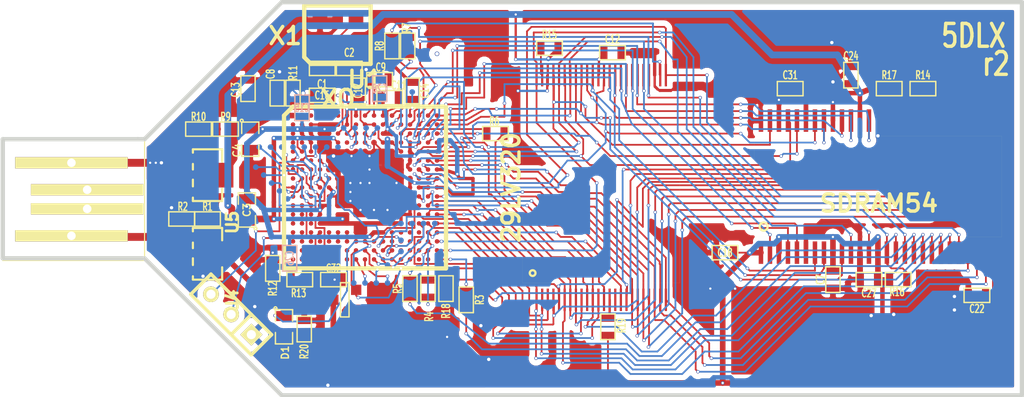
<source format=kicad_pcb>
(kicad_pcb (version 4) (host pcbnew "(2014-09-02 BZR 5112)-product")
  (title_block (date "2 sep 2014"))
  (layers (0 Front signal) (31 Back signal) (34 B.Paste user) (35 F.Paste user) (36 B.SilkS user) (37 F.SilkS user) (38 B.Mask user) (39 F.Mask user) (44 Edge.Cuts user))
  (net 0 "")
  (net 1 +1.2V)
  (net 2 +3.3V)
  (net 3 +5V)
  (net 4 GND)
  (net 5 N-000002)
  (net 6 N-000003)
  (net 7 N-000004)
  (net 8 N-000005)
  (net 9 N-000006)
  (net 10 N-000007)
  (net 11 N-000009)
  (net 12 N-000010)
  (net 13 N-000012)
  (net 14 N-000013)
  (net 15 N-000014)
  (net 16 N-000015)
  (net 17 N-000016)
  (net 18 N-000017)
  (net 19 N-000018)
  (net 20 N-000020)
  (net 21 N-000021)
  (net 22 N-000023)
  (net 23 N-000024)
  (net 24 N-000025)
  (net 25 N-000026)
  (net 26 N-000027)
  (net 27 N-000029)
  (net 28 N-000030)
  (net 29 N-000031)
  (net 30 N-000032)
  (net 31 N-000033)
  (net 32 N-000034)
  (net 33 N-000035)
  (net 34 N-000036)
  (net 35 N-000037)
  (net 36 N-000038)
  (net 37 N-000040)
  (net 38 N-000046)
  (net 39 N-000047)
  (net 40 N-000048)
  (net 41 N-000049)
  (net 42 N-000050)
  (net 43 N-000051)
  (net 44 N-000052)
  (net 45 N-000053)
  (net 46 N-000054)
  (net 47 N-000055)
  (net 48 N-000056)
  (net 49 N-000057)
  (net 50 N-000058)
  (net 51 N-000059)
  (net 52 N-000060)
  (net 53 N-000061)
  (net 54 N-000062)
  (net 55 N-000063)
  (net 56 N-000068)
  (net 57 N-000069)
  (net 58 N-000070)
  (net 59 N-000072)
  (net 60 N-000073)
  (net 61 N-000074)
  (net 62 N-000076)
  (net 63 N-000077)
  (net 64 N-000080)
  (net 65 N-000082)
  (net 66 N-000084)
  (net 67 N-000089)
  (net 68 N-000090)
  (net 69 N-000094)
  (net 70 N-000095)
  (net 71 N-000096)
  (net 72 N-000097)
  (net 73 N-000098)
  (net 74 N-000099)
  (net 75 N-000100)
  (net 76 N-000101)
  (net 77 N-000102)
  (net 78 N-000103)
  (net 79 N-000104)
  (net 80 N-000105)
  (net 81 N-000106)
  (net 82 N-000107)
  (net 83 N-000108)
  (net 84 N-000109)
  (net 85 N-000110)
  (net 86 N-000111)
  (net 87 N-000112)
  (net 88 N-000114)
  (net 89 N-000115)
  (net 90 N-000116)
  (net 91 N-000117)
  (net 92 N-000137)
  (net 93 N-000138)
  (net 94 N-000166)
  (net 95 N-000167)
  (net 96 N-000168)
  (net 97 N-000171)
  (net 98 N-000172)
  (net 99 N-000173)
  (net 100 N-000174)
  (net 101 N-000175)
  (net 102 N-000178)
  (net 103 N-000179)
  (net 104 N-000180)
  (net 105 N-000185)
  (net 106 RST)
  (module TSOP48 (layer Front) (at 179.59832 92.09786 270)
    (fp_text reference U2 hide)
    (fp_text value 29LV320 (at 0 8.001 450) (layer F.SilkS) (effects (font (thickness 0.3048))))
    (pad 1 smd rect (at 9.99998 5.74802 180) (size 0.19812 1.99898) (layers Front F.Paste F.Mask) (net 88 N-000114))
    (pad 2 smd rect (at 9.99998 5.24764 180) (size 0.19812 1.99898) (layers Front F.Paste F.Mask) (net 84 N-000109))
    (pad 3 smd rect (at 9.99998 4.7498 180) (size 0.19812 1.99898) (layers Front F.Paste F.Mask) (net 55 N-000063))
    (pad 4 smd rect (at 9.99998 4.24942 180) (size 0.19812 1.99898) (layers Front F.Paste F.Mask) (net 87 N-000112))
    (pad 5 smd rect (at 9.99998 3.74904 180) (size 0.19812 1.99898) (layers Front F.Paste F.Mask) (net 80 N-000105))
    (pad 6 smd rect (at 9.99998 3.24866 180) (size 0.19812 1.99898) (layers Front F.Paste F.Mask) (net 40 N-000048))
    (pad 7 smd rect (at 9.99998 2.74828 180) (size 0.19812 1.99898) (layers Front F.Paste F.Mask) (net 47 N-000055))
    (pad 8 smd rect (at 9.99998 2.2479 180) (size 0.19812 1.99898) (layers Front F.Paste F.Mask) (net 76 N-000101))
    (pad 9 smd rect (at 9.99998 1.74752 180) (size 0.19812 1.99898) (layers Front F.Paste F.Mask) (net 56 N-000068))
    (pad 10 smd rect (at 9.99998 1.24968 180) (size 0.19812 1.99898) (layers Front F.Paste F.Mask) (net 66 N-000084))
    (pad 11 smd rect (at 9.99998 0.7493 180) (size 0.19812 1.99898) (layers Front F.Paste F.Mask) (net 90 N-000116))
    (pad 12 smd rect (at 9.99998 0.24892 180) (size 0.19812 1.99898) (layers Front F.Paste F.Mask) (net 106 RST))
    (pad 13 smd rect (at 9.99998 -0.24892 180) (size 0.19812 1.99898) (layers Front F.Paste F.Mask) (net 67 N-000089))
    (pad 14 smd rect (at 9.99998 -0.7493 180) (size 0.19812 1.99898) (layers Front F.Paste F.Mask) (net 86 N-000111))
    (pad 15 smd rect (at 9.99998 -1.24968 180) (size 0.19812 1.99898) (layers Front F.Paste F.Mask))
    (pad 16 smd rect (at 9.99998 -1.74752 180) (size 0.19812 1.99898) (layers Front F.Paste F.Mask) (net 52 N-000060))
    (pad 17 smd rect (at 9.99998 -2.2479 180) (size 0.19812 1.99898) (layers Front F.Paste F.Mask) (net 77 N-000102))
    (pad 18 smd rect (at 9.99998 -2.74828 180) (size 0.19812 1.99898) (layers Front F.Paste F.Mask) (net 48 N-000056))
    (pad 19 smd rect (at 9.99998 -3.24866 180) (size 0.19812 1.99898) (layers Front F.Paste F.Mask) (net 75 N-000100))
    (pad 20 smd rect (at 9.99998 -3.74904 180) (size 0.19812 1.99898) (layers Front F.Paste F.Mask) (net 39 N-000047))
    (pad 21 smd rect (at 9.99998 -4.24942 180) (size 0.19812 1.99898) (layers Front F.Paste F.Mask) (net 91 N-000117))
    (pad 22 smd rect (at 9.99998 -4.7498 180) (size 0.19812 1.99898) (layers Front F.Paste F.Mask) (net 74 N-000099))
    (pad 23 smd rect (at 9.99998 -5.24764 180) (size 0.19812 1.99898) (layers Front F.Paste F.Mask) (net 46 N-000054))
    (pad 24 smd rect (at 9.99998 -5.74802 180) (size 0.19812 1.99898) (layers Front F.Paste F.Mask) (net 73 N-000098))
    (pad 25 smd rect (at -9.99998 -5.74802) (size 0.19812 1.99898) (layers Front F.Paste F.Mask) (net 49 N-000057))
    (pad 26 smd rect (at -9.99998 -5.24764) (size 0.19812 1.99898) (layers Front F.Paste F.Mask) (net 44 N-000052))
    (pad 27 smd rect (at -9.99998 -4.7498) (size 0.19812 1.99898) (layers Front F.Paste F.Mask) (net 4 GND))
    (pad 28 smd rect (at -9.99998 -4.24942) (size 0.19812 1.99898) (layers Front F.Paste F.Mask) (net 83 N-000108))
    (pad 29 smd rect (at -9.99998 -3.74904) (size 0.19812 1.99898) (layers Front F.Paste F.Mask) (net 54 N-000062))
    (pad 30 smd rect (at -9.99998 -3.24866) (size 0.19812 1.99898) (layers Front F.Paste F.Mask) (net 82 N-000107))
    (pad 31 smd rect (at -9.99998 -2.74828) (size 0.19812 1.99898) (layers Front F.Paste F.Mask) (net 69 N-000094))
    (pad 32 smd rect (at -9.99998 -2.2479) (size 0.19812 1.99898) (layers Front F.Paste F.Mask) (net 89 N-000115))
    (pad 33 smd rect (at -9.99998 -1.74752) (size 0.19812 1.99898) (layers Front F.Paste F.Mask) (net 43 N-000051))
    (pad 34 smd rect (at -9.99998 -1.24968) (size 0.19812 1.99898) (layers Front F.Paste F.Mask) (net 45 N-000053))
    (pad 35 smd rect (at -9.99998 -0.7493) (size 0.19812 1.99898) (layers Front F.Paste F.Mask) (net 70 N-000095))
    (pad 36 smd rect (at -9.99998 -0.24892) (size 0.19812 1.99898) (layers Front F.Paste F.Mask) (net 51 N-000059))
    (pad 37 smd rect (at -9.99998 0.24892) (size 0.19812 1.99898) (layers Front F.Paste F.Mask) (net 2 +3.3V))
    (pad 38 smd rect (at -9.99998 0.7493) (size 0.19812 1.99898) (layers Front F.Paste F.Mask) (net 42 N-000050))
    (pad 39 smd rect (at -9.99998 1.24968) (size 0.19812 1.99898) (layers Front F.Paste F.Mask) (net 61 N-000074))
    (pad 40 smd rect (at -9.99998 1.74752) (size 0.19812 1.99898) (layers Front F.Paste F.Mask) (net 71 N-000096))
    (pad 41 smd rect (at -9.99998 2.2479) (size 0.19812 1.99898) (layers Front F.Paste F.Mask) (net 79 N-000104))
    (pad 42 smd rect (at -9.99998 2.74828) (size 0.19812 1.99898) (layers Front F.Paste F.Mask) (net 38 N-000046))
    (pad 43 smd rect (at -9.99998 3.24866) (size 0.19812 1.99898) (layers Front F.Paste F.Mask) (net 41 N-000049))
    (pad 44 smd rect (at -9.99998 3.74904) (size 0.19812 1.99898) (layers Front F.Paste F.Mask) (net 72 N-000097))
    (pad 45 smd rect (at -9.99998 4.24942) (size 0.19812 1.99898) (layers Front F.Paste F.Mask) (net 57 N-000069))
    (pad 46 smd rect (at -9.99998 4.7498) (size 0.19812 1.99898) (layers Front F.Paste F.Mask) (net 4 GND))
    (pad 47 smd rect (at -9.99998 5.24764) (size 0.19812 1.99898) (layers Front F.Paste F.Mask) (net 50 N-000058))
    (pad 48 smd rect (at -9.99998 5.74802) (size 0.19812 1.99898) (layers Front F.Paste F.Mask) (net 85 N-000110))
  )
  (module SM0603 (layer Front) (at 144.59966 94.89948 180)
    (fp_text reference R1 (at -0.00034 1.09948 180) (layer F.SilkS) (effects (font (size 0.7112 0.4572) (thickness 0.1143))))
    (fp_text value R hide)
    (pad 1 smd rect (at -0.762 0 180) (size 0.635 1.143) (layers Front F.Paste F.Mask) (net 2 +3.3V))
    (pad 2 smd rect (at 0.762 0 180) (size 0.635 1.143) (layers Front F.Paste F.Mask) (net 37 N-000040))
  )
  (module SM0603 (layer Front) (at 142.30096 94.89948 180)
    (fp_text reference R2 (at -0.09904 1.09948 180) (layer F.SilkS) (effects (font (size 0.7112 0.4572) (thickness 0.1143))))
    (fp_text value R hide)
    (pad 1 smd rect (at -0.762 0 180) (size 0.635 1.143) (layers Front F.Paste F.Mask) (net 37 N-000040))
    (pad 2 smd rect (at 0.762 0 180) (size 0.635 1.143) (layers Front F.Paste F.Mask) (net 4 GND))
  )
  (module SMD3225 (layer Front) (at 156.1973 78.4987 180)
    (fp_text reference X1 (at 4.6973 -0.1013 180) (layer F.SilkS) (effects (font (thickness 0.3048))))
    (fp_text value XO (at 0 -5.69976 180) (layer F.SilkS) (effects (font (thickness 0.3048))))
    (pad 1 smd rect (at 1.6002 -1.30048 180) (size 1.30048 1.09982) (layers Front F.Paste F.Mask) (net 11 N-000009))
    (pad 2 smd rect (at -1.6002 -1.30048 180) (size 1.30048 1.09982) (layers Front F.Paste F.Mask) (net 4 GND))
    (pad 3 smd rect (at -1.6002 1.30048 180) (size 1.30048 1.09982) (layers Front F.Paste F.Mask) (net 32 N-000034))
    (pad 4 smd rect (at 1.6002 1.30048 180) (size 1.30048 1.09982) (layers Front F.Paste F.Mask) (net 4 GND))
  )
  (module TSOP54 (layer Front) (at 193.79946 97.89922)
    (fp_text reference U3 hide)
    (fp_text value SDRAM54 (at 10.48512 -4.38912) (layer F.SilkS) (effects (font (thickness 0.3048))))
    (pad 1 smd rect (at 0 0 180) (size 0.39878 1.99898) (layers Front F.Paste F.Mask) (net 2 +3.3V))
    (pad 2 smd rect (at 0.8001 0 180) (size 0.39878 1.99898) (layers Front F.Paste F.Mask) (net 54 N-000062))
    (pad 3 smd rect (at 1.6002 0 180) (size 0.39878 1.99898) (layers Front F.Paste F.Mask) (net 2 +3.3V))
    (pad 4 smd rect (at 2.4003 0 180) (size 0.39878 1.99898) (layers Front F.Paste F.Mask) (net 69 N-000094))
    (pad 5 smd rect (at 3.2004 0 180) (size 0.39878 1.99898) (layers Front F.Paste F.Mask) (net 43 N-000051))
    (pad 6 smd rect (at 4.0005 0 180) (size 0.39878 1.99898) (layers Front F.Paste F.Mask) (net 4 GND))
    (pad 7 smd rect (at 4.8006 0 180) (size 0.39878 1.99898) (layers Front F.Paste F.Mask) (net 70 N-000095))
    (pad 8 smd rect (at 5.6007 0 180) (size 0.39878 1.99898) (layers Front F.Paste F.Mask) (net 42 N-000050))
    (pad 9 smd rect (at 6.4008 0 180) (size 0.39878 1.99898) (layers Front F.Paste F.Mask) (net 2 +3.3V))
    (pad 10 smd rect (at 7.2009 0 180) (size 0.39878 1.99898) (layers Front F.Paste F.Mask) (net 71 N-000096))
    (pad 11 smd rect (at 8.001 0 180) (size 0.39878 1.99898) (layers Front F.Paste F.Mask) (net 38 N-000046))
    (pad 12 smd rect (at 8.8011 0 180) (size 0.39878 1.99898) (layers Front F.Paste F.Mask) (net 4 GND))
    (pad 13 smd rect (at 9.6012 0 180) (size 0.39878 1.99898) (layers Front F.Paste F.Mask) (net 72 N-000097))
    (pad 14 smd rect (at 10.39876 0 180) (size 0.39878 1.99898) (layers Front F.Paste F.Mask) (net 2 +3.3V))
    (pad 15 smd rect (at 11.19632 0 180) (size 0.39878 1.99898) (layers Front F.Paste F.Mask) (net 85 N-000110))
    (pad 16 smd rect (at 11.99642 0 180) (size 0.39878 1.99898) (layers Front F.Paste F.Mask) (net 90 N-000116))
    (pad 17 smd rect (at 12.79652 0 180) (size 0.39878 1.99898) (layers Front F.Paste F.Mask) (net 83 N-000108))
    (pad 18 smd rect (at 13.59662 0 180) (size 0.39878 1.99898) (layers Front F.Paste F.Mask) (net 81 N-000106))
    (pad 19 smd rect (at 14.39672 0 180) (size 0.39878 1.99898) (layers Front F.Paste F.Mask) (net 64 N-000080))
    (pad 20 smd rect (at 15.19682 0 180) (size 0.39878 1.99898) (layers Front F.Paste F.Mask) (net 84 N-000109))
    (pad 21 smd rect (at 15.99692 0 180) (size 0.39878 1.99898) (layers Front F.Paste F.Mask) (net 88 N-000114))
    (pad 22 smd rect (at 16.79702 0 180) (size 0.39878 1.99898) (layers Front F.Paste F.Mask) (net 40 N-000048))
    (pad 23 smd rect (at 17.59712 0 180) (size 0.39878 1.99898) (layers Front F.Paste F.Mask) (net 49 N-000057))
    (pad 24 smd rect (at 18.39722 0 180) (size 0.39878 1.99898) (layers Front F.Paste F.Mask) (net 73 N-000098))
    (pad 25 smd rect (at 19.19732 0 180) (size 0.39878 1.99898) (layers Front F.Paste F.Mask) (net 46 N-000054))
    (pad 26 smd rect (at 19.99742 0 180) (size 0.39878 1.99898) (layers Front F.Paste F.Mask) (net 74 N-000099))
    (pad 27 smd rect (at 20.79752 0 180) (size 0.39878 1.99898) (layers Front F.Paste F.Mask) (net 2 +3.3V))
    (pad 28 smd rect (at 20.79752 -11.75512) (size 0.39878 1.99898) (layers Front F.Paste F.Mask) (net 4 GND))
    (pad 29 smd rect (at 19.99742 -11.75512) (size 0.39878 1.99898) (layers Front F.Paste F.Mask) (net 91 N-000117))
    (pad 30 smd rect (at 19.19732 -11.75512) (size 0.39878 1.99898) (layers Front F.Paste F.Mask) (net 39 N-000047))
    (pad 31 smd rect (at 18.39722 -11.75512) (size 0.39878 1.99898) (layers Front F.Paste F.Mask) (net 75 N-000100))
    (pad 32 smd rect (at 17.59712 -11.75512) (size 0.39878 1.99898) (layers Front F.Paste F.Mask) (net 48 N-000056))
    (pad 33 smd rect (at 16.79702 -11.75512) (size 0.39878 1.99898) (layers Front F.Paste F.Mask) (net 76 N-000101))
    (pad 34 smd rect (at 15.99692 -11.75512) (size 0.39878 1.99898) (layers Front F.Paste F.Mask) (net 47 N-000055))
    (pad 35 smd rect (at 15.19682 -11.75512) (size 0.39878 1.99898) (layers Front F.Paste F.Mask) (net 80 N-000105))
    (pad 36 smd rect (at 14.39672 -11.75512) (size 0.39878 1.99898) (layers Front F.Paste F.Mask) (net 87 N-000112))
    (pad 37 smd rect (at 13.59662 -11.75512) (size 0.39878 1.99898) (layers Front F.Paste F.Mask) (net 65 N-000082))
    (pad 38 smd rect (at 12.79652 -11.75512) (size 0.39878 1.99898) (layers Front F.Paste F.Mask) (net 78 N-000103))
    (pad 39 smd rect (at 11.99642 -11.75512) (size 0.39878 1.99898) (layers Front F.Paste F.Mask) (net 77 N-000102))
    (pad 40 smd rect (at 11.19632 -11.75512) (size 0.39878 1.99898) (layers Front F.Paste F.Mask))
    (pad 41 smd rect (at 10.39876 -11.75512) (size 0.39878 1.99898) (layers Front F.Paste F.Mask) (net 4 GND))
    (pad 42 smd rect (at 9.6012 -11.75512) (size 0.39878 1.99898) (layers Front F.Paste F.Mask) (net 82 N-000107))
    (pad 43 smd rect (at 8.8011 -11.75512) (size 0.39878 1.99898) (layers Front F.Paste F.Mask) (net 2 +3.3V))
    (pad 44 smd rect (at 8.001 -11.75512) (size 0.39878 1.99898) (layers Front F.Paste F.Mask) (net 89 N-000115))
    (pad 45 smd rect (at 7.2009 -11.75512) (size 0.39878 1.99898) (layers Front F.Paste F.Mask) (net 45 N-000053))
    (pad 46 smd rect (at 6.4008 -11.75512) (size 0.39878 1.99898) (layers Front F.Paste F.Mask) (net 4 GND))
    (pad 47 smd rect (at 5.6007 -11.75512) (size 0.39878 1.99898) (layers Front F.Paste F.Mask) (net 51 N-000059))
    (pad 48 smd rect (at 4.8006 -11.75512) (size 0.39878 1.99898) (layers Front F.Paste F.Mask) (net 61 N-000074))
    (pad 49 smd rect (at 4.0005 -11.75512) (size 0.39878 1.99898) (layers Front F.Paste F.Mask) (net 2 +3.3V))
    (pad 50 smd rect (at 3.2004 -11.75512) (size 0.39878 1.99898) (layers Front F.Paste F.Mask) (net 79 N-000104))
    (pad 51 smd rect (at 2.4003 -11.75512) (size 0.39878 1.99898) (layers Front F.Paste F.Mask) (net 41 N-000049))
    (pad 52 smd rect (at 1.6002 -11.75512) (size 0.39878 1.99898) (layers Front F.Paste F.Mask) (net 4 GND))
    (pad 53 smd rect (at 0.8001 -11.75512) (size 0.39878 1.99898) (layers Front F.Paste F.Mask) (net 57 N-000069))
    (pad 54 smd rect (at 0 -11.75512) (size 0.39878 1.99898) (layers Front F.Paste F.Mask) (net 4 GND))
  )
  (module SM0603 (layer Front) (at 154.79776 81.49844 180)
    (fp_text reference C1 (at 0 -1.39954 180) (layer F.SilkS) (effects (font (size 0.7112 0.4572) (thickness 0.1143))))
    (fp_text value C hide)
    (pad 1 smd rect (at -0.762 0 180) (size 0.635 1.143) (layers Front F.Paste F.Mask) (net 32 N-000034))
    (pad 2 smd rect (at 0.762 0 180) (size 0.635 1.143) (layers Front F.Paste F.Mask) (net 15 N-000014))
  )
  (module SM0603 (layer Front) (at 157.19806 81.49844)
    (fp_text reference C2 (at 0 -1.39954) (layer F.SilkS) (effects (font (size 0.7112 0.4572) (thickness 0.1143))))
    (fp_text value C hide)
    (pad 1 smd rect (at -0.762 0) (size 0.635 1.143) (layers Front F.Paste F.Mask) (net 32 N-000034))
    (pad 2 smd rect (at 0.762 0) (size 0.635 1.143) (layers Front F.Paste F.Mask) (net 4 GND))
  )
  (module SM0805 (layer Front) (at 148.09978 94.09938 90)
    (fp_text reference C3 (at 0 0 90) (layer F.SilkS) (effects (font (size 0.635 0.635) (thickness 0.127))))
    (fp_text value C hide)
    (pad 1 smd rect (at -0.9525 0 90) (size 0.889 1.397) (layers Front F.Paste F.Mask) (net 2 +3.3V))
    (pad 2 smd rect (at 0.9525 0 90) (size 0.889 1.397) (layers Front F.Paste F.Mask) (net 4 GND))
  )
  (module SM0805 (layer Front) (at 148.3995 87.80018 270)
    (fp_text reference C4 (at 0.99982 1.1995 270) (layer F.SilkS) (effects (font (size 0.635 0.635) (thickness 0.127))))
    (fp_text value C hide)
    (pad 1 smd rect (at -0.9525 0 270) (size 0.889 1.397) (layers Front F.Paste F.Mask) (net 1 +1.2V))
    (pad 2 smd rect (at 0.9525 0 270) (size 0.889 1.397) (layers Front F.Paste F.Mask) (net 4 GND))
  )
  (module SM0603 (layer Front) (at 167.59936 102.09784 90)
    (fp_text reference R3 (at -0.00216 1.20064 90) (layer F.SilkS) (effects (font (size 0.7112 0.4572) (thickness 0.1143))))
    (fp_text value 36 hide)
    (pad 1 smd rect (at -0.762 0 90) (size 0.635 1.143) (layers Front F.Paste F.Mask) (net 64 N-000080))
    (pad 2 smd rect (at 0.762 0 90) (size 0.635 1.143) (layers Front F.Paste F.Mask) (net 58 N-000070))
  )
  (module SM0603 (layer Front) (at 164.1983 101.09962 270)
    (fp_text reference R4 (at 2.50038 -0.1017 270) (layer F.SilkS) (effects (font (size 0.7112 0.4572) (thickness 0.1143))))
    (fp_text value 100 hide)
    (pad 1 smd rect (at -0.762 0 270) (size 0.635 1.143) (layers Front F.Paste F.Mask) (net 78 N-000103))
    (pad 2 smd rect (at 0.762 0 270) (size 0.635 1.143) (layers Front F.Paste F.Mask) (net 60 N-000073))
  )
  (module SM0603 (layer Front) (at 162.5981 101.09962 90)
    (fp_text reference R5 (at -0.00038 -1.0981 90) (layer F.SilkS) (effects (font (size 0.7112 0.4572) (thickness 0.1143))))
    (fp_text value 36 hide)
    (pad 1 smd rect (at -0.762 0 90) (size 0.635 1.143) (layers Front F.Paste F.Mask) (net 81 N-000106))
    (pad 2 smd rect (at 0.762 0 90) (size 0.635 1.143) (layers Front F.Paste F.Mask) (net 59 N-000072))
  )
  (module SM0603 (layer Front) (at 170.19778 87.2998 180)
    (fp_text reference R6 (at 0.09778 1.0998 180) (layer F.SilkS) (effects (font (size 0.7112 0.4572) (thickness 0.1143))))
    (fp_text value 36 hide)
    (pad 1 smd rect (at -0.762 0 180) (size 0.635 1.143) (layers Front F.Paste F.Mask) (net 90 N-000116))
    (pad 2 smd rect (at 0.762 0 180) (size 0.635 1.143) (layers Front F.Paste F.Mask) (net 62 N-000076))
  )
  (module SM0603 (layer Front) (at 162.39744 79.49946 270)
    (fp_text reference R7 (at -1.59946 0.09744 270) (layer F.SilkS) (effects (font (size 0.7112 0.4572) (thickness 0.1143))))
    (fp_text value 36 hide)
    (pad 1 smd rect (at -0.762 0 270) (size 0.635 1.143) (layers Front F.Paste F.Mask) (net 83 N-000108))
    (pad 2 smd rect (at 0.762 0 270) (size 0.635 1.143) (layers Front F.Paste F.Mask) (net 63 N-000077))
  )
  (module SM0603 (layer Front) (at 160.9979 79.49946 270)
    (fp_text reference R8 (at 0.00054 1.0979 270) (layer F.SilkS) (effects (font (size 0.7112 0.4572) (thickness 0.1143))))
    (fp_text value 36 hide)
    (pad 1 smd rect (at -0.762 0 270) (size 0.635 1.143) (layers Front F.Paste F.Mask) (net 44 N-000052))
    (pad 2 smd rect (at 0.762 0 270) (size 0.635 1.143) (layers Front F.Paste F.Mask) (net 53 N-000061))
  )
  (module SM0603 (layer Front) (at 146.19986 86.90102 180)
    (fp_text reference R9 (at -0.00014 1.10102 180) (layer F.SilkS) (effects (font (size 0.7112 0.4572) (thickness 0.1143))))
    (fp_text value R hide)
    (pad 1 smd rect (at -0.762 0 180) (size 0.635 1.143) (layers Front F.Paste F.Mask) (net 1 +1.2V))
    (pad 2 smd rect (at 0.762 0 180) (size 0.635 1.143) (layers Front F.Paste F.Mask) (net 36 N-000038))
  )
  (module SM0603 (layer Front) (at 143.79956 86.90102 180)
    (fp_text reference R10 (at -0.00044 1.10102 180) (layer F.SilkS) (effects (font (size 0.7112 0.4572) (thickness 0.1143))))
    (fp_text value R hide)
    (pad 1 smd rect (at -0.762 0 180) (size 0.635 1.143) (layers Front F.Paste F.Mask) (net 36 N-000038))
    (pad 2 smd rect (at 0.762 0 180) (size 0.635 1.143) (layers Front F.Paste F.Mask) (net 4 GND))
  )
  (module SOT89 (layer Front) (at 144.59966 98.00082 270)
    (fp_text reference U4 (at 4.20116 -2.19964 270) (layer F.SilkS) (effects (font (size 1.00076 1.00076) (thickness 0.25146))))
    (fp_text value LM1117 hide)
    (pad 1 smd rect (at -1.50114 1.89992 270) (size 0.70104 1.19888) (layers Front F.Paste F.Mask) (net 37 N-000040))
    (pad 2 smd rect (at 0 1.50114 270) (size 0.70104 1.99898) (layers Front F.Paste F.Mask) (net 2 +3.3V))
    (pad 3 smd rect (at 1.50114 1.89992 270) (size 0.70104 1.19888) (layers Front F.Paste F.Mask) (net 3 +5V))
    (pad 2 smd rect (at 0 -0.89916 270) (size 2.19964 2.80162) (layers Front F.Paste F.Mask) (net 2 +3.3V))
  )
  (module SOT89 (layer Front) (at 144.59966 91.00058 270)
    (fp_text reference U5 (at 4.20116 -2.19964 270) (layer F.SilkS) (effects (font (size 1.00076 1.00076) (thickness 0.25146))))
    (fp_text value LM1117 hide)
    (pad 1 smd rect (at -1.50114 1.89992 270) (size 0.70104 1.19888) (layers Front F.Paste F.Mask) (net 36 N-000038))
    (pad 2 smd rect (at 0 1.50114 270) (size 0.70104 1.99898) (layers Front F.Paste F.Mask) (net 1 +1.2V))
    (pad 3 smd rect (at 1.50114 1.89992 270) (size 0.70104 1.19888) (layers Front F.Paste F.Mask) (net 3 +5V))
    (pad 2 smd rect (at 0 -0.89916 270) (size 2.19964 2.80162) (layers Front F.Paste F.Mask) (net 1 +1.2V))
  )
  (module SM0805 (layer Front) (at 151.39924 104.49814 270)
    (fp_text reference D1 (at 2.30186 -0.10076 270) (layer F.SilkS) (effects (font (size 0.635 0.635) (thickness 0.127))))
    (fp_text value LED hide)
    (pad 1 smd rect (at -0.9525 0 270) (size 0.889 1.397) (layers Front F.Paste F.Mask) (net 28 N-000030))
    (pad 2 smd rect (at 0.9525 0 270) (size 0.889 1.397) (layers Front F.Paste F.Mask) (net 14 N-000013))
  )
  (module SM0603 (layer Front) (at 208.19872 83.2993)
    (fp_text reference R14 (at 0.00128 -1.1993) (layer F.SilkS) (effects (font (size 0.7112 0.4572) (thickness 0.1143))))
    (fp_text value R hide)
    (pad 1 smd rect (at -0.762 0) (size 0.635 1.143) (layers Front F.Paste F.Mask) (net 4 GND))
    (pad 2 smd rect (at 0.762 0) (size 0.635 1.143) (layers Front F.Paste F.Mask) (net 80 N-000105))
  )
  (module SM0603 (layer Front) (at 201.79792 82.09788 90)
    (fp_text reference C24 (at 1.69788 0.00208 180) (layer F.SilkS) (effects (font (size 0.7112 0.4572) (thickness 0.1143))))
    (fp_text value C hide)
    (pad 1 smd rect (at -0.762 0 90) (size 0.635 1.143) (layers Front F.Paste F.Mask) (net 2 +3.3V))
    (pad 2 smd rect (at 0.762 0 90) (size 0.635 1.143) (layers Front F.Paste F.Mask) (net 4 GND))
  )
  (module SM0603 (layer Front) (at 152.19934 83.69808 90)
    (fp_text reference R11 (at 1.79808 0.00066 90) (layer F.SilkS) (effects (font (size 0.7112 0.4572) (thickness 0.1143))))
    (fp_text value R hide)
    (pad 1 smd rect (at -0.762 0 90) (size 0.635 1.143) (layers Front F.Paste F.Mask) (net 95 N-000167))
    (pad 2 smd rect (at 0.762 0 90) (size 0.635 1.143) (layers Front F.Paste F.Mask) (net 4 GND))
  )
  (module SM0603 (layer Front) (at 150.39848 99.29876 90)
    (fp_text reference R12 (at -1.80124 0.00152 90) (layer F.SilkS) (effects (font (size 0.7112 0.4572) (thickness 0.1143))))
    (fp_text value R hide)
    (pad 1 smd rect (at -0.762 0 90) (size 0.635 1.143) (layers Front F.Paste F.Mask) (net 92 N-000137))
    (pad 2 smd rect (at 0.762 0 90) (size 0.635 1.143) (layers Front F.Paste F.Mask) (net 4 GND))
  )
  (module SM0603 (layer Front) (at 152.79878 100.29952 180)
    (fp_text reference R13 (at 0.09878 -1.20048 180) (layer F.SilkS) (effects (font (size 0.7112 0.4572) (thickness 0.1143))))
    (fp_text value R hide)
    (pad 1 smd rect (at -0.762 0 180) (size 0.635 1.143) (layers Front F.Paste F.Mask) (net 93 N-000138))
    (pad 2 smd rect (at 0.762 0 180) (size 0.635 1.143) (layers Front F.Paste F.Mask) (net 92 N-000137))
  )
  (module SM0603 (layer Back) (at 151.89962 98.3996 270)
    (fp_text reference C26 (at 0 0 270) (layer B.SilkS) (effects (font (size 0.7112 0.4572) (thickness 0.1143)) (justify mirror)))
    (fp_text value C hide)
    (pad 1 smd rect (at -0.762 0 270) (size 0.635 1.143) (layers Back B.Paste B.Mask) (net 1 +1.2V))
    (pad 2 smd rect (at 0.762 0 270) (size 0.635 1.143) (layers Back B.Paste B.Mask) (net 4 GND))
  )
  (module SM0603 (layer Front) (at 174.99838 79.70012)
    (fp_text reference R15 (at 0.00162 -1.20012) (layer F.SilkS) (effects (font (size 0.7112 0.4572) (thickness 0.1143))))
    (fp_text value R hide)
    (pad 1 smd rect (at -0.762 0) (size 0.635 1.143) (layers Front F.Paste F.Mask) (net 50 N-000058))
    (pad 2 smd rect (at 0.762 0) (size 0.635 1.143) (layers Front F.Paste F.Mask) (net 2 +3.3V))
  )
  (module SM0603 (layer Front) (at 205.99908 100.29952 180)
    (fp_text reference R16 (at 0.09908 -1.10048 180) (layer F.SilkS) (effects (font (size 0.7112 0.4572) (thickness 0.1143))))
    (fp_text value R hide)
    (pad 1 smd rect (at -0.762 0 180) (size 0.635 1.143) (layers Front F.Paste F.Mask) (net 85 N-000110))
    (pad 2 smd rect (at 0.762 0 180) (size 0.635 1.143) (layers Front F.Paste F.Mask) (net 2 +3.3V))
  )
  (module SM0603 (layer Front) (at 205.19898 83.2993)
    (fp_text reference R17 (at 0.00102 -1.1993) (layer F.SilkS) (effects (font (size 0.7112 0.4572) (thickness 0.1143))))
    (fp_text value R hide)
    (pad 1 smd rect (at -0.762 0) (size 0.635 1.143) (layers Front F.Paste F.Mask) (net 2 +3.3V))
    (pad 2 smd rect (at 0.762 0) (size 0.635 1.143) (layers Front F.Paste F.Mask) (net 65 N-000082))
  )
  (module SM0603 (layer Front) (at 165.7985 101.09962 270)
    (fp_text reference R18 (at 2.00038 -0.0015 270) (layer F.SilkS) (effects (font (size 0.7112 0.4572) (thickness 0.1143))))
    (fp_text value R hide)
    (pad 1 smd rect (at -0.762 0 270) (size 0.635 1.143) (layers Front F.Paste F.Mask) (net 78 N-000103))
    (pad 2 smd rect (at 0.762 0 270) (size 0.635 1.143) (layers Front F.Paste F.Mask) (net 4 GND))
  )
  (module SM0603 (layer Front) (at 180.19776 104.49814 270)
    (fp_text reference R19 (at -0.09814 -1.20224 270) (layer F.SilkS) (effects (font (size 0.7112 0.4572) (thickness 0.1143))))
    (fp_text value R hide)
    (pad 1 smd rect (at -0.762 0 270) (size 0.635 1.143) (layers Front F.Paste F.Mask) (net 86 N-000111))
    (pad 2 smd rect (at 0.762 0 270) (size 0.635 1.143) (layers Front F.Paste F.Mask) (net 2 +3.3V))
  )
  (module SM0603 (layer Front) (at 153.19756 104.6988 90)
    (fp_text reference R20 (at -2.0012 0.00244 90) (layer F.SilkS) (effects (font (size 0.7112 0.4572) (thickness 0.1143))))
    (fp_text value R hide)
    (pad 1 smd rect (at -0.762 0 90) (size 0.635 1.143) (layers Front F.Paste F.Mask) (net 14 N-000013))
    (pad 2 smd rect (at 0.762 0 90) (size 0.635 1.143) (layers Front F.Paste F.Mask) (net 4 GND))
  )
  (module SM0603 (layer Front) (at 212.99932 101.69906 180)
    (fp_text reference C22 (at -0.00068 -1.20094 180) (layer F.SilkS) (effects (font (size 0.7112 0.4572) (thickness 0.1143))))
    (fp_text value C hide)
    (pad 1 smd rect (at -0.762 0 180) (size 0.635 1.143) (layers Front F.Paste F.Mask) (net 2 +3.3V))
    (pad 2 smd rect (at 0.762 0 180) (size 0.635 1.143) (layers Front F.Paste F.Mask) (net 4 GND))
  )
  (module SM0603 (layer Front) (at 200.19772 100.29952 270)
    (fp_text reference C7 (at 0.00048 1.09772 270) (layer F.SilkS) (effects (font (size 0.7112 0.4572) (thickness 0.1143))))
    (fp_text value C hide)
    (pad 1 smd rect (at -0.762 0 270) (size 0.635 1.143) (layers Front F.Paste F.Mask) (net 2 +3.3V))
    (pad 2 smd rect (at 0.762 0 270) (size 0.635 1.143) (layers Front F.Paste F.Mask) (net 4 GND))
  )
  (module SM0603 (layer Front) (at 150.79726 83.69808 90)
    (fp_text reference C8 (at 1.69808 -0.59726 90) (layer F.SilkS) (effects (font (size 0.7112 0.4572) (thickness 0.1143))))
    (fp_text value C hide)
    (pad 1 smd rect (at -0.762 0 90) (size 0.635 1.143) (layers Front F.Paste F.Mask) (net 95 N-000167))
    (pad 2 smd rect (at 0.762 0 90) (size 0.635 1.143) (layers Front F.Paste F.Mask) (net 4 GND))
  )
  (module SM0603 (layer Front) (at 159.90062 82.4992 180)
    (fp_text reference C9 (at -0.09938 1.0992 180) (layer F.SilkS) (effects (font (size 0.7112 0.4572) (thickness 0.1143))))
    (fp_text value C hide)
    (pad 1 smd rect (at -0.762 0 180) (size 0.635 1.143) (layers Front F.Paste F.Mask) (net 102 N-000178))
    (pad 2 smd rect (at 0.762 0 180) (size 0.635 1.143) (layers Front F.Paste F.Mask) (net 94 N-000166))
  )
  (module SM0603 (layer Front) (at 160.79724 84.0994)
    (fp_text reference C11 (at 0.80276 -1.0994) (layer F.SilkS) (effects (font (size 0.7112 0.4572) (thickness 0.1143))))
    (fp_text value C hide)
    (pad 1 smd rect (at -0.762 0) (size 0.635 1.143) (layers Front F.Paste F.Mask) (net 103 N-000179))
    (pad 2 smd rect (at 0.762 0) (size 0.635 1.143) (layers Front F.Paste F.Mask) (net 96 N-000168))
  )
  (module SM0603 (layer Front) (at 180.59908 80.0989)
    (fp_text reference C12 (at 0.00092 -1.1989) (layer F.SilkS) (effects (font (size 0.7112 0.4572) (thickness 0.1143))))
    (fp_text value C hide)
    (pad 1 smd rect (at -0.762 0) (size 0.635 1.143) (layers Front F.Paste F.Mask) (net 2 +3.3V))
    (pad 2 smd rect (at 0.762 0) (size 0.635 1.143) (layers Front F.Paste F.Mask) (net 4 GND))
  )
  (module SM0603 (layer Front) (at 148.19884 83.2993 90)
    (fp_text reference C13 (at -0.1007 -1.09884 90) (layer F.SilkS) (effects (font (size 0.7112 0.4572) (thickness 0.1143))))
    (fp_text value C hide)
    (pad 1 smd rect (at -0.762 0 90) (size 0.635 1.143) (layers Front F.Paste F.Mask) (net 97 N-000171))
    (pad 2 smd rect (at 0.762 0 90) (size 0.635 1.143) (layers Front F.Paste F.Mask) (net 4 GND))
  )
  (module SM0603 (layer Front) (at 162.79876 83.49996 90)
    (fp_text reference C14 (at -0.00004 1.10124 90) (layer F.SilkS) (effects (font (size 0.7112 0.4572) (thickness 0.1143))))
    (fp_text value C hide)
    (pad 1 smd rect (at -0.762 0 90) (size 0.635 1.143) (layers Front F.Paste F.Mask) (net 104 N-000180))
    (pad 2 smd rect (at 0.762 0 90) (size 0.635 1.143) (layers Front F.Paste F.Mask) (net 4 GND))
  )
  (module SM0603 (layer Back) (at 152.99944 85.0011 90)
    (fp_text reference C15 (at 0 0 180) (layer B.SilkS) (effects (font (size 0.7112 0.4572) (thickness 0.1143)) (justify mirror)))
    (fp_text value C hide)
    (pad 1 smd rect (at -0.762 0 90) (size 0.635 1.143) (layers Back B.Paste B.Mask) (net 1 +1.2V))
    (pad 2 smd rect (at 0.762 0 90) (size 0.635 1.143) (layers Back B.Paste B.Mask) (net 4 GND))
  )
  (module SM0603 (layer Front) (at 157.99816 83.49996 90)
    (fp_text reference C17 (at 0 0 90) (layer F.SilkS) (effects (font (size 0.7112 0.4572) (thickness 0.1143))))
    (fp_text value C hide)
    (pad 1 smd rect (at -0.762 0 90) (size 0.635 1.143) (layers Front F.Paste F.Mask) (net 105 N-000185))
    (pad 2 smd rect (at 0.762 0 90) (size 0.635 1.143) (layers Front F.Paste F.Mask) (net 4 GND))
  )
  (module SM0603 (layer Front) (at 190.59906 97.89922 180)
    (fp_text reference C18 (at 0 0 180) (layer F.SilkS) (effects (font (size 0.7112 0.4572) (thickness 0.1143))))
    (fp_text value C hide)
    (pad 1 smd rect (at -0.762 0 180) (size 0.635 1.143) (layers Front F.Paste F.Mask) (net 2 +3.3V))
    (pad 2 smd rect (at 0.762 0 180) (size 0.635 1.143) (layers Front F.Paste F.Mask) (net 4 GND))
  )
  (module SIL-3 (layer Front) (at 146.70024 103.40086 135)
    (fp_text reference K1 hide)
    (fp_text value CONN_SERIAL hide)
    (pad 1 thru_hole rect (at -2.54 0 135) (size 1.397 1.397) (drill 0.8128) (layers *.Cu *.Mask F.SilkS) (net 4 GND))
    (pad 2 thru_hole circle (at 0 0 135) (size 1.397 1.397) (drill 0.8128) (layers *.Cu *.Mask F.SilkS) (net 26 N-000027))
    (pad 3 thru_hole circle (at 2.54 0 135) (size 1.397 1.397) (drill 0.8128) (layers *.Cu *.Mask F.SilkS) (net 10 N-000007))
  )
  (module USBEDGE (layer Front) (at 126.40056 98.60026)
    (fp_text reference J1 hide)
    (fp_text value USB hide)
    (pad 1 thru_hole rect (at 6.10108 -2.19964) (size 9.99998 1.00076) (drill 0.762) (layers *.Mask Front F.SilkS) (net 3 +5V))
    (pad 2 thru_hole rect (at 7.50062 -4.59994) (size 9.99998 1.00076) (drill 0.762) (layers *.Mask Front F.SilkS))
    (pad 3 thru_hole rect (at 7.50062 -6.2992) (size 9.99998 1.00076) (drill 0.762) (layers *.Mask Front F.SilkS))
    (pad 4 thru_hole rect (at 6.10108 -8.6995) (size 9.99998 1.00076) (drill 0.762) (layers *.Mask Front F.SilkS) (net 4 GND))
  )
  (module SOT23GDS (layer Front) (at 156.79928 102.09784 270)
    (fp_text reference U6 hide)
    (fp_text value AIC809 hide)
    (pad S smd rect (at -0.889 -1.016 270) (size 0.9144 0.9144) (layers Front F.Paste F.Mask) (net 106 RST))
    (pad G smd rect (at 0.889 -1.016 270) (size 0.9144 0.9144) (layers Front F.Paste F.Mask) (net 4 GND))
    (pad D smd rect (at 0 1.016 270) (size 0.9144 0.9144) (layers Front F.Paste F.Mask) (net 2 +3.3V))
  )
  (module SM0603 (layer Front) (at 203.39812 100.29952 180)
    (fp_text reference C27 (at -0.00188 -1.20048 180) (layer F.SilkS) (effects (font (size 0.7112 0.4572) (thickness 0.1143))))
    (fp_text value C hide)
    (pad 1 smd rect (at -0.762 0 180) (size 0.635 1.143) (layers Front F.Paste F.Mask) (net 2 +3.3V))
    (pad 2 smd rect (at 0.762 0 180) (size 0.635 1.143) (layers Front F.Paste F.Mask) (net 4 GND))
  )
  (module SM0603 (layer Back) (at 159.90062 83.2993 90)
    (fp_text reference C28 (at 0 0 180) (layer B.SilkS) (effects (font (size 0.7112 0.4572) (thickness 0.1143)) (justify mirror)))
    (fp_text value C hide)
    (pad 1 smd rect (at -0.762 0 90) (size 0.635 1.143) (layers Back B.Paste B.Mask) (net 1 +1.2V))
    (pad 2 smd rect (at 0.762 0 90) (size 0.635 1.143) (layers Back B.Paste B.Mask) (net 4 GND))
  )
  (module SM0603 (layer Front) (at 196.39788 83.2993 180)
    (fp_text reference C31 (at -0.00212 1.1993 180) (layer F.SilkS) (effects (font (size 0.7112 0.4572) (thickness 0.1143))))
    (fp_text value C hide)
    (pad 1 smd rect (at -0.762 0 180) (size 0.635 1.143) (layers Front F.Paste F.Mask) (net 2 +3.3V))
    (pad 2 smd rect (at 0.762 0 180) (size 0.635 1.143) (layers Front F.Paste F.Mask) (net 4 GND))
  )
  (module SM0603 (layer Front) (at 154.79776 83.89874 180)
    (fp_text reference C16 (at 0 0 180) (layer F.SilkS) (effects (font (size 0.7112 0.4572) (thickness 0.1143))))
    (fp_text value C hide)
    (pad 1 smd rect (at -0.762 0 180) (size 0.635 1.143) (layers Front F.Paste F.Mask) (net 105 N-000185))
    (pad 2 smd rect (at 0.762 0 180) (size 0.635 1.143) (layers Front F.Paste F.Mask) (net 4 GND))
  )
  (module SM0603 (layer Front) (at 155.79852 100.29952)
    (fp_text reference C32 (at 0.00148 -0.99952) (layer F.SilkS) (effects (font (size 0.7112 0.4572) (thickness 0.1143))))
    (fp_text value C hide)
    (pad 1 smd rect (at -0.762 0) (size 0.635 1.143) (layers Front F.Paste F.Mask) (net 1 +1.2V))
    (pad 2 smd rect (at 0.762 0) (size 0.635 1.143) (layers Front F.Paste F.Mask) (net 4 GND))
  )
  (module TFBGA289 (layer Front) (at 158.60014 92.09786)
    (fp_text reference U1 (at 0 -9.6012) (layer F.SilkS) (effects (font (thickness 0.3048))))
    (fp_text value RT3050 hide)
    (pad H2 smd circle (at -5.6007 -0.8001) (size 0.39878 0.39878) (layers Front F.Paste F.Mask) (net 12 N-000010))
    (pad H3 smd circle (at -4.8006 -0.8001) (size 0.39878 0.39878) (layers Front F.Paste F.Mask) (net 21 N-000021))
    (pad H4 smd circle (at -4.0005 -0.8001) (size 0.39878 0.39878) (layers Front F.Paste F.Mask) (net 26 N-000027))
    (pad H5 smd circle (at -3.2004 -0.8001) (size 0.39878 0.39878) (layers Front F.Paste F.Mask) (net 1 +1.2V))
    (pad H6 smd circle (at -2.4003 -0.8001) (size 0.39878 0.39878) (layers Front F.Paste F.Mask) (net 4 GND))
    (pad H7 smd circle (at -1.6002 -0.8001) (size 0.39878 0.39878) (layers Front F.Paste F.Mask) (net 4 GND))
    (pad H8 smd circle (at -0.8001 -0.8001) (size 0.39878 0.39878) (layers Front F.Paste F.Mask) (net 4 GND))
    (pad H9 smd circle (at 0 -0.8001) (size 0.39878 0.39878) (layers Front F.Paste F.Mask) (net 4 GND))
    (pad H10 smd circle (at 0.8001 -0.8001) (size 0.39878 0.39878) (layers Front F.Paste F.Mask) (net 4 GND))
    (pad H11 smd circle (at 1.6002 -0.8001) (size 0.39878 0.39878) (layers Front F.Paste F.Mask) (net 4 GND))
    (pad H12 smd circle (at 2.4003 -0.8001) (size 0.39878 0.39878) (layers Front F.Paste F.Mask) (net 4 GND))
    (pad H13 smd circle (at 3.2004 -0.8001) (size 0.39878 0.39878) (layers Front F.Paste F.Mask) (net 4 GND))
    (pad H14 smd circle (at 4.0005 -0.8001) (size 0.39878 0.39878) (layers Front F.Paste F.Mask) (net 2 +3.3V))
    (pad H15 smd circle (at 4.8006 -0.8001) (size 0.39878 0.39878) (layers Front F.Paste F.Mask) (net 91 N-000117))
    (pad H16 smd circle (at 5.6007 -0.8001) (size 0.39878 0.39878) (layers Front F.Paste F.Mask) (net 49 N-000057))
    (pad H17 smd circle (at 6.4008 -0.8001) (size 0.39878 0.39878) (layers Front F.Paste F.Mask) (net 2 +3.3V))
    (pad H1 smd circle (at -6.4008 -0.8001) (size 0.39878 0.39878) (layers Front F.Paste F.Mask))
    (pad G17 smd circle (at 6.4008 -1.6002) (size 0.39878 0.39878) (layers Front F.Paste F.Mask) (net 1 +1.2V))
    (pad J17 smd circle (at 6.4008 0) (size 0.39878 0.39878) (layers Front F.Paste F.Mask) (net 1 +1.2V))
    (pad F17 smd circle (at 6.4008 -2.4003) (size 0.39878 0.39878) (layers Front F.Paste F.Mask) (net 46 N-000054))
    (pad E17 smd circle (at 6.4008 -3.2004) (size 0.39878 0.39878) (layers Front F.Paste F.Mask) (net 57 N-000069))
    (pad D17 smd circle (at 6.4008 -4.0005) (size 0.39878 0.39878) (layers Front F.Paste F.Mask) (net 79 N-000104))
    (pad C17 smd circle (at 6.4008 -4.8006) (size 0.39878 0.39878) (layers Front F.Paste F.Mask) (net 89 N-000115))
    (pad B17 smd circle (at 6.4008 -5.6007) (size 0.39878 0.39878) (layers Front F.Paste F.Mask) (net 42 N-000050))
    (pad A17 smd circle (at 6.4008 -6.4008) (size 0.39878 0.39878) (layers Front F.Paste F.Mask) (net 38 N-000046))
    (pad K17 smd circle (at 6.4008 0.8001) (size 0.39878 0.39878) (layers Front F.Paste F.Mask) (net 75 N-000100))
    (pad L17 smd circle (at 6.4008 1.6002) (size 0.39878 0.39878) (layers Front F.Paste F.Mask) (net 76 N-000101))
    (pad M17 smd circle (at 6.4008 2.4003) (size 0.39878 0.39878) (layers Front F.Paste F.Mask) (net 40 N-000048))
    (pad N17 smd circle (at 6.4008 3.2004) (size 0.39878 0.39878) (layers Front F.Paste F.Mask) (net 84 N-000109))
    (pad P17 smd circle (at 6.4008 4.0005) (size 0.39878 0.39878) (layers Front F.Paste F.Mask) (net 87 N-000112))
    (pad R17 smd circle (at 6.4008 4.8006) (size 0.39878 0.39878) (layers Front F.Paste F.Mask) (net 77 N-000102))
    (pad T17 smd circle (at 6.4008 5.6007) (size 0.39878 0.39878) (layers Front F.Paste F.Mask) (net 85 N-000110))
    (pad U17 smd circle (at 6.4008 6.4008) (size 0.40132 0.40132) (layers Front F.Paste F.Mask) (net 58 N-000070))
    (pad A16 smd circle (at 5.6007 -6.4008) (size 0.39878 0.39878) (layers Front F.Paste F.Mask) (net 69 N-000094))
    (pad A15 smd circle (at 4.8006 -6.4008) (size 0.39878 0.39878) (layers Front F.Paste F.Mask) (net 66 N-000084))
    (pad A14 smd circle (at 4.0005 -6.4008) (size 0.39878 0.39878) (layers Front F.Paste F.Mask) (net 68 N-000090))
    (pad A13 smd circle (at 3.2004 -6.4008) (size 0.39878 0.39878) (layers Front F.Paste F.Mask) (net 1 +1.2V))
    (pad A12 smd circle (at 2.4003 -6.4008) (size 0.39878 0.39878) (layers Front F.Paste F.Mask) (net 104 N-000180))
    (pad A11 smd circle (at 1.6002 -6.4008) (size 0.39878 0.39878) (layers Front F.Paste F.Mask) (net 103 N-000179))
    (pad A10 smd circle (at 0.8001 -6.4008) (size 0.39878 0.39878) (layers Front F.Paste F.Mask) (net 102 N-000178))
    (pad A9 smd circle (at 0 -6.4008) (size 0.39878 0.39878) (layers Front F.Paste F.Mask) (net 94 N-000166))
    (pad A8 smd circle (at -0.8001 -6.4008) (size 0.39878 0.39878) (layers Front F.Paste F.Mask) (net 1 +1.2V))
    (pad A7 smd circle (at -1.6002 -6.4008) (size 0.39878 0.39878) (layers Front F.Paste F.Mask) (net 1 +1.2V))
    (pad A6 smd circle (at -2.4003 -6.4008) (size 0.39878 0.39878) (layers Front F.Paste F.Mask) (net 95 N-000167))
    (pad A5 smd circle (at -3.2004 -6.4008) (size 0.39878 0.39878) (layers Front F.Paste F.Mask) (net 97 N-000171))
    (pad A4 smd circle (at -4.0005 -6.4008) (size 0.39878 0.39878) (layers Front F.Paste F.Mask))
    (pad A3 smd circle (at -4.8006 -6.4008) (size 0.39878 0.39878) (layers Front F.Paste F.Mask))
    (pad A2 smd circle (at -5.6007 -6.4008) (size 0.39878 0.39878) (layers Front F.Paste F.Mask))
    (pad A1 smd circle (at -6.4008 -6.4008) (size 0.39878 0.39878) (layers Front F.Paste F.Mask) (net 1 +1.2V))
    (pad B1 smd circle (at -6.4008 -5.6007) (size 0.39878 0.39878) (layers Front F.Paste F.Mask))
    (pad C1 smd circle (at -6.4008 -4.8006) (size 0.39878 0.39878) (layers Front F.Paste F.Mask))
    (pad D1 smd circle (at -6.4008 -4.0005) (size 0.39878 0.39878) (layers Front F.Paste F.Mask))
    (pad E1 smd circle (at -6.4008 -3.2004) (size 0.39878 0.39878) (layers Front F.Paste F.Mask))
    (pad F1 smd circle (at -6.4008 -2.4003) (size 0.39878 0.39878) (layers Front F.Paste F.Mask) (net 13 N-000012))
    (pad G1 smd circle (at -6.4008 -1.6002) (size 0.39878 0.39878) (layers Front F.Paste F.Mask) (net 27 N-000029))
    (pad J1 smd circle (at -6.4008 0) (size 0.39878 0.39878) (layers Front F.Paste F.Mask) (net 24 N-000025))
    (pad K1 smd circle (at -6.4008 0.8001) (size 0.39878 0.39878) (layers Front F.Paste F.Mask))
    (pad L1 smd circle (at -6.4008 1.6002) (size 0.39878 0.39878) (layers Front F.Paste F.Mask))
    (pad M1 smd circle (at -6.4008 2.4003) (size 0.39878 0.39878) (layers Front F.Paste F.Mask))
    (pad N1 smd circle (at -6.4008 3.2004) (size 0.39878 0.39878) (layers Front F.Paste F.Mask))
    (pad P1 smd circle (at -6.4008 4.0005) (size 0.39878 0.39878) (layers Front F.Paste F.Mask))
    (pad R1 smd circle (at -6.4008 4.8006) (size 0.39878 0.39878) (layers Front F.Paste F.Mask))
    (pad T1 smd circle (at -6.4008 5.6007) (size 0.39878 0.39878) (layers Front F.Paste F.Mask))
    (pad U1 smd circle (at -6.4008 6.4008) (size 0.39878 0.39878) (layers Front F.Paste F.Mask))
    (pad U2 smd circle (at -5.6007 6.4008) (size 0.39878 0.39878) (layers Front F.Paste F.Mask))
    (pad U3 smd circle (at -4.8006 6.4008) (size 0.39878 0.39878) (layers Front F.Paste F.Mask))
    (pad U4 smd circle (at -4.0005 6.4008) (size 0.39878 0.39878) (layers Front F.Paste F.Mask))
    (pad U5 smd circle (at -3.2004 6.4008) (size 0.39878 0.39878) (layers Front F.Paste F.Mask))
    (pad U6 smd circle (at -2.4003 6.4008) (size 0.39878 0.39878) (layers Front F.Paste F.Mask))
    (pad U7 smd circle (at -1.6002 6.4008) (size 0.39878 0.39878) (layers Front F.Paste F.Mask))
    (pad U8 smd circle (at -0.8001 6.4008) (size 0.39878 0.39878) (layers Front F.Paste F.Mask) (net 33 N-000035))
    (pad U9 smd circle (at 0 6.4008) (size 0.39878 0.39878) (layers Front F.Paste F.Mask) (net 34 N-000036))
    (pad U10 smd circle (at 0.8001 6.4008) (size 0.39878 0.39878) (layers Front F.Paste F.Mask) (net 17 N-000016))
    (pad U11 smd circle (at 1.6002 6.4008) (size 0.39878 0.39878) (layers Front F.Paste F.Mask) (net 7 N-000004))
    (pad U12 smd circle (at 2.4003 6.4008) (size 0.39878 0.39878) (layers Front F.Paste F.Mask) (net 23 N-000024))
    (pad U13 smd circle (at 3.2004 6.4008) (size 0.39878 0.39878) (layers Front F.Paste F.Mask))
    (pad U14 smd circle (at 4.0005 6.4008) (size 0.39878 0.39878) (layers Front F.Paste F.Mask))
    (pad U15 smd circle (at 4.8006 6.4008) (size 0.39878 0.39878) (layers Front F.Paste F.Mask))
    (pad U16 smd circle (at 5.6007 6.4008) (size 0.39878 0.39878) (layers Front F.Paste F.Mask))
    (pad T16 smd circle (at 5.6007 5.6007) (size 0.39878 0.39878) (layers Front F.Paste F.Mask) (net 59 N-000072))
    (pad R16 smd circle (at 5.6007 4.8006) (size 0.39878 0.39878) (layers Front F.Paste F.Mask) (net 60 N-000073))
    (pad P16 smd circle (at 5.6007 4.0005) (size 0.39878 0.39878) (layers Front F.Paste F.Mask) (net 52 N-000060))
    (pad N16 smd circle (at 5.6007 3.2004) (size 0.39878 0.39878) (layers Front F.Paste F.Mask) (net 55 N-000063))
    (pad M16 smd circle (at 5.6007 2.4003) (size 0.39878 0.39878) (layers Front F.Paste F.Mask) (net 80 N-000105))
    (pad L16 smd circle (at 5.6007 1.6002) (size 0.39878 0.39878) (layers Front F.Paste F.Mask) (net 47 N-000055))
    (pad K16 smd circle (at 5.6007 0.8001) (size 0.39878 0.39878) (layers Front F.Paste F.Mask) (net 48 N-000056))
    (pad J16 smd circle (at 5.6007 0) (size 0.39878 0.39878) (layers Front F.Paste F.Mask) (net 1 +1.2V))
    (pad G16 smd circle (at 5.6007 -1.6002) (size 0.39878 0.39878) (layers Front F.Paste F.Mask) (net 73 N-000098))
    (pad F16 smd circle (at 5.6007 -2.4003) (size 0.39878 0.39878) (layers Front F.Paste F.Mask) (net 74 N-000099))
    (pad E16 smd circle (at 5.6007 -3.2004) (size 0.39878 0.39878) (layers Front F.Paste F.Mask) (net 41 N-000049))
    (pad D16 smd circle (at 5.6007 -4.0005) (size 0.39878 0.39878) (layers Front F.Paste F.Mask) (net 45 N-000053))
    (pad C16 smd circle (at 5.6007 -4.8006) (size 0.39878 0.39878) (layers Front F.Paste F.Mask) (net 82 N-000107))
    (pad B16 smd circle (at 5.6007 -5.6007) (size 0.39878 0.39878) (layers Front F.Paste F.Mask) (net 71 N-000096))
    (pad B15 smd circle (at 4.8006 -5.6007) (size 0.39878 0.39878) (layers Front F.Paste F.Mask) (net 54 N-000062))
    (pad B14 smd circle (at 4.0005 -5.6007) (size 0.39878 0.39878) (layers Front F.Paste F.Mask) (net 53 N-000061))
    (pad B13 smd circle (at 3.2004 -5.6007) (size 0.39878 0.39878) (layers Front F.Paste F.Mask) (net 63 N-000077))
    (pad B12 smd circle (at 2.4003 -5.6007) (size 0.39878 0.39878) (layers Front F.Paste F.Mask))
    (pad B11 smd circle (at 1.6002 -5.6007) (size 0.39878 0.39878) (layers Front F.Paste F.Mask) (net 96 N-000168))
    (pad B10 smd circle (at 0.8001 -5.6007) (size 0.39878 0.39878) (layers Front F.Paste F.Mask) (net 105 N-000185))
    (pad B9 smd circle (at 0 -5.6007) (size 0.39878 0.39878) (layers Front F.Paste F.Mask) (net 105 N-000185))
    (pad B8 smd circle (at -0.8001 -5.6007) (size 0.39878 0.39878) (layers Front F.Paste F.Mask))
    (pad B7 smd circle (at -1.6002 -5.6007) (size 0.39878 0.39878) (layers Front F.Paste F.Mask) (net 1 +1.2V))
    (pad B6 smd circle (at -2.4003 -5.6007) (size 0.39878 0.39878) (layers Front F.Paste F.Mask) (net 1 +1.2V))
    (pad B5 smd circle (at -3.2004 -5.6007) (size 0.39878 0.39878) (layers Front F.Paste F.Mask) (net 1 +1.2V))
    (pad B4 smd circle (at -4.0005 -5.6007) (size 0.39878 0.39878) (layers Front F.Paste F.Mask) (net 1 +1.2V))
    (pad B3 smd circle (at -4.8006 -5.6007) (size 0.39878 0.39878) (layers Front F.Paste F.Mask) (net 1 +1.2V))
    (pad B2 smd circle (at -5.6007 -5.6007) (size 0.39878 0.39878) (layers Front F.Paste F.Mask) (net 4 GND))
    (pad C2 smd circle (at -5.6007 -4.8006) (size 0.39878 0.39878) (layers Front F.Paste F.Mask) (net 1 +1.2V))
    (pad C3 smd circle (at -4.8006 -4.8006) (size 0.39878 0.39878) (layers Front F.Paste F.Mask) (net 4 GND))
    (pad C4 smd circle (at -4.0005 -4.8006) (size 0.39878 0.39878) (layers Front F.Paste F.Mask) (net 1 +1.2V))
    (pad C5 smd circle (at -3.2004 -4.8006) (size 0.40132 0.40132) (layers Front F.Paste F.Mask) (net 1 +1.2V))
    (pad C6 smd circle (at -2.4003 -4.8006) (size 0.39878 0.39878) (layers Front F.Paste F.Mask) (net 11 N-000009))
    (pad C7 smd circle (at -1.6002 -4.8006) (size 0.39878 0.39878) (layers Front F.Paste F.Mask) (net 15 N-000014))
    (pad C8 smd circle (at -0.8001 -4.8006) (size 0.39878 0.39878) (layers Front F.Paste F.Mask) (net 101 N-000175))
    (pad C9 smd circle (at 0 -4.8006) (size 0.39878 0.39878) (layers Front F.Paste F.Mask) (net 99 N-000173))
    (pad C10 smd circle (at 0.8001 -4.8006) (size 0.39878 0.39878) (layers Front F.Paste F.Mask))
    (pad C11 smd circle (at 1.6002 -4.8006) (size 0.39878 0.39878) (layers Front F.Paste F.Mask) (net 1 +1.2V))
    (pad C12 smd circle (at 2.4003 -4.8006) (size 0.39878 0.39878) (layers Front F.Paste F.Mask) (net 1 +1.2V))
    (pad C13 smd circle (at 3.2004 -4.8006) (size 0.39878 0.39878) (layers Front F.Paste F.Mask) (net 62 N-000076))
    (pad C14 smd circle (at 4.0005 -4.8006) (size 0.39878 0.39878) (layers Front F.Paste F.Mask) (net 67 N-000089))
    (pad C15 smd circle (at 4.8006 -4.8006) (size 0.39878 0.39878) (layers Front F.Paste F.Mask) (net 70 N-000095))
    (pad D15 smd circle (at 4.8006 -4.0005) (size 0.39878 0.39878) (layers Front F.Paste F.Mask) (net 43 N-000051))
    (pad D14 smd circle (at 4.0005 -4.0005) (size 0.39878 0.39878) (layers Front F.Paste F.Mask) (net 1 +1.2V))
    (pad D13 smd circle (at 3.2004 -4.0005) (size 0.39878 0.39878) (layers Front F.Paste F.Mask))
    (pad D12 smd circle (at 2.4003 -4.0005) (size 0.39878 0.39878) (layers Front F.Paste F.Mask) (net 2 +3.3V))
    (pad D11 smd circle (at 1.6002 -4.0005) (size 0.39878 0.39878) (layers Front F.Paste F.Mask) (net 105 N-000185))
    (pad D10 smd circle (at 0.8001 -4.0005) (size 0.39878 0.39878) (layers Front F.Paste F.Mask) (net 4 GND))
    (pad D9 smd circle (at 0 -4.0005) (size 0.39878 0.39878) (layers Front F.Paste F.Mask) (net 100 N-000174))
    (pad D8 smd circle (at -0.8001 -4.0005) (size 0.39878 0.39878) (layers Front F.Paste F.Mask) (net 98 N-000172))
    (pad D7 smd circle (at -1.6002 -4.0005) (size 0.39878 0.39878) (layers Front F.Paste F.Mask))
    (pad D6 smd circle (at -2.4003 -4.0005) (size 0.39878 0.39878) (layers Front F.Paste F.Mask) (net 2 +3.3V))
    (pad D5 smd circle (at -3.2004 -4.0005) (size 0.39878 0.39878) (layers Front F.Paste F.Mask) (net 4 GND))
    (pad D4 smd circle (at -4.0005 -4.0005) (size 0.39878 0.39878) (layers Front F.Paste F.Mask) (net 4 GND))
    (pad D3 smd circle (at -4.8006 -4.0005) (size 0.39878 0.39878) (layers Front F.Paste F.Mask) (net 1 +1.2V))
    (pad D2 smd circle (at -5.6007 -4.0005) (size 0.39878 0.39878) (layers Front F.Paste F.Mask))
    (pad E2 smd circle (at -5.6007 -3.2004) (size 0.39878 0.39878) (layers Front F.Paste F.Mask) (net 2 +3.3V))
    (pad E3 smd circle (at -4.8006 -3.2004) (size 0.39878 0.39878) (layers Front F.Paste F.Mask) (net 1 +1.2V))
    (pad E4 smd circle (at -4.0005 -3.2004) (size 0.39878 0.39878) (layers Front F.Paste F.Mask) (net 4 GND))
    (pad E5 smd circle (at -3.2004 -3.2004) (size 0.39878 0.39878) (layers Front F.Paste F.Mask) (net 4 GND))
    (pad E6 smd circle (at -2.4003 -3.2004) (size 0.39878 0.39878) (layers Front F.Paste F.Mask) (net 4 GND))
    (pad E7 smd circle (at -1.6002 -3.2004) (size 0.39878 0.39878) (layers Front F.Paste F.Mask) (net 4 GND))
    (pad E8 smd circle (at -0.8001 -3.2004) (size 0.39878 0.39878) (layers Front F.Paste F.Mask) (net 4 GND))
    (pad F10 smd circle (at 0.8001 -2.4003) (size 0.39878 0.39878) (layers Front F.Paste F.Mask) (net 4 GND))
    (pad E10 smd circle (at 0.8001 -3.2004) (size 0.39878 0.39878) (layers Front F.Paste F.Mask) (net 4 GND))
    (pad E9 smd circle (at 0 -3.2004) (size 0.39878 0.39878) (layers Front F.Paste F.Mask) (net 4 GND))
    (pad F9 smd circle (at 0 -2.4003) (size 0.39878 0.39878) (layers Front F.Paste F.Mask) (net 4 GND))
    (pad F11 smd circle (at 1.6002 -2.4003) (size 0.39878 0.39878) (layers Front F.Paste F.Mask) (net 4 GND))
    (pad E11 smd circle (at 1.6002 -3.2004) (size 0.39878 0.39878) (layers Front F.Paste F.Mask) (net 4 GND))
    (pad E13 smd circle (at 3.2004 -3.2004) (size 0.39878 0.39878) (layers Front F.Paste F.Mask) (net 2 +3.3V))
    (pad E12 smd circle (at 2.4003 -3.2004) (size 0.39878 0.39878) (layers Front F.Paste F.Mask) (net 4 GND))
    (pad F12 smd circle (at 2.4003 -2.4003) (size 0.39878 0.39878) (layers Front F.Paste F.Mask) (net 4 GND))
    (pad F13 smd circle (at 3.2004 -2.4003) (size 0.39878 0.39878) (layers Front F.Paste F.Mask) (net 4 GND))
    (pad F14 smd circle (at 4.0005 -2.4003) (size 0.39878 0.39878) (layers Front F.Paste F.Mask) (net 1 +1.2V))
    (pad E14 smd circle (at 4.0005 -3.2004) (size 0.39878 0.39878) (layers Front F.Paste F.Mask) (net 1 +1.2V))
    (pad E15 smd circle (at 4.8006 -3.2004) (size 0.39878 0.39878) (layers Front F.Paste F.Mask) (net 72 N-000097))
    (pad F15 smd circle (at 4.8006 -2.4003) (size 0.39878 0.39878) (layers Front F.Paste F.Mask) (net 51 N-000059))
    (pad G15 smd circle (at 4.8006 -1.6002) (size 0.39878 0.39878) (layers Front F.Paste F.Mask) (net 61 N-000074))
    (pad G14 smd circle (at 4.0005 -1.6002) (size 0.39878 0.39878) (layers Front F.Paste F.Mask) (net 1 +1.2V))
    (pad G13 smd circle (at 3.2004 -1.6002) (size 0.39878 0.39878) (layers Front F.Paste F.Mask) (net 4 GND))
    (pad G12 smd circle (at 2.4003 -1.6002) (size 0.39878 0.39878) (layers Front F.Paste F.Mask) (net 4 GND))
    (pad G11 smd circle (at 1.6002 -1.6002) (size 0.39878 0.39878) (layers Front F.Paste F.Mask) (net 4 GND))
    (pad G10 smd circle (at 0.8001 -1.6002) (size 0.39878 0.39878) (layers Front F.Paste F.Mask) (net 4 GND))
    (pad G9 smd circle (at 0 -1.6002) (size 0.39878 0.39878) (layers Front F.Paste F.Mask) (net 4 GND))
    (pad G8 smd circle (at -0.8001 -1.6002) (size 0.39878 0.39878) (layers Front F.Paste F.Mask))
    (pad F8 smd circle (at -0.8001 -2.4003) (size 0.39878 0.39878) (layers Front F.Paste F.Mask) (net 4 GND))
    (pad F7 smd circle (at -1.6002 -2.4003) (size 0.39878 0.39878) (layers Front F.Paste F.Mask) (net 4 GND))
    (pad F6 smd circle (at -2.4003 -2.4003) (size 0.39878 0.39878) (layers Front F.Paste F.Mask) (net 4 GND))
    (pad F5 smd circle (at -3.2004 -2.4003) (size 0.39878 0.39878) (layers Front F.Paste F.Mask) (net 4 GND))
    (pad G4 smd circle (at -4.0005 -1.6002) (size 0.39878 0.39878) (layers Front F.Paste F.Mask))
    (pad F4 smd circle (at -4.0005 -2.4003) (size 0.39878 0.39878) (layers Front F.Paste F.Mask) (net 28 N-000030))
    (pad F3 smd circle (at -4.8006 -2.4003) (size 0.39878 0.39878) (layers Front F.Paste F.Mask))
    (pad F2 smd circle (at -5.6007 -2.4003) (size 0.39878 0.39878) (layers Front F.Paste F.Mask) (net 6 N-000003))
    (pad G2 smd circle (at -5.6007 -1.6002) (size 0.39878 0.39878) (layers Front F.Paste F.Mask))
    (pad G3 smd circle (at -4.8006 -1.6002) (size 0.39878 0.39878) (layers Front F.Paste F.Mask) (net 10 N-000007))
    (pad G5 smd circle (at -3.2004 -1.6002) (size 0.39878 0.39878) (layers Front F.Paste F.Mask) (net 4 GND))
    (pad G6 smd circle (at -2.4003 -1.6002) (size 0.39878 0.39878) (layers Front F.Paste F.Mask) (net 4 GND))
    (pad G7 smd circle (at -1.6002 -1.6002) (size 0.39878 0.39878) (layers Front F.Paste F.Mask))
    (pad J7 smd circle (at -1.6002 0) (size 0.39878 0.39878) (layers Front F.Paste F.Mask) (net 4 GND))
    (pad K7 smd circle (at -1.6002 0.8001) (size 0.39878 0.39878) (layers Front F.Paste F.Mask) (net 4 GND))
    (pad J6 smd circle (at -2.4003 0) (size 0.39878 0.39878) (layers Front F.Paste F.Mask) (net 4 GND))
    (pad J5 smd circle (at -3.2004 0) (size 0.39878 0.39878) (layers Front F.Paste F.Mask) (net 2 +3.3V))
    (pad J4 smd circle (at -4.0005 0) (size 0.39878 0.39878) (layers Front F.Paste F.Mask) (net 20 N-000020))
    (pad J3 smd circle (at -4.8006 0) (size 0.39878 0.39878) (layers Front F.Paste F.Mask) (net 18 N-000017))
    (pad J2 smd circle (at -5.6007 0) (size 0.39878 0.39878) (layers Front F.Paste F.Mask) (net 16 N-000015))
    (pad K2 smd circle (at -5.6007 0.8001) (size 0.39878 0.39878) (layers Front F.Paste F.Mask))
    (pad K3 smd circle (at -4.8006 0.8001) (size 0.39878 0.39878) (layers Front F.Paste F.Mask) (net 22 N-000023))
    (pad L4 smd circle (at -4.0005 1.6002) (size 0.39878 0.39878) (layers Front F.Paste F.Mask) (net 1 +1.2V))
    (pad K4 smd circle (at -4.0005 0.8001) (size 0.39878 0.39878) (layers Front F.Paste F.Mask) (net 9 N-000006))
    (pad K5 smd circle (at -3.2004 0.8001) (size 0.39878 0.39878) (layers Front F.Paste F.Mask) (net 4 GND))
    (pad K6 smd circle (at -2.4003 0.8001) (size 0.39878 0.39878) (layers Front F.Paste F.Mask) (net 4 GND))
    (pad J8 smd circle (at -0.8001 0) (size 0.39878 0.39878) (layers Front F.Paste F.Mask) (net 4 GND))
    (pad J9 smd circle (at 0 0) (size 0.39878 0.39878) (layers Front F.Paste F.Mask) (net 4 GND))
    (pad J10 smd circle (at 0.8001 0) (size 0.39878 0.39878) (layers Front F.Paste F.Mask) (net 4 GND))
    (pad J11 smd circle (at 1.6002 0) (size 0.39878 0.39878) (layers Front F.Paste F.Mask) (net 4 GND))
    (pad J12 smd circle (at 2.4003 0) (size 0.39878 0.39878) (layers Front F.Paste F.Mask) (net 4 GND))
    (pad J13 smd circle (at 3.2004 0) (size 0.39878 0.39878) (layers Front F.Paste F.Mask) (net 4 GND))
    (pad J14 smd circle (at 4.0005 0) (size 0.39878 0.39878) (layers Front F.Paste F.Mask) (net 2 +3.3V))
    (pad J15 smd circle (at 4.8006 0) (size 0.39878 0.39878) (layers Front F.Paste F.Mask) (net 1 +1.2V))
    (pad K15 smd circle (at 4.8006 0.8001) (size 0.39878 0.39878) (layers Front F.Paste F.Mask) (net 39 N-000047))
    (pad K14 smd circle (at 4.0005 0.8001) (size 0.39878 0.39878) (layers Front F.Paste F.Mask) (net 2 +3.3V))
    (pad K13 smd circle (at 3.2004 0.8001) (size 0.39878 0.39878) (layers Front F.Paste F.Mask) (net 4 GND))
    (pad K12 smd circle (at 2.4003 0.8001) (size 0.39878 0.39878) (layers Front F.Paste F.Mask) (net 4 GND))
    (pad K11 smd circle (at 1.6002 0.8001) (size 0.39878 0.39878) (layers Front F.Paste F.Mask) (net 4 GND))
    (pad K10 smd circle (at 0.8001 0.8001) (size 0.39878 0.39878) (layers Front F.Paste F.Mask) (net 4 GND))
    (pad K9 smd circle (at 0 0.8001) (size 0.39878 0.39878) (layers Front F.Paste F.Mask) (net 4 GND))
    (pad K8 smd circle (at -0.8001 0.8001) (size 0.39878 0.39878) (layers Front F.Paste F.Mask) (net 4 GND))
    (pad L3 smd circle (at -4.8006 1.6002) (size 0.39878 0.39878) (layers Front F.Paste F.Mask) (net 31 N-000033))
    (pad L2 smd circle (at -5.6007 1.6002) (size 0.39878 0.39878) (layers Front F.Paste F.Mask))
    (pad L5 smd circle (at -3.2004 1.6002) (size 0.39878 0.39878) (layers Front F.Paste F.Mask) (net 1 +1.2V))
    (pad L6 smd circle (at -2.4003 1.6002) (size 0.39878 0.39878) (layers Front F.Paste F.Mask) (net 4 GND))
    (pad L7 smd circle (at -1.6002 1.6002) (size 0.39878 0.39878) (layers Front F.Paste F.Mask) (net 4 GND))
    (pad L8 smd circle (at -0.8001 1.6002) (size 0.39878 0.39878) (layers Front F.Paste F.Mask) (net 4 GND))
    (pad L9 smd circle (at 0 1.6002) (size 0.39878 0.39878) (layers Front F.Paste F.Mask) (net 4 GND))
    (pad L10 smd circle (at 0.8001 1.6002) (size 0.39878 0.39878) (layers Front F.Paste F.Mask) (net 4 GND))
    (pad L11 smd circle (at 1.6002 1.6002) (size 0.39878 0.39878) (layers Front F.Paste F.Mask) (net 4 GND))
    (pad L12 smd circle (at 2.4003 1.6002) (size 0.39878 0.39878) (layers Front F.Paste F.Mask) (net 4 GND))
    (pad L13 smd circle (at 3.2004 1.6002) (size 0.39878 0.39878) (layers Front F.Paste F.Mask) (net 4 GND))
    (pad L14 smd circle (at 4.0005 1.6002) (size 0.39878 0.39878) (layers Front F.Paste F.Mask) (net 2 +3.3V))
    (pad L15 smd circle (at 4.8006 1.6002) (size 0.39878 0.39878) (layers Front F.Paste F.Mask) (net 1 +1.2V))
    (pad M2 smd circle (at -5.6007 2.4003) (size 0.39878 0.39878) (layers Front F.Paste F.Mask))
    (pad M3 smd circle (at -4.8006 2.4003) (size 0.39878 0.39878) (layers Front F.Paste F.Mask))
    (pad M4 smd circle (at -4.0005 2.4003) (size 0.39878 0.39878) (layers Front F.Paste F.Mask) (net 1 +1.2V))
    (pad M5 smd circle (at -3.2004 2.4003) (size 0.39878 0.39878) (layers Front F.Paste F.Mask))
    (pad M6 smd circle (at -2.4003 2.4003) (size 0.39878 0.39878) (layers Front F.Paste F.Mask) (net 2 +3.3V))
    (pad M7 smd circle (at -1.6002 2.4003) (size 0.39878 0.39878) (layers Front F.Paste F.Mask) (net 2 +3.3V))
    (pad M8 smd circle (at -0.8001 2.4003) (size 0.39878 0.39878) (layers Front F.Paste F.Mask) (net 4 GND))
    (pad M9 smd circle (at 0 2.4003) (size 0.39878 0.39878) (layers Front F.Paste F.Mask) (net 4 GND))
    (pad M10 smd circle (at 0.8001 2.4003) (size 0.39878 0.39878) (layers Front F.Paste F.Mask) (net 4 GND))
    (pad M11 smd circle (at 1.6002 2.4003) (size 0.39878 0.39878) (layers Front F.Paste F.Mask) (net 4 GND))
    (pad M12 smd circle (at 2.4003 2.4003) (size 0.39878 0.39878) (layers Front F.Paste F.Mask) (net 4 GND))
    (pad M13 smd circle (at 3.2004 2.4003) (size 0.39878 0.39878) (layers Front F.Paste F.Mask) (net 2 +3.3V))
    (pad M14 smd circle (at 4.0005 2.4003) (size 0.39878 0.39878) (layers Front F.Paste F.Mask) (net 2 +3.3V))
    (pad M15 smd circle (at 4.8006 2.4003) (size 0.39878 0.39878) (layers Front F.Paste F.Mask) (net 88 N-000114))
    (pad N2 smd circle (at -5.6007 3.2004) (size 0.39878 0.39878) (layers Front F.Paste F.Mask))
    (pad N3 smd circle (at -4.8006 3.2004) (size 0.39878 0.39878) (layers Front F.Paste F.Mask))
    (pad N4 smd circle (at -4.0005 3.2004) (size 0.39878 0.39878) (layers Front F.Paste F.Mask) (net 2 +3.3V))
    (pad N5 smd circle (at -3.2004 3.2004) (size 0.39878 0.39878) (layers Front F.Paste F.Mask) (net 2 +3.3V))
    (pad N6 smd circle (at -2.4003 3.2004) (size 0.39878 0.39878) (layers Front F.Paste F.Mask) (net 2 +3.3V))
    (pad N7 smd circle (at -1.6002 3.2004) (size 0.39878 0.39878) (layers Front F.Paste F.Mask) (net 2 +3.3V))
    (pad N8 smd circle (at -0.8001 3.2004) (size 0.39878 0.39878) (layers Front F.Paste F.Mask) (net 2 +3.3V))
    (pad N9 smd circle (at 0 3.2004) (size 0.39878 0.39878) (layers Front F.Paste F.Mask) (net 2 +3.3V))
    (pad N10 smd circle (at 0.8001 3.2004) (size 0.39878 0.39878) (layers Front F.Paste F.Mask) (net 2 +3.3V))
    (pad N11 smd circle (at 1.6002 3.2004) (size 0.39878 0.39878) (layers Front F.Paste F.Mask) (net 2 +3.3V))
    (pad N12 smd circle (at 2.4003 3.2004) (size 0.39878 0.39878) (layers Front F.Paste F.Mask) (net 2 +3.3V))
    (pad N13 smd circle (at 3.2004 3.2004) (size 0.39878 0.39878) (layers Front F.Paste F.Mask) (net 2 +3.3V))
    (pad N14 smd circle (at 4.0005 3.2004) (size 0.39878 0.39878) (layers Front F.Paste F.Mask))
    (pad N15 smd circle (at 4.8006 3.2004) (size 0.39878 0.39878) (layers Front F.Paste F.Mask) (net 56 N-000068))
    (pad P15 smd circle (at 4.8006 4.0005) (size 0.39878 0.39878) (layers Front F.Paste F.Mask))
    (pad P14 smd circle (at 4.0005 4.0005) (size 0.39878 0.39878) (layers Front F.Paste F.Mask))
    (pad P13 smd circle (at 3.2004 4.0005) (size 0.39878 0.39878) (layers Front F.Paste F.Mask))
    (pad P12 smd circle (at 2.4003 4.0005) (size 0.39878 0.39878) (layers Front F.Paste F.Mask))
    (pad P11 smd circle (at 1.6002 4.0005) (size 0.39878 0.39878) (layers Front F.Paste F.Mask) (net 1 +1.2V))
    (pad P10 smd circle (at 0.8001 4.0005) (size 0.39878 0.39878) (layers Front F.Paste F.Mask) (net 1 +1.2V))
    (pad P9 smd circle (at 0 4.0005) (size 0.39878 0.39878) (layers Front F.Paste F.Mask) (net 2 +3.3V))
    (pad P8 smd circle (at -0.8001 4.0005) (size 0.39878 0.39878) (layers Front F.Paste F.Mask) (net 2 +3.3V))
    (pad P7 smd circle (at -1.6002 4.0005) (size 0.39878 0.39878) (layers Front F.Paste F.Mask))
    (pad P6 smd circle (at -2.4003 4.0005) (size 0.39878 0.39878) (layers Front F.Paste F.Mask))
    (pad P5 smd circle (at -3.2004 4.0005) (size 0.39878 0.39878) (layers Front F.Paste F.Mask))
    (pad P4 smd circle (at -4.0005 4.0005) (size 0.39878 0.39878) (layers Front F.Paste F.Mask) (net 93 N-000138))
    (pad P3 smd circle (at -4.8006 4.0005) (size 0.39878 0.39878) (layers Front F.Paste F.Mask))
    (pad R2 smd circle (at -5.6007 4.8006) (size 0.39878 0.39878) (layers Front F.Paste F.Mask))
    (pad P2 smd circle (at -5.6007 4.0005) (size 0.39878 0.39878) (layers Front F.Paste F.Mask))
    (pad T2 smd circle (at -5.6007 5.6007) (size 0.39878 0.39878) (layers Front F.Paste F.Mask))
    (pad R3 smd circle (at -4.8006 4.8006) (size 0.39878 0.39878) (layers Front F.Paste F.Mask))
    (pad R4 smd circle (at -4.0005 4.8006) (size 0.39878 0.39878) (layers Front F.Paste F.Mask))
    (pad R5 smd circle (at -3.2004 4.8006) (size 0.39878 0.39878) (layers Front F.Paste F.Mask))
    (pad R6 smd circle (at -2.4003 4.8006) (size 0.39878 0.39878) (layers Front F.Paste F.Mask))
    (pad R7 smd circle (at -1.6002 4.8006) (size 0.39878 0.39878) (layers Front F.Paste F.Mask))
    (pad R8 smd circle (at -0.8001 4.8006) (size 0.39878 0.39878) (layers Front F.Paste F.Mask))
    (pad R9 smd circle (at 0 4.8006) (size 0.39878 0.39878) (layers Front F.Paste F.Mask) (net 19 N-000018))
    (pad R10 smd circle (at 0.8001 4.8006) (size 0.39878 0.39878) (layers Front F.Paste F.Mask) (net 30 N-000032))
    (pad R11 smd circle (at 1.6002 4.8006) (size 0.39878 0.39878) (layers Front F.Paste F.Mask) (net 5 N-000002))
    (pad R12 smd circle (at 2.4003 4.8006) (size 0.39878 0.39878) (layers Front F.Paste F.Mask))
    (pad R13 smd circle (at 3.2004 4.8006) (size 0.39878 0.39878) (layers Front F.Paste F.Mask))
    (pad R14 smd circle (at 4.0005 4.8006) (size 0.39878 0.39878) (layers Front F.Paste F.Mask))
    (pad R15 smd circle (at 4.8006 4.8006) (size 0.39878 0.39878) (layers Front F.Paste F.Mask))
    (pad T3 smd circle (at -4.8006 5.6007) (size 0.39878 0.39878) (layers Front F.Paste F.Mask))
    (pad T4 smd circle (at -4.0005 5.6007) (size 0.39878 0.39878) (layers Front F.Paste F.Mask))
    (pad T5 smd circle (at -3.2004 5.6007) (size 0.39878 0.39878) (layers Front F.Paste F.Mask))
    (pad T6 smd circle (at -2.4003 5.6007) (size 0.39878 0.39878) (layers Front F.Paste F.Mask))
    (pad T7 smd circle (at -1.6002 5.6007) (size 0.39878 0.39878) (layers Front F.Paste F.Mask))
    (pad T8 smd circle (at -0.8001 5.6007) (size 0.39878 0.39878) (layers Front F.Paste F.Mask) (net 106 RST))
    (pad T9 smd circle (at 0 5.6007) (size 0.39878 0.39878) (layers Front F.Paste F.Mask) (net 25 N-000026))
    (pad T10 smd circle (at 0.8001 5.6007) (size 0.39878 0.39878) (layers Front F.Paste F.Mask) (net 35 N-000037))
    (pad T11 smd circle (at 1.6002 5.6007) (size 0.39878 0.39878) (layers Front F.Paste F.Mask) (net 29 N-000031))
    (pad T12 smd circle (at 2.4003 5.6007) (size 0.39878 0.39878) (layers Front F.Paste F.Mask) (net 8 N-000005))
    (pad T13 smd circle (at 3.2004 5.6007) (size 0.39878 0.39878) (layers Front F.Paste F.Mask))
    (pad T14 smd circle (at 4.0005 5.6007) (size 0.39878 0.39878) (layers Front F.Paste F.Mask))
    (pad T15 smd circle (at 4.8006 5.6007) (size 0.39878 0.39878) (layers Front F.Paste F.Mask))
  )
  (module smpad4 (layer Back) (at 159.10052 100.59924 180)
    (fp_text reference P5 hide)
    (fp_text value CONN_SPI hide)
    (pad 1 smd circle (at -1.50114 0 180) (size 0.50038 0.50038) (layers Back B.Paste B.Mask) (net 34 N-000036))
    (pad 2 smd circle (at -0.49784 0 180) (size 0.50038 0.50038) (layers Back B.Paste B.Mask) (net 25 N-000026))
    (pad 3 smd circle (at 0.50038 0 180) (size 0.50038 0.50038) (layers Back B.Paste B.Mask) (net 33 N-000035))
    (pad 4 smd circle (at 1.50114 0 180) (size 0.50038 0.50038) (layers Back B.Paste B.Mask) (net 19 N-000018))
  )
  (module smpad8 (layer Back) (at 152.69972 88.50122 180)
    (fp_text reference P4 hide)
    (fp_text value CONN_SERIAL2 hide)
    (pad 1 smd circle (at -3.50012 0 180) (size 0.50038 0.50038) (layers Back B.Paste B.Mask))
    (pad 2 smd circle (at -2.49936 0 180) (size 0.50038 0.50038) (layers Back B.Paste B.Mask) (net 20 N-000020))
    (pad 3 smd circle (at -1.50114 0 180) (size 0.50038 0.50038) (layers Back B.Paste B.Mask) (net 6 N-000003))
    (pad 4 smd circle (at -0.50038 0 180) (size 0.50038 0.50038) (layers Back B.Paste B.Mask) (net 21 N-000021))
    (pad 5 smd circle (at 0.50038 0 180) (size 0.50038 0.50038) (layers Back B.Paste B.Mask) (net 13 N-000012))
    (pad 6 smd circle (at 1.50114 0 180) (size 0.50038 0.50038) (layers Back B.Paste B.Mask) (net 27 N-000029))
    (pad 7 smd circle (at 2.49936 0 180) (size 0.50038 0.50038) (layers Back B.Paste B.Mask) (net 9 N-000006))
    (pad 8 smd circle (at 3.50012 0 180) (size 0.50038 0.50038) (layers Back B.Paste B.Mask) (net 18 N-000017))
  )
  (module smpad4 (layer Back) (at 158.19882 86.79942)
    (fp_text reference P2 hide)
    (fp_text value CONN_RF hide)
    (pad 1 smd circle (at -1.50114 0) (size 0.50038 0.50038) (layers Back B.Paste B.Mask) (net 101 N-000175))
    (pad 2 smd circle (at -0.49784 0) (size 0.50038 0.50038) (layers Back B.Paste B.Mask) (net 98 N-000172))
    (pad 3 smd circle (at 0.50038 0) (size 0.50038 0.50038) (layers Back B.Paste B.Mask) (net 100 N-000174))
    (pad 4 smd circle (at 1.50114 0) (size 0.50038 0.50038) (layers Back B.Paste B.Mask) (net 99 N-000173))
  )
  (module smpads5 (layer Back) (at 150.29942 91.69908 135)
    (fp_text reference P8 hide)
    (fp_text value CONN_USB hide)
    (pad 5 smd circle (at 1.99898 0 135) (size 0.50038 0.50038) (layers Back B.Paste B.Mask) (net 31 N-000033))
    (pad 2 smd circle (at -1.00076 0 135) (size 0.50038 0.50038) (layers Back B.Paste B.Mask) (net 22 N-000023))
    (pad 3 smd circle (at 0 0 135) (size 0.50038 0.50038) (layers Back B.Paste B.Mask) (net 16 N-000015))
    (pad 1 smd circle (at -1.99898 0 135) (size 0.50038 0.50038) (layers Back B.Paste B.Mask) (net 12 N-000010))
    (pad 4 smd circle (at 1.00076 0 135) (size 0.50038 0.50038) (layers Back B.Paste B.Mask) (net 24 N-000025))
  )
  (module smpad6 (layer Back) (at 163.29914 95.3008 180)
    (fp_text reference P1 hide)
    (fp_text value CONN_JTAG hide)
    (pad 1 smd circle (at -2.49936 0 180) (size 0.50038 0.50038) (layers Back B.Paste B.Mask) (net 8 N-000005))
    (pad 2 smd circle (at -1.50114 0 180) (size 0.50038 0.50038) (layers Back B.Paste B.Mask) (net 23 N-000024))
    (pad 3 smd circle (at -0.50038 0 180) (size 0.50038 0.50038) (layers Back B.Paste B.Mask) (net 7 N-000004))
    (pad 4 smd circle (at 0.50038 0 180) (size 0.50038 0.50038) (layers Back B.Paste B.Mask) (net 29 N-000031))
    (pad 5 smd circle (at 1.50114 0 180) (size 0.50038 0.50038) (layers Back B.Paste B.Mask) (net 5 N-000002))
    (pad 6 smd circle (at 2.49936 0 180) (size 0.50038 0.50038) (layers Back B.Paste B.Mask) (net 4 GND))
  )
  (module smpad2 (layer Back) (at 161.80054 97.29978 270)
    (fp_text reference P6 hide)
    (fp_text value CONN_2 hide)
    (pad 1 smd circle (at -0.50038 0 270) (size 0.50038 0.50038) (layers Back B.Paste B.Mask) (net 30 N-000032))
    (pad 2 smd circle (at 0.50038 0 270) (size 0.50038 0.50038) (layers Back B.Paste B.Mask) (net 35 N-000037))
  )
  (module smpad1 (layer Back) (at 162.79876 83.59902)
    (fp_text reference P3 hide)
    (fp_text value CONN_1 hide)
    (pad 1 smd circle (at 0 0) (size 0.50038 0.50038) (layers Back B.Paste B.Mask) (net 68 N-000090))
  )
  (module smpad1 (layer Back) (at 160.59912 98.99904)
    (fp_text reference P7 hide)
    (fp_text value CONN_1 hide)
    (pad 1 smd circle (at 0 0) (size 0.50038 0.50038) (layers Back B.Paste B.Mask) (net 17 N-000016))
  )
  (gr_text r2 (at 214.7 81.1) (layer F.SilkS) (effects (font (size 2.032 1.524) (thickness 0.3048))))
  (gr_text 5DLX (at 212.7 78.6) (layer F.SilkS) (effects (font (size 2.032 1.524) (thickness 0.3048))))
  (gr_text 5DLX (at 212.4 78.6) (layer Back) (effects (font (size 2.032 1.524) (thickness 0.3048)) (justify mirror)))
  (gr_line (start 216.99982 110.59922) (end 216.99982 75.60056) (angle 90) (layer Edge.Cuts) (width 0.381))
  (gr_line (start 151.20112 110.59922) (end 216.99982 110.59922) (angle 90) (layer Edge.Cuts) (width 0.381))
  (gr_line (start 151.20112 75.60056) (end 216.99982 75.60056) (angle 90) (layer Edge.Cuts) (width 0.381))
  (gr_line (start 151.19858 75.60056) (end 151.20112 75.60056) (angle 90) (layer Edge.Cuts) (width 0.381))
  (gr_line (start 150.7998 75.99934) (end 151.19858 75.60056) (angle 90) (layer Edge.Cuts) (width 0.381))
  (gr_line (start 138.99896 87.80018) (end 138.39952 87.80018) (angle 90) (layer Edge.Cuts) (width 0.381))
  (gr_line (start 151.19858 110.59922) (end 151.20112 110.59922) (angle 90) (layer Edge.Cuts) (width 0.381))
  (gr_line (start 151.00046 110.4011) (end 151.19858 110.59922) (angle 90) (layer Edge.Cuts) (width 0.381))
  (gr_line (start 138.39952 87.80018) (end 126.40056 87.80018) (angle 90) (layer Edge.Cuts) (width 0.381))
  (gr_line (start 126.40056 98.3996) (end 126.40056 87.80018) (angle 90) (layer Edge.Cuts) (width 0.381))
  (gr_line (start 138.7983 98.3996) (end 126.39802 98.3996) (angle 90) (layer Edge.Cuts) (width 0.381))
  (gr_line (start 150.99792 110.39856) (end 138.99896 98.3996) (angle 90) (layer Edge.Cuts) (width 0.381))
  (gr_line (start 138.99896 87.80018) (end 150.7998 75.99934) (angle 90) (layer Edge.Cuts) (width 0.381))
  (via (at 165 80.2) (size 0.39878) (layers Front Back) (net 0))
  (via (at 149.49932 86.90102) (size 0.29972) (drill 0.20066) (layers Front Back) (net 1))
  (segment (start 149.49932 86.90102) (end 149.44598 86.84768) (width 0.29972) (layer Front) (net 1))
  (segment (start 156.99994 85.69706) (end 156.99994 85.1027) (width 0.29972) (layer Front) (net 1))
  (via (at 156.9974 85.10016) (size 0.29972) (drill 0.20066) (layers Front Back) (net 1))
  (segment (start 156.99994 85.1027) (end 156.9974 85.10016) (width 0.29972) (layer Front) (net 1))
  (via (at 160.59912 86.90102) (size 0.29972) (drill 0.20066) (layers Front Back) (net 1))
  (segment (start 160.59912 86.90102) (end 160.70326 86.90102) (width 0.29972) (layer Back) (net 1))
  (segment (start 160.70326 86.90102) (end 161.39922 87.59698) (width 0.29972) (layer Back) (net 1))
  (segment (start 160.59912 86.90102) (end 160.59658 86.90102) (width 0.15494) (layer Front) (net 1))
  (segment (start 160.59658 86.90102) (end 160.20034 87.29726) (width 0.15494) (layer Front) (net 1))
  (segment (start 156.9974 85.6996) (end 156.9974 85.10016) (width 0.15494) (layer Back) (net 1))
  (segment (start 157.7975 85.10016) (end 156.9974 85.10016) (width 0.29972) (layer Back) (net 1))
  (segment (start 155.79598 86.90102) (end 155.79852 86.89848) (width 0.39878) (layer Back) (net 1))
  (segment (start 155.79852 86.89848) (end 156.9974 85.6996) (width 0.15494) (layer Back) (net 1))
  (segment (start 155.79598 86.90102) (end 155.00096 86.90102) (width 0.50038) (layer Back) (net 1))
  (segment (start 157.80004 85.69706) (end 157.80004 85.1027) (width 0.29972) (layer Front) (net 1))
  (via (at 157.7975 85.10016) (size 0.29972) (drill 0.20066) (layers Front Back) (net 1))
  (segment (start 157.80004 85.1027) (end 157.7975 85.10016) (width 0.29972) (layer Front) (net 1))
  (segment (start 153.79954 88.89746) (end 153.79954 88.09736) (width 0.15494) (layer Front) (net 1))
  (segment (start 153.79954 88.09736) (end 152.99944 87.29726) (width 0.15494) (layer Front) (net 1))
  (segment (start 152.99944 87.29726) (end 152.9969 87.29726) (width 0.15494) (layer Front) (net 1))
  (segment (start 152.9969 87.29726) (end 152.59812 86.89848) (width 0.15494) (layer Front) (net 1))
  (segment (start 148.3995 86.84768) (end 149.44598 86.84768) (width 0.29972) (layer Front) (net 1))
  (segment (start 162.60064 89.69756) (end 162.60064 88.89746) (width 0.29972) (layer Front) (net 1))
  (segment (start 162.60064 89.69756) (end 162.60064 89.89822) (width 0.29972) (layer Front) (net 1))
  (segment (start 162.39998 90.297) (end 162.60064 90.49766) (width 0.29972) (layer Front) (net 1))
  (segment (start 162.39998 90.09888) (end 162.39998 90.297) (width 0.29972) (layer Front) (net 1))
  (segment (start 162.60064 89.89822) (end 162.39998 90.09888) (width 0.29972) (layer Front) (net 1))
  (segment (start 162.60064 90.49766) (end 162.5981 90.49766) (width 0.29972) (layer Front) (net 1))
  (segment (start 162.60064 88.09736) (end 162.5981 88.09736) (width 0.29972) (layer Front) (net 1))
  (via (at 162.99942 89.29878) (size 0.29972) (drill 0.20066) (layers Front Back) (net 1))
  (segment (start 162.99942 89.29878) (end 162.99942 89.29624) (width 0.29972) (layer Front) (net 1))
  (segment (start 162.99942 89.29624) (end 162.60064 88.89746) (width 0.29972) (layer Front) (net 1))
  (segment (start 151.89962 97.6376) (end 151.89962 96.49968) (width 0.29972) (layer Back) (net 1))
  (segment (start 152.99944 85.7631) (end 152.99944 86.89848) (width 0.29972) (layer Back) (net 1))
  (segment (start 153.10104 86.79942) (end 153.10104 86.89848) (width 0.29972) (layer Back) (net 1))
  (segment (start 153.0985 86.79942) (end 153.10104 86.79942) (width 0.29972) (layer Back) (net 1))
  (segment (start 152.99944 86.89848) (end 153.0985 86.79942) (width 0.29972) (layer Back) (net 1))
  (segment (start 159.90062 84.0613) (end 159.90062 85.10016) (width 0.29972) (layer Back) (net 1))
  (segment (start 155.39974 93.69806) (end 154.59964 93.69806) (width 0.29972) (layer Front) (net 1))
  (segment (start 149.49932 86.90102) (end 149.49932 87.00008) (width 0.50038) (layer Back) (net 1))
  (segment (start 149.58314 93.98254) (end 149.58314 93.98) (width 0.50038) (layer Back) (net 1))
  (segment (start 148.09978 92.49918) (end 149.58314 93.98254) (width 0.50038) (layer Back) (net 1))
  (segment (start 148.09978 88.19896) (end 148.09978 92.49918) (width 0.50038) (layer Back) (net 1))
  (segment (start 149.49932 87.00008) (end 148.09978 88.19896) (width 0.50038) (layer Back) (net 1))
  (segment (start 149.50186 86.89848) (end 152.59812 86.89848) (width 0.50038) (layer Back) (net 1))
  (segment (start 149.49932 86.90102) (end 149.50186 86.89848) (width 0.50038) (layer Back) (net 1))
  (segment (start 155.79852 86.89848) (end 154.99588 86.89848) (width 0.39878) (layer Front) (net 1))
  (segment (start 155.19908 86.90102) (end 155.19908 86.69528) (width 0.39878) (layer Front) (net 1))
  (segment (start 154.99842 86.90102) (end 155.19908 86.90102) (width 0.39878) (layer Front) (net 1))
  (segment (start 154.99588 86.89848) (end 154.99842 86.90102) (width 0.39878) (layer Front) (net 1))
  (segment (start 155.03652 100.29952) (end 154.99842 100.26142) (width 0.15494) (layer Front) (net 1))
  (segment (start 154.19832 94.89948) (end 154.59964 94.49816) (width 0.15494) (layer Front) (net 1))
  (segment (start 154.19832 95.69958) (end 154.19832 94.89948) (width 0.15494) (layer Front) (net 1))
  (segment (start 154.99842 95.69958) (end 154.19832 95.69958) (width 0.15494) (layer Front) (net 1))
  (segment (start 154.99842 100.26142) (end 154.99842 95.69958) (width 0.15494) (layer Front) (net 1))
  (segment (start 156.19984 86.49716) (end 155.39974 86.49716) (width 0.39878) (layer Front) (net 1))
  (segment (start 155.79852 86.89848) (end 155.79852 86.49716) (width 0.39878) (layer Front) (net 1))
  (segment (start 155.79852 86.49716) (end 155.79852 86.59876) (width 0.39878) (layer Front) (net 1))
  (segment (start 161.798 85.69706) (end 161.798 85.6996) (width 0.16002) (layer Front) (net 1))
  (segment (start 161.798 85.69706) (end 161.80054 85.69706) (width 0.16002) (layer Front) (net 1))
  (segment (start 161.798 85.6996) (end 161.39922 86.09838) (width 0.16002) (layer Front) (net 1))
  (via (at 161.39922 86.09838) (size 0.29972) (drill 0.20066) (layers Front Back) (net 1))
  (segment (start 161.39922 86.09838) (end 160.59912 86.90102) (width 0.16002) (layer Back) (net 1))
  (segment (start 161.39922 87.49792) (end 161.39922 87.59698) (width 0.29972) (layer Back) (net 1))
  (segment (start 161.39922 87.59698) (end 161.39922 89.29878) (width 0.29972) (layer Back) (net 1))
  (segment (start 161.39922 89.29878) (end 162.99942 89.29878) (width 0.29972) (layer Back) (net 1))
  (via (at 166.79926 90.89898) (size 0.29972) (drill 0.20066) (layers Front Back) (net 1))
  (segment (start 166.79926 88.69934) (end 166.79926 90.89898) (width 0.39878) (layer Back) (net 1))
  (segment (start 166.19728 87.89924) (end 166.79926 88.69934) (width 0.39878) (layer Back) (net 1))
  (segment (start 165.19906 87.89924) (end 166.19728 87.89924) (width 0.39878) (layer Back) (net 1))
  (segment (start 165.19906 88.89746) (end 165.19906 87.89924) (width 0.39878) (layer Back) (net 1))
  (segment (start 162.99942 89.29878) (end 163.40074 88.9) (width 0.29972) (layer Back) (net 1))
  (segment (start 163.40074 88.9) (end 165.19906 88.89746) (width 0.29972) (layer Back) (net 1))
  (segment (start 155.3972 91.29776) (end 155.3972 91.3003) (width 0.16002) (layer Front) (net 1))
  (segment (start 155.3972 91.29776) (end 155.39974 91.29776) (width 0.16002) (layer Front) (net 1))
  (segment (start 155.3972 91.3003) (end 155.10002 91.00058) (width 0.2032) (layer Front) (net 1))
  (via (at 155.10002 91.00058) (size 0.29972) (drill 0.20066) (layers Front Back) (net 1))
  (segment (start 155.10002 91.00058) (end 155.39974 91.3003) (width 0.2032) (layer Back) (net 1))
  (segment (start 155.39974 91.3003) (end 154.59456 92.89796) (width 0.2032) (layer Back) (net 1))
  (segment (start 154.59456 92.89796) (end 154.59964 94.09938) (width 0.2032) (layer Back) (net 1))
  (segment (start 154.59964 94.09938) (end 153.79954 94.09938) (width 0.2032) (layer Back) (net 1))
  (segment (start 165.59784 90.5002) (end 165.19906 90.49766) (width 0.29972) (layer Front) (net 1))
  (segment (start 165.59784 90.5002) (end 166.79926 90.89898) (width 0.29972) (layer Front) (net 1))
  (segment (start 165.19906 90.49766) (end 165.00094 90.49766) (width 0.29972) (layer Front) (net 1))
  (segment (start 162.99942 95.69958) (end 162.99942 94.09684) (width 0.15494) (layer Front) (net 1))
  (segment (start 162.99942 94.09684) (end 163.3982 93.69806) (width 0.15494) (layer Front) (net 1))
  (segment (start 163.40074 93.69806) (end 163.3982 93.69806) (width 0.15494) (layer Front) (net 1))
  (segment (start 160.59912 95.69958) (end 162.99942 95.69958) (width 0.15494) (layer Front) (net 1))
  (segment (start 160.20034 96.09836) (end 160.59912 95.69958) (width 0.15494) (layer Front) (net 1))
  (segment (start 160.1978 96.09836) (end 160.20034 96.09836) (width 0.15494) (layer Front) (net 1))
  (segment (start 159.3977 96.09836) (end 160.1978 96.09836) (width 0.39878) (layer Front) (net 1))
  (segment (start 150.29942 96.49968) (end 149.58314 93.98) (width 0.50038) (layer Back) (net 1))
  (segment (start 159.3977 96.1009) (end 158.99892 96.49968) (width 0.39878) (layer Front) (net 1))
  (via (at 158.99892 96.49968) (size 0.29972) (drill 0.20066) (layers Front Back) (net 1))
  (segment (start 158.99892 96.49968) (end 151.89962 96.49968) (width 0.39878) (layer Back) (net 1))
  (segment (start 151.89962 96.49968) (end 150.29942 96.49968) (width 0.39878) (layer Back) (net 1))
  (segment (start 159.3977 96.09836) (end 159.3977 96.1009) (width 0.39878) (layer Front) (net 1))
  (segment (start 149.58314 93.98) (end 149.69998 94.09938) (width 0.50038) (layer Back) (net 1))
  (segment (start 153.79954 94.09938) (end 149.69998 94.09938) (width 0.39878) (layer Back) (net 1))
  (segment (start 160.59912 86.90102) (end 160.39846 85.10016) (width 0.29972) (layer Back) (net 1))
  (segment (start 160.39846 85.10016) (end 159.90062 85.10016) (width 0.29972) (layer Back) (net 1))
  (segment (start 159.90062 85.10016) (end 157.7975 85.10016) (width 0.29972) (layer Back) (net 1))
  (segment (start 154.99842 93.69806) (end 154.5971 93.69806) (width 0.29972) (layer Front) (net 1))
  (segment (start 154.5971 93.69806) (end 154.5971 94.49816) (width 0.29972) (layer Front) (net 1))
  (segment (start 154.59964 94.49816) (end 154.5971 94.49816) (width 0.2032) (layer Front) (net 1))
  (segment (start 154.99842 93.69806) (end 154.5971 94.09938) (width 0.29972) (layer Front) (net 1))
  (via (at 154.5971 94.09938) (size 0.29972) (drill 0.20066) (layers Front Back) (net 1))
  (segment (start 154.5971 94.09938) (end 153.79954 94.09938) (width 0.39878) (layer Back) (net 1))
  (segment (start 160.9979 87.29726) (end 161.00044 87.29726) (width 0.50038) (layer Front) (net 1))
  (segment (start 160.9979 87.29726) (end 160.20034 87.29726) (width 0.39878) (layer Front) (net 1))
  (segment (start 161.00044 87.29726) (end 160.59912 86.90102) (width 0.15494) (layer Front) (net 1))
  (segment (start 155.3972 86.49716) (end 155.79852 86.49716) (width 0.39878) (layer Front) (net 1))
  (segment (start 156.9974 86.49716) (end 156.99994 86.49716) (width 0.2032) (layer Front) (net 1))
  (segment (start 156.9974 86.49716) (end 156.9974 85.69706) (width 0.2032) (layer Front) (net 1))
  (segment (start 156.99994 85.69706) (end 156.9974 85.69706) (width 0.2032) (layer Front) (net 1))
  (segment (start 153.79954 88.89746) (end 153.797 88.89746) (width 0.15494) (layer Front) (net 1))
  (via (at 152.59812 86.89848) (size 0.29972) (drill 0.20066) (layers Front Back) (net 1))
  (segment (start 152.59812 86.89848) (end 153.10104 86.89848) (width 0.50038) (layer Back) (net 1))
  (segment (start 153.10104 86.89848) (end 155.00096 86.90102) (width 0.50038) (layer Back) (net 1))
  (via (at 155.00096 86.90102) (size 0.29972) (drill 0.20066) (layers Front Back) (net 1))
  (segment (start 155.00096 86.90102) (end 154.99842 86.89848) (width 0.15494) (layer Front) (net 1))
  (segment (start 152.19934 85.69706) (end 150.44674 85.69706) (width 0.50038) (layer Front) (net 1))
  (segment (start 150.44674 85.69706) (end 148.3995 86.84768) (width 0.50038) (layer Front) (net 1))
  (segment (start 154.5971 86.49716) (end 154.99842 86.89848) (width 0.39878) (layer Front) (net 1))
  (segment (start 154.99842 86.89848) (end 155.3972 87.29726) (width 0.15494) (layer Front) (net 1))
  (segment (start 155.3972 86.49716) (end 155.19908 86.69528) (width 0.39878) (layer Front) (net 1))
  (segment (start 155.19908 86.69528) (end 154.5971 87.29726) (width 0.39878) (layer Front) (net 1))
  (segment (start 155.3972 86.49716) (end 154.5971 86.49716) (width 0.39878) (layer Front) (net 1))
  (segment (start 155.3972 86.49716) (end 155.3972 87.29726) (width 0.39878) (layer Front) (net 1))
  (segment (start 154.5971 87.29726) (end 155.3972 87.29726) (width 0.39878) (layer Front) (net 1))
  (segment (start 154.5971 86.49716) (end 154.5971 87.29726) (width 0.39878) (layer Front) (net 1))
  (segment (start 153.79954 86.49716) (end 154.5971 86.49716) (width 0.2032) (layer Front) (net 1))
  (segment (start 146.96186 86.90102) (end 146.9009 89.49944) (width 0.70104) (layer Front) (net 1))
  (segment (start 146.9009 89.49944) (end 146.49704 90.09888) (width 0.70104) (layer Front) (net 1))
  (segment (start 146.49704 90.09888) (end 144.09674 90.09888) (width 0.2032) (layer Front) (net 1))
  (segment (start 144.09674 90.29954) (end 144.09674 90.09888) (width 0.2032) (layer Front) (net 1))
  (segment (start 164.20084 92.09786) (end 165.00094 92.09786) (width 0.15494) (layer Front) (net 1))
  (segment (start 163.40074 92.09786) (end 164.20084 92.09786) (width 0.29972) (layer Front) (net 1))
  (segment (start 166.99738 91.3003) (end 168.1988 91.3003) (width 0.29972) (layer Front) (net 1))
  (segment (start 166.99738 91.3003) (end 166.79926 90.89898) (width 0.29972) (layer Front) (net 1))
  (segment (start 168.1988 92.69984) (end 168.1988 91.3003) (width 0.29972) (layer Front) (net 1))
  (segment (start 166.39794 92.70492) (end 168.1988 92.69984) (width 0.29972) (layer Front) (net 1))
  (segment (start 165.7985 92.09786) (end 166.39794 92.70492) (width 0.29972) (layer Front) (net 1))
  (segment (start 165.00094 92.09786) (end 165.7985 92.09786) (width 0.29972) (layer Front) (net 1))
  (segment (start 147.0152 86.84768) (end 146.96186 86.90102) (width 0.39878) (layer Front) (net 1))
  (segment (start 148.3995 86.84768) (end 147.0152 86.84768) (width 0.39878) (layer Front) (net 1))
  (segment (start 143.09852 91.00058) (end 145.49882 91.00058) (width 0.2032) (layer Front) (net 1))
  (segment (start 162.60064 88.09736) (end 162.60064 88.89746) (width 0.29972) (layer Front) (net 1))
  (via (at 152.60066 87.70112) (size 0.29972) (drill 0.20066) (layers Front Back) (net 2))
  (via (at 150.50008 87.70112) (size 0.29972) (drill 0.20066) (layers Front Back) (net 2))
  (segment (start 150.49754 93.40088) (end 150.49754 89.0016) (width 0.39878) (layer Front) (net 2))
  (segment (start 150.50008 94.89948) (end 150.49754 93.40088) (width 0.39878) (layer Front) (net 2))
  (segment (start 150.50008 87.70112) (end 150.49754 89.0016) (width 0.39878) (layer Front) (net 2))
  (segment (start 150.50008 87.70112) (end 152.60066 87.70112) (width 0.39878) (layer Back) (net 2))
  (segment (start 155.39974 92.09786) (end 155.80106 92.49918) (width 0.29972) (layer Front) (net 2))
  (via (at 155.80106 92.49918) (size 0.29972) (drill 0.20066) (layers Front Back) (net 2))
  (segment (start 155.3972 93.09862) (end 155.3972 94.89948) (width 0.39878) (layer Back) (net 2))
  (segment (start 155.80106 92.49918) (end 155.3972 93.09862) (width 0.39878) (layer Back) (net 2))
  (segment (start 156.19984 88.09736) (end 156.1973 88.09736) (width 0.15494) (layer Front) (net 2))
  (segment (start 155.80106 87.70112) (end 152.60066 87.70112) (width 0.39878) (layer Back) (net 2))
  (via (at 155.80106 87.70112) (size 0.29972) (drill 0.20066) (layers Front Back) (net 2))
  (segment (start 156.1973 88.09736) (end 155.80106 87.70112) (width 0.15494) (layer Front) (net 2))
  (segment (start 148.09978 95.05188) (end 146.9136 95.05188) (width 0.59944) (layer Front) (net 2))
  (segment (start 146.9136 95.05188) (end 146.7612 94.89948) (width 0.59944) (layer Front) (net 2))
  (segment (start 146.7612 94.89948) (end 146.7612 95.1611) (width 0.59944) (layer Front) (net 2))
  (segment (start 146.7993 95.1992) (end 146.70024 95.00108) (width 0.59944) (layer Front) (net 2))
  (segment (start 146.7612 95.1611) (end 146.7993 95.1992) (width 0.59944) (layer Front) (net 2))
  (segment (start 150.50008 94.89948) (end 148.25218 94.89948) (width 0.59944) (layer Front) (net 2))
  (segment (start 148.25218 94.89948) (end 148.09978 95.05188) (width 0.59944) (layer Front) (net 2))
  (segment (start 152.60066 87.70112) (end 152.60066 88.50122) (width 0.15494) (layer Front) (net 2))
  (segment (start 152.60066 88.50122) (end 152.6032 88.50122) (width 0.15494) (layer Front) (net 2))
  (segment (start 152.6032 88.50122) (end 152.99944 88.89746) (width 0.15494) (layer Front) (net 2))
  (segment (start 155.39974 92.1004) (end 155.39974 92.09786) (width 0.15494) (layer Front) (net 2))
  (segment (start 156.99994 94.49816) (end 156.19984 95.29826) (width 0.15494) (layer Front) (net 2))
  (segment (start 157.80004 96.09836) (end 158.60014 95.29826) (width 0.39878) (layer Front) (net 2))
  (segment (start 152.9969 88.89746) (end 152.9969 88.9) (width 0.15494) (layer Front) (net 2))
  (segment (start 152.9969 88.89746) (end 152.99944 88.89746) (width 0.15494) (layer Front) (net 2))
  (segment (start 152.99944 88.89746) (end 152.9969 88.9) (width 0.15494) (layer Front) (net 2))
  (segment (start 180.19776 105.26014) (end 180.19776 109.09808) (width 0.15494) (layer Front) (net 2))
  (segment (start 180.19776 109.09808) (end 180.59908 109.4994) (width 0.15494) (layer Front) (net 2))
  (segment (start 179.83708 80.0989) (end 179.83708 80.25892) (width 0.29972) (layer Front) (net 2))
  (segment (start 179.83708 80.25892) (end 179.39766 80.69834) (width 0.29972) (layer Front) (net 2))
  (segment (start 200.20026 97.89922) (end 200.20026 99.53498) (width 0.50038) (layer Front) (net 2))
  (segment (start 200.20026 99.53498) (end 200.19772 99.53752) (width 0.50038) (layer Front) (net 2))
  (segment (start 204.19822 97.89922) (end 204.19822 100.26142) (width 0.50038) (layer Front) (net 2))
  (segment (start 204.19822 100.26142) (end 204.16012 100.29952) (width 0.50038) (layer Front) (net 2))
  (segment (start 204.19822 97.89922) (end 204.19822 99.0981) (width 0.15494) (layer Front) (net 2))
  (segment (start 214.59698 101.69906) (end 214.59952 101.69906) (width 0.39878) (layer Front) (net 2))
  (segment (start 201.79792 82.85988) (end 201.79792 82.89798) (width 0.39878) (layer Front) (net 2))
  (segment (start 201.79792 82.89798) (end 202.59802 83.69808) (width 0.39878) (layer Front) (net 2))
  (segment (start 197.79996 86.1441) (end 197.79996 83.93938) (width 0.39878) (layer Front) (net 2))
  (segment (start 197.79996 83.93938) (end 197.15988 83.2993) (width 0.39878) (layer Front) (net 2))
  (segment (start 179.3494 82.09788) (end 179.39766 82.04962) (width 0.2032) (layer Front) (net 2))
  (via (at 171.99864 76.69784) (size 0.29972) (drill 0.20066) (layers Front Back) (net 2))
  (segment (start 171.99864 80.69834) (end 171.99864 76.69784) (width 0.2032) (layer Front) (net 2))
  (via (at 171.99864 80.69834) (size 0.29972) (drill 0.20066) (layers Front Back) (net 2))
  (segment (start 174.9 80.69834) (end 171.99864 80.69834) (width 0.2032) (layer Back) (net 2))
  (segment (start 179.39766 80.69834) (end 174.9 80.69834) (width 0.2032) (layer Back) (net 2))
  (via (at 179.39766 80.69834) (size 0.29972) (drill 0.20066) (layers Front Back) (net 2))
  (segment (start 179.39766 82.04962) (end 179.39766 80.69834) (width 0.2032) (layer Front) (net 2))
  (segment (start 202.60056 86.1441) (end 202.60056 83.8962) (width 0.39878) (layer Front) (net 2))
  (segment (start 202.60056 83.8962) (end 202.59802 83.69808) (width 0.39878) (layer Front) (net 2))
  (segment (start 200.19772 96.49968) (end 200.59904 96.49968) (width 0.50038) (layer Back) (net 2))
  (segment (start 204.19822 96.49968) (end 204.19822 97.89922) (width 0.50038) (layer Front) (net 2))
  (via (at 204.19822 96.49968) (size 0.29972) (drill 0.20066) (layers Front Back) (net 2))
  (segment (start 203.59878 97.09912) (end 204.19822 96.49968) (width 0.50038) (layer Back) (net 2))
  (segment (start 201.19848 97.09912) (end 203.59878 97.09912) (width 0.50038) (layer Back) (net 2))
  (segment (start 200.59904 96.49968) (end 201.19848 97.09912) (width 0.50038) (layer Back) (net 2))
  (segment (start 195.39712 96.49968) (end 200.19772 96.49968) (width 0.50038) (layer Back) (net 2))
  (segment (start 200.20026 96.50222) (end 200.20026 97.89922) (width 0.50038) (layer Front) (net 2))
  (segment (start 200.19772 96.49968) (end 200.20026 96.50222) (width 0.50038) (layer Front) (net 2))
  (via (at 200.19772 96.49968) (size 0.29972) (drill 0.20066) (layers Front Back) (net 2))
  (segment (start 195.39966 97.89922) (end 195.39966 96.50222) (width 0.50038) (layer Front) (net 2))
  (segment (start 195.39712 96.49968) (end 195.39966 96.50222) (width 0.50038) (layer Front) (net 2))
  (via (at 195.39712 96.49968) (size 0.29972) (drill 0.20066) (layers Front Back) (net 2))
  (segment (start 193.5988 97.09912) (end 194.9958 97.09912) (width 0.50038) (layer Back) (net 2))
  (segment (start 194.9958 97.09912) (end 195.39712 96.6978) (width 0.50038) (layer Back) (net 2))
  (segment (start 195.39712 96.6978) (end 195.39712 96.49968) (width 0.50038) (layer Back) (net 2))
  (via (at 192.7987 97.89922) (size 0.29972) (drill 0.20066) (layers Front Back) (net 2))
  (segment (start 193.5988 97.09912) (end 192.7987 97.89922) (width 0.50038) (layer Back) (net 2))
  (segment (start 193.79946 97.89922) (end 192.7987 97.89922) (width 0.50038) (layer Front) (net 2))
  (segment (start 190.3984 100.29952) (end 190.3984 109.4994) (width 0.50038) (layer Front) (net 2))
  (via (at 190.3984 109.4994) (size 0.29972) (drill 0.20066) (layers Front Back) (net 2))
  (segment (start 192.7987 97.89922) (end 190.3984 100.29952) (width 0.50038) (layer Front) (net 2))
  (segment (start 214.59698 97.89922) (end 214.59698 101.69906) (width 0.50038) (layer Front) (net 2))
  (segment (start 155.78328 104.88422) (end 157.59938 106.70032) (width 0.50038) (layer Front) (net 2))
  (segment (start 157.59938 106.70032) (end 167.3987 106.70032) (width 0.50038) (layer Front) (net 2))
  (segment (start 167.3987 106.70032) (end 170.19778 109.4994) (width 0.50038) (layer Front) (net 2))
  (segment (start 170.19778 109.4994) (end 180.59908 109.4994) (width 0.50038) (layer Front) (net 2))
  (segment (start 194.3989 109.4994) (end 199.40016 104.49814) (width 0.50038) (layer Front) (net 2))
  (segment (start 180.59908 109.4994) (end 194.3989 109.4994) (width 0.50038) (layer Front) (net 2))
  (segment (start 214.59698 101.69906) (end 214.59698 104.49814) (width 0.50038) (layer Front) (net 2))
  (segment (start 204.6 104.49814) (end 214.59698 104.49814) (width 0.50038) (layer Front) (net 2))
  (segment (start 199.40016 104.49814) (end 204.6 104.49814) (width 0.50038) (layer Front) (net 2))
  (segment (start 155.78328 104.88422) (end 155.78328 102.09784) (width 0.50038) (layer Front) (net 2))
  (segment (start 202.59802 83.69808) (end 198.19874 83.69808) (width 0.39878) (layer Front) (net 2))
  (segment (start 197.79996 84.09686) (end 197.79996 86.1441) (width 0.39878) (layer Front) (net 2))
  (segment (start 198.19874 83.69808) (end 197.79996 84.09686) (width 0.39878) (layer Front) (net 2))
  (segment (start 194.79768 80.29956) (end 200.59904 80.29956) (width 0.59944) (layer Back) (net 2))
  (segment (start 191.19596 76.69784) (end 194.79768 80.29956) (width 0.59944) (layer Back) (net 2))
  (segment (start 152.79878 77.6986) (end 159.19704 77.6986) (width 0.59944) (layer Back) (net 2))
  (segment (start 159.19704 77.6986) (end 160.1978 76.69784) (width 0.59944) (layer Back) (net 2))
  (segment (start 160.1978 76.69784) (end 171.99864 76.69784) (width 0.59944) (layer Back) (net 2))
  (segment (start 146.7612 94.89948) (end 146.7612 93.93682) (width 0.59944) (layer Front) (net 2))
  (segment (start 146.40052 83.89874) (end 152.79878 77.6986) (width 0.59944) (layer Back) (net 2))
  (segment (start 146.40052 93.7006) (end 146.40052 83.89874) (width 0.59944) (layer Back) (net 2))
  (via (at 146.40052 93.7006) (size 0.29972) (drill 0.20066) (layers Front Back) (net 2))
  (segment (start 146.7612 93.93682) (end 146.40052 93.7006) (width 0.59944) (layer Front) (net 2))
  (segment (start 171.99864 76.69784) (end 191.19596 76.69784) (width 0.59944) (layer Back) (net 2))
  (segment (start 203.59878 83.2993) (end 204.43698 83.2993) (width 0.50038) (layer Front) (net 2))
  (segment (start 202.59802 83.69808) (end 203.59878 83.2993) (width 0.50038) (layer Front) (net 2))
  (via (at 202.59802 83.69808) (size 0.29972) (drill 0.20066) (layers Front Back) (net 2))
  (segment (start 200.59904 80.29956) (end 202.59802 83.69808) (width 0.59944) (layer Back) (net 2))
  (segment (start 145.49882 98.00082) (end 146.49704 98.59772) (width 0.50038) (layer Front) (net 2))
  (segment (start 149.99716 102.09784) (end 155.78328 102.09784) (width 0.50038) (layer Front) (net 2))
  (segment (start 146.49704 98.59772) (end 149.99716 102.09784) (width 0.50038) (layer Front) (net 2))
  (segment (start 157.7975 96.09836) (end 157.7975 96.1009) (width 0.15494) (layer Front) (net 2))
  (segment (start 157.80004 96.09836) (end 157.7975 96.1009) (width 0.15494) (layer Front) (net 2))
  (segment (start 160.9979 88.09736) (end 160.59912 87.80018) (width 0.15494) (layer Front) (net 2))
  (via (at 160.59912 87.80018) (size 0.29972) (drill 0.20066) (layers Front Back) (net 2))
  (segment (start 160.59912 87.80018) (end 160.59912 90.19794) (width 0.50038) (layer Back) (net 2))
  (segment (start 160.59912 90.19794) (end 162.99942 91.69908) (width 0.29972) (layer Back) (net 2))
  (segment (start 162.5981 91.69908) (end 162.99942 91.69908) (width 0.15494) (layer Front) (net 2))
  (via (at 162.99942 91.69908) (size 0.29972) (drill 0.20066) (layers Front Back) (net 2))
  (segment (start 165.00094 91.29776) (end 164.99586 91.29776) (width 0.39878) (layer Front) (net 2))
  (segment (start 164.59708 91.69908) (end 162.99942 91.69908) (width 0.29972) (layer Back) (net 2))
  (via (at 164.59708 91.69908) (size 0.29972) (drill 0.20066) (layers Front Back) (net 2))
  (segment (start 164.99586 91.29776) (end 164.59708 91.69908) (width 0.15494) (layer Front) (net 2))
  (segment (start 160.9979 88.09736) (end 161.798 88.89746) (width 0.15494) (layer Front) (net 2))
  (segment (start 161.80054 88.89746) (end 161.798 88.89746) (width 0.15494) (layer Front) (net 2))
  (segment (start 155.3972 92.09786) (end 155.3972 92.1004) (width 0.16002) (layer Front) (net 2))
  (segment (start 155.39974 92.09786) (end 155.3972 92.1004) (width 0.16002) (layer Front) (net 2))
  (segment (start 155.3972 92.09786) (end 155.39974 92.09786) (width 0.16002) (layer Front) (net 2))
  (segment (start 156.1973 94.49816) (end 156.59862 94.89948) (width 0.39878) (layer Front) (net 2))
  (via (at 156.59862 94.89948) (size 0.29972) (drill 0.20066) (layers Front Back) (net 2))
  (segment (start 156.59862 94.89948) (end 155.3972 94.89948) (width 0.39878) (layer Back) (net 2))
  (via (at 150.50008 94.89948) (size 0.29972) (drill 0.20066) (layers Front Back) (net 2))
  (segment (start 155.3972 94.89948) (end 150.50008 94.89948) (width 0.39878) (layer Back) (net 2))
  (segment (start 146.7612 94.89948) (end 146.70024 95.00108) (width 0.70104) (layer Front) (net 2))
  (segment (start 146.70024 95.00108) (end 146.70024 98.09988) (width 0.70104) (layer Front) (net 2))
  (segment (start 146.70024 98.09988) (end 145.49882 98.00082) (width 0.70104) (layer Front) (net 2))
  (segment (start 157.7975 95.29826) (end 158.19882 95.69958) (width 0.39878) (layer Front) (net 2))
  (segment (start 156.1973 95.29826) (end 154.59964 95.29826) (width 0.39878) (layer Front) (net 2))
  (segment (start 162.5981 91.29776) (end 162.5981 91.69908) (width 0.29972) (layer Front) (net 2))
  (segment (start 162.5981 91.29776) (end 162.60064 91.29776) (width 0.50038) (layer Front) (net 2))
  (segment (start 162.5981 91.69908) (end 162.5981 94.49816) (width 0.29972) (layer Front) (net 2))
  (segment (start 161.798 94.53626) (end 161.7599 94.49816) (width 0.29972) (layer Front) (net 2))
  (segment (start 161.7599 94.49816) (end 162.5981 94.49816) (width 0.29972) (layer Front) (net 2))
  (segment (start 161.798 95.29826) (end 161.798 94.53626) (width 0.29972) (layer Front) (net 2))
  (segment (start 157.7975 95.29826) (end 158.5976 96.09836) (width 0.39878) (layer Front) (net 2))
  (segment (start 158.5976 96.09836) (end 158.39948 95.90024) (width 0.39878) (layer Front) (net 2))
  (segment (start 158.39948 95.90024) (end 158.5976 95.90024) (width 0.39878) (layer Front) (net 2))
  (segment (start 158.5976 95.29826) (end 157.7975 95.29826) (width 0.39878) (layer Front) (net 2))
  (segment (start 158.5976 96.09836) (end 158.5976 95.90024) (width 0.39878) (layer Front) (net 2))
  (segment (start 158.5976 95.90024) (end 158.5976 95.29826) (width 0.39878) (layer Front) (net 2))
  (segment (start 157.7975 96.09836) (end 158.5976 96.09836) (width 0.39878) (layer Front) (net 2))
  (segment (start 157.7975 95.29826) (end 157.7975 96.09836) (width 0.39878) (layer Front) (net 2))
  (segment (start 156.9974 95.29826) (end 157.7975 95.29826) (width 0.39878) (layer Front) (net 2))
  (segment (start 156.9974 94.49816) (end 156.9974 95.29826) (width 0.39878) (layer Front) (net 2))
  (segment (start 156.9974 95.29826) (end 156.1973 94.49816) (width 0.39878) (layer Front) (net 2))
  (segment (start 156.1973 94.49816) (end 156.39796 94.69882) (width 0.39878) (layer Front) (net 2))
  (segment (start 156.39796 94.69882) (end 156.1973 94.69882) (width 0.39878) (layer Front) (net 2))
  (segment (start 156.1973 95.29826) (end 156.9974 95.29826) (width 0.39878) (layer Front) (net 2))
  (segment (start 156.1973 94.49816) (end 156.1973 94.69882) (width 0.39878) (layer Front) (net 2))
  (segment (start 156.1973 94.69882) (end 156.1973 95.29826) (width 0.39878) (layer Front) (net 2))
  (segment (start 156.1973 94.49816) (end 156.9974 94.49816) (width 0.39878) (layer Front) (net 2))
  (segment (start 174.9 80.7) (end 174.9 80.69834) (width 0.29972) (layer Back) (net 2))
  (segment (start 174.9 80.69834) (end 174.9 80.7) (width 0.29972) (layer Back) (net 2))
  (segment (start 174.9 80.6) (end 174.9 80.69834) (width 0.29972) (layer Back) (net 2))
  (via (at 174.9 80.6) (size 0.29972) (drill 0.20066) (layers Front Back) (net 2))
  (segment (start 175.76038 79.73962) (end 174.9 80.6) (width 0.29972) (layer Front) (net 2))
  (segment (start 175.76038 79.70012) (end 175.76038 79.73962) (width 0.29972) (layer Front) (net 2))
  (segment (start 147.94738 94.89948) (end 148.09978 95.05188) (width 0.39878) (layer Front) (net 2))
  (segment (start 145.36166 94.89948) (end 147.94738 94.89948) (width 0.39878) (layer Front) (net 2))
  (segment (start 156.19984 95.29826) (end 156.59862 94.89948) (width 0.39878) (layer Front) (net 2))
  (segment (start 155.39974 95.29826) (end 156.19984 95.29826) (width 0.39878) (layer Front) (net 2))
  (segment (start 214.59698 101.69906) (end 214.59698 97.89922) (width 0.2032) (layer Front) (net 2))
  (segment (start 204.7 100.29952) (end 204.16012 100.29952) (width 0.39878) (layer Front) (net 2))
  (segment (start 205.23708 100.29952) (end 204.7 100.29952) (width 0.39878) (layer Front) (net 2))
  (segment (start 214.59698 101.69906) (end 214.59698 97.89922) (width 0.39878) (layer Front) (net 2))
  (segment (start 213.76132 101.69906) (end 214.59698 101.69906) (width 0.39878) (layer Front) (net 2))
  (segment (start 204.6 100.6) (end 204.90048 100.29952) (width 0.39878) (layer Front) (net 2))
  (segment (start 204.90048 100.29952) (end 204.70048 100.29952) (width 0.39878) (layer Front) (net 2))
  (segment (start 204.70048 100.29952) (end 204.7 100.3) (width 0.39878) (layer Front) (net 2))
  (segment (start 204.7 100.3) (end 204.7 100.29952) (width 0.39878) (layer Front) (net 2))
  (segment (start 204.6 104.49814) (end 204.6 100.6) (width 0.39878) (layer Front) (net 2))
  (segment (start 162.60064 93.69806) (end 162.60064 92.89796) (width 0.2032) (layer Front) (net 2))
  (segment (start 162.60064 92.89796) (end 162.60064 92.09786) (width 0.2032) (layer Front) (net 2))
  (segment (start 162.60064 92.09786) (end 162.60064 91.29776) (width 0.2032) (layer Front) (net 2))
  (segment (start 158.5976 95.29826) (end 161.798 95.29826) (width 0.39878) (layer Front) (net 2))
  (segment (start 161.00044 95.29826) (end 161.80054 95.29826) (width 0.2032) (layer Front) (net 2))
  (segment (start 160.20034 95.29826) (end 161.00044 95.29826) (width 0.2032) (layer Front) (net 2))
  (segment (start 159.40024 95.29826) (end 160.20034 95.29826) (width 0.2032) (layer Front) (net 2))
  (segment (start 143.09852 98.00082) (end 145.49882 98.00082) (width 0.2032) (layer Front) (net 2))
  (segment (start 192.7987 97.89922) (end 193.79946 97.89922) (width 0.15494) (layer Front) (net 2))
  (segment (start 191.36106 97.89922) (end 192.7987 97.89922) (width 0.15494) (layer Front) (net 2))
  (segment (start 140.20038 96.49968) (end 140.20038 97.69856) (width 0.70104) (layer Front) (net 3))
  (segment (start 142.00378 99.50196) (end 142.69974 99.50196) (width 0.70104) (layer Front) (net 3))
  (segment (start 140.20038 97.69856) (end 142.00378 99.50196) (width 0.70104) (layer Front) (net 3))
  (segment (start 140.20038 92.60078) (end 140.20038 96.49968) (width 0.70104) (layer Front) (net 3))
  (segment (start 140.20038 96.49968) (end 140.20038 96.61906) (width 0.70104) (layer Front) (net 3))
  (segment (start 142.7 92.6) (end 140.20038 92.60078) (width 0.70104) (layer Front) (net 3))
  (segment (start 140.09878 96.49968) (end 140.20038 96.61906) (width 0.70104) (layer Front) (net 3))
  (segment (start 140.09878 96.49968) (end 134.29996 96.49968) (width 0.70104) (layer Front) (net 3))
  (segment (start 132.50164 96.40062) (end 134.29996 96.49968) (width 0.70104) (layer Front) (net 3))
  (via (at 150.39848 97.89922) (size 0.29972) (drill 0.20066) (layers Front Back) (net 4))
  (segment (start 150.39848 98.53676) (end 150.39848 97.89922) (width 0.50038) (layer Front) (net 4))
  (segment (start 150.39848 97.89922) (end 150.40102 97.89922) (width 0.29972) (layer Back) (net 4))
  (via (at 148.09978 93.79966) (size 0.29972) (drill 0.20066) (layers Front Back) (net 4))
  (segment (start 148.09978 93.14688) (end 148.09978 93.79966) (width 0.29972) (layer Front) (net 4))
  (segment (start 162.79876 82.73796) (end 162.53714 82.73796) (width 0.15494) (layer Front) (net 4))
  (segment (start 161.0995 81.30032) (end 161.00044 81.30032) (width 0.15494) (layer Front) (net 4))
  (segment (start 162.53714 82.73796) (end 161.0995 81.30032) (width 0.15494) (layer Front) (net 4))
  (via (at 139.49934 89.90076) (size 0.29972) (drill 0.20066) (layers Front Back) (net 4))
  (segment (start 156.19984 92.09786) (end 156.99994 92.89796) (width 0.39878) (layer Front) (net 4))
  (segment (start 156.19984 92.89796) (end 156.99994 92.09786) (width 0.39878) (layer Front) (net 4))
  (segment (start 156.19984 91.29776) (end 156.99994 92.09786) (width 0.39878) (layer Front) (net 4))
  (segment (start 156.19984 92.09786) (end 156.99994 91.29776) (width 0.39878) (layer Front) (net 4))
  (segment (start 156.19984 92.09786) (end 156.2989 92.19692) (width 0.29972) (layer Front) (net 4))
  (segment (start 156.2989 92.19692) (end 156.2989 92.79636) (width 0.29972) (layer Front) (net 4))
  (segment (start 156.2989 92.79636) (end 156.2989 92.60078) (width 0.29972) (layer Front) (net 4))
  (segment (start 155.39974 89.69756) (end 155.4988 89.79662) (width 0.29972) (layer Front) (net 4))
  (segment (start 155.4988 89.79662) (end 155.4988 90.39606) (width 0.29972) (layer Front) (net 4))
  (segment (start 155.4988 90.39606) (end 155.39974 90.49766) (width 0.29972) (layer Front) (net 4))
  (segment (start 155.4988 89.79662) (end 156.19984 90.49766) (width 0.29972) (layer Front) (net 4))
  (segment (start 156.19984 92.09786) (end 156.99994 92.09786) (width 0.29972) (layer Front) (net 4))
  (segment (start 156.19984 91.29776) (end 156.19984 92.09786) (width 0.29972) (layer Front) (net 4))
  (segment (start 156.19984 92.09786) (end 157.29966 91.69908) (width 0.29972) (layer Front) (net 4))
  (via (at 157.29966 91.69908) (size 0.29972) (drill 0.20066) (layers Front Back) (net 4))
  (segment (start 157.29966 91.69908) (end 156.9974 92.09786) (width 0.50038) (layer Front) (net 4))
  (segment (start 156.1973 91.29776) (end 157.29966 91.69908) (width 0.50038) (layer Front) (net 4))
  (segment (start 157.29966 92.49918) (end 156.19984 92.09786) (width 0.29972) (layer Front) (net 4))
  (via (at 157.29966 92.49918) (size 0.29972) (drill 0.20066) (layers Front Back) (net 4))
  (segment (start 157.29966 92.49918) (end 156.2989 92.79636) (width 0.50038) (layer Front) (net 4))
  (segment (start 158.60014 88.89746) (end 159.40024 88.89746) (width 0.15494) (layer Front) (net 4))
  (segment (start 157.80004 88.89746) (end 158.60014 88.89746) (width 0.15494) (layer Front) (net 4))
  (segment (start 156.99994 88.89746) (end 157.80004 88.89746) (width 0.15494) (layer Front) (net 4))
  (segment (start 159.40024 88.09736) (end 160.20034 88.89746) (width 0.15494) (layer Front) (net 4))
  (segment (start 159.40024 88.09736) (end 159.40024 88.89746) (width 0.15494) (layer Front) (net 4))
  (segment (start 132.50164 89.90076) (end 139.49934 89.90076) (width 0.70104) (layer Front) (net 4))
  (segment (start 139.49934 89.90076) (end 139.99972 89.90076) (width 0.70104) (layer Front) (net 4))
  (via (at 139.99972 89.90076) (size 0.29972) (drill 0.20066) (layers Front Back) (net 4))
  (segment (start 165.7985 101.86162) (end 165.89756 101.96068) (width 0.15494) (layer Front) (net 4))
  (via (at 165.89756 105.39984) (size 0.29972) (drill 0.20066) (layers Front Back) (net 4))
  (segment (start 165.89756 101.96068) (end 165.89756 105.39984) (width 0.15494) (layer Front) (net 4))
  (segment (start 156.56052 100.29952) (end 155.89758 100.29952) (width 0.15494) (layer Front) (net 4))
  (via (at 155.89758 100.29952) (size 0.29972) (drill 0.20066) (layers Front Back) (net 4))
  (segment (start 152.99944 86.49716) (end 152.9969 86.49716) (width 0.15494) (layer Front) (net 4))
  (via (at 158.99892 89.29878) (size 0.29972) (drill 0.20066) (layers Front Back) (net 4))
  (segment (start 158.5976 88.89746) (end 158.99892 89.29878) (width 0.50038) (layer Front) (net 4))
  (segment (start 155.79852 89.29878) (end 155.79852 89.29624) (width 0.50038) (layer Front) (net 4))
  (segment (start 160.20034 89.69756) (end 160.1978 89.69756) (width 0.50038) (layer Front) (net 4))
  (segment (start 160.59912 89.29878) (end 160.20034 89.69756) (width 0.50038) (layer Front) (net 4))
  (via (at 158.19882 91.69908) (size 0.29972) (drill 0.20066) (layers Front Back) (net 4))
  (segment (start 158.19882 91.69908) (end 157.7975 91.29776) (width 0.50038) (layer Front) (net 4))
  (via (at 161.39922 91.69908) (size 0.29972) (drill 0.20066) (layers Front Back) (net 4))
  (segment (start 159.00146 90.49766) (end 159.3977 90.49766) (width 0.50038) (layer Front) (net 4))
  (segment (start 158.99892 90.5002) (end 159.00146 90.49766) (width 0.50038) (layer Front) (net 4))
  (via (at 158.99892 90.5002) (size 0.29972) (drill 0.20066) (layers Front Back) (net 4))
  (segment (start 159.19958 90.49766) (end 159.3977 90.49766) (width 0.50038) (layer Front) (net 4))
  (segment (start 161.40176 90.49766) (end 161.798 90.49766) (width 0.50038) (layer Front) (net 4))
  (segment (start 161.39922 90.5002) (end 161.40176 90.49766) (width 0.50038) (layer Front) (net 4))
  (segment (start 158.99892 91.69908) (end 159.3977 92.09786) (width 0.50038) (layer Front) (net 4))
  (via (at 158.99892 91.69908) (size 0.29972) (drill 0.20066) (layers Front Back) (net 4))
  (segment (start 157.29966 93.29928) (end 156.9974 93.69806) (width 0.50038) (layer Front) (net 4))
  (via (at 157.29966 93.29928) (size 0.29972) (drill 0.20066) (layers Front Back) (net 4))
  (via (at 158.19882 94.09938) (size 0.29972) (drill 0.20066) (layers Front Back) (net 4))
  (via (at 157.39872 89.29878) (size 0.29972) (drill 0.20066) (layers Front Back) (net 4))
  (segment (start 157.39872 89.29878) (end 157.7975 89.69756) (width 0.50038) (layer Front) (net 4))
  (segment (start 156.9974 88.89746) (end 156.9974 89.29878) (width 0.50038) (layer Front) (net 4))
  (segment (start 158.99892 89.29878) (end 158.60014 89.69756) (width 0.50038) (layer Front) (net 4))
  (segment (start 158.60014 89.69756) (end 158.5976 89.69756) (width 0.50038) (layer Front) (net 4))
  (segment (start 159.3977 88.89746) (end 158.5976 89.69756) (width 0.50038) (layer Front) (net 4))
  (segment (start 155.3972 88.89746) (end 154.5971 88.09736) (width 0.50038) (layer Front) (net 4))
  (segment (start 154.5971 88.09736) (end 154.79776 88.09736) (width 0.50038) (layer Front) (net 4))
  (segment (start 154.99842 88.29802) (end 154.99842 88.09736) (width 0.50038) (layer Front) (net 4))
  (segment (start 154.79776 88.09736) (end 154.99842 88.29802) (width 0.50038) (layer Front) (net 4))
  (segment (start 155.3972 88.09736) (end 155.3972 88.89746) (width 0.50038) (layer Front) (net 4))
  (segment (start 154.5971 88.09736) (end 154.99842 88.09736) (width 0.50038) (layer Front) (net 4))
  (segment (start 154.99842 88.09736) (end 155.3972 88.09736) (width 0.50038) (layer Front) (net 4))
  (segment (start 154.5971 88.89746) (end 154.5971 88.09736) (width 0.50038) (layer Front) (net 4))
  (segment (start 155.3972 88.89746) (end 154.5971 88.89746) (width 0.50038) (layer Front) (net 4))
  (segment (start 155.3972 89.69756) (end 155.79852 89.29624) (width 0.50038) (layer Front) (net 4))
  (segment (start 155.79852 89.29624) (end 156.1973 88.89746) (width 0.50038) (layer Front) (net 4))
  (segment (start 155.3972 88.89746) (end 155.3972 89.69756) (width 0.50038) (layer Front) (net 4))
  (segment (start 156.1973 88.89746) (end 155.3972 88.89746) (width 0.50038) (layer Front) (net 4))
  (segment (start 156.1973 89.69756) (end 156.9974 88.89746) (width 0.50038) (layer Front) (net 4))
  (segment (start 156.1973 88.89746) (end 156.1973 89.69756) (width 0.50038) (layer Front) (net 4))
  (segment (start 156.9974 88.89746) (end 156.1973 88.89746) (width 0.39878) (layer Front) (net 4))
  (segment (start 156.9974 88.89746) (end 157.7975 89.69756) (width 0.50038) (layer Front) (net 4))
  (segment (start 157.7975 89.69756) (end 157.59938 89.49944) (width 0.50038) (layer Front) (net 4))
  (segment (start 157.59938 89.49944) (end 157.7975 89.49944) (width 0.50038) (layer Front) (net 4))
  (segment (start 156.9974 88.89746) (end 156.9974 89.69756) (width 0.50038) (layer Front) (net 4))
  (segment (start 157.7975 89.69756) (end 157.7975 89.49944) (width 0.50038) (layer Front) (net 4))
  (segment (start 157.7975 89.49944) (end 157.7975 88.89746) (width 0.39878) (layer Front) (net 4))
  (segment (start 156.9974 89.69756) (end 157.7975 89.69756) (width 0.50038) (layer Front) (net 4))
  (segment (start 156.1973 89.69756) (end 156.9974 89.69756) (width 0.50038) (layer Front) (net 4))
  (segment (start 155.3972 90.49766) (end 156.1973 89.69756) (width 0.50038) (layer Front) (net 4))
  (segment (start 156.1973 89.69756) (end 155.99918 89.69756) (width 0.50038) (layer Front) (net 4))
  (segment (start 155.99918 89.69756) (end 155.79852 89.89822) (width 0.50038) (layer Front) (net 4))
  (segment (start 155.79852 89.89822) (end 155.79852 89.69756) (width 0.50038) (layer Front) (net 4))
  (segment (start 155.3972 89.69756) (end 155.3972 90.49766) (width 0.15494) (layer Front) (net 4))
  (segment (start 156.1973 89.69756) (end 155.79852 89.69756) (width 0.50038) (layer Front) (net 4))
  (segment (start 155.79852 89.69756) (end 155.3972 89.69756) (width 0.50038) (layer Front) (net 4))
  (segment (start 156.1973 90.49766) (end 156.1973 89.69756) (width 0.50038) (layer Front) (net 4))
  (segment (start 157.7975 88.89746) (end 157.39872 89.29878) (width 0.50038) (layer Front) (net 4))
  (segment (start 158.5976 89.69756) (end 157.7975 88.89746) (width 0.50038) (layer Front) (net 4))
  (segment (start 158.5976 88.89746) (end 158.5976 89.69756) (width 0.50038) (layer Front) (net 4))
  (segment (start 157.7975 89.69756) (end 158.5976 88.89746) (width 0.50038) (layer Front) (net 4))
  (segment (start 158.5976 89.69756) (end 157.7975 89.69756) (width 0.50038) (layer Front) (net 4))
  (segment (start 156.1973 90.49766) (end 155.3972 90.49766) (width 0.50038) (layer Front) (net 4))
  (segment (start 156.1973 91.29776) (end 156.1973 90.49766) (width 0.50038) (layer Front) (net 4))
  (segment (start 156.9974 93.69806) (end 156.1973 92.89796) (width 0.50038) (layer Front) (net 4))
  (segment (start 156.1973 92.89796) (end 156.39796 93.09862) (width 0.50038) (layer Front) (net 4))
  (segment (start 156.39796 93.09862) (end 156.1973 93.09862) (width 0.50038) (layer Front) (net 4))
  (segment (start 156.1973 93.69806) (end 156.9974 93.69806) (width 0.50038) (layer Front) (net 4))
  (segment (start 156.1973 92.89796) (end 156.1973 93.09862) (width 0.50038) (layer Front) (net 4))
  (segment (start 156.1973 93.09862) (end 156.1973 93.69806) (width 0.50038) (layer Front) (net 4))
  (segment (start 156.9974 93.69806) (end 157.7975 92.89796) (width 0.50038) (layer Front) (net 4))
  (segment (start 156.9974 92.89796) (end 156.9974 93.69806) (width 0.50038) (layer Front) (net 4))
  (segment (start 157.7975 93.69806) (end 156.9974 93.69806) (width 0.50038) (layer Front) (net 4))
  (segment (start 157.7975 94.49816) (end 157.80004 94.49816) (width 0.50038) (layer Front) (net 4))
  (segment (start 158.5976 93.7006) (end 158.5976 93.69806) (width 0.50038) (layer Front) (net 4))
  (segment (start 157.80004 94.49816) (end 158.19882 94.09938) (width 0.50038) (layer Front) (net 4))
  (segment (start 158.19882 94.09938) (end 158.5976 93.7006) (width 0.50038) (layer Front) (net 4))
  (segment (start 158.5976 94.49816) (end 157.7975 94.49816) (width 0.50038) (layer Front) (net 4))
  (segment (start 157.7975 93.69806) (end 157.7975 94.49816) (width 0.50038) (layer Front) (net 4))
  (segment (start 158.5976 94.49816) (end 159.3977 94.49816) (width 0.50038) (layer Front) (net 4))
  (segment (start 158.5976 93.69806) (end 158.5976 94.49816) (width 0.50038) (layer Front) (net 4))
  (segment (start 159.3977 94.49816) (end 158.5976 93.69806) (width 0.50038) (layer Front) (net 4))
  (segment (start 159.3977 94.49816) (end 159.3977 93.69806) (width 0.50038) (layer Front) (net 4))
  (segment (start 159.3977 93.69806) (end 160.1978 94.49816) (width 0.50038) (layer Front) (net 4))
  (segment (start 160.1978 94.49816) (end 159.3977 94.49816) (width 0.50038) (layer Front) (net 4))
  (segment (start 160.1978 94.49816) (end 160.1978 93.69806) (width 0.50038) (layer Front) (net 4))
  (segment (start 160.1978 93.69806) (end 160.9979 94.49816) (width 0.50038) (layer Front) (net 4))
  (segment (start 160.9979 94.49816) (end 160.1978 94.49816) (width 0.50038) (layer Front) (net 4))
  (segment (start 160.9979 93.69806) (end 160.9979 94.49816) (width 0.50038) (layer Front) (net 4))
  (segment (start 160.9979 92.89796) (end 160.9979 93.69806) (width 0.50038) (layer Front) (net 4))
  (segment (start 161.798 92.89796) (end 160.9979 92.89796) (width 0.50038) (layer Front) (net 4))
  (segment (start 160.9979 93.69806) (end 161.798 92.89796) (width 0.50038) (layer Front) (net 4))
  (segment (start 161.798 93.69806) (end 160.9979 93.69806) (width 0.50038) (layer Front) (net 4))
  (segment (start 161.798 92.89796) (end 161.798 93.69806) (width 0.50038) (layer Front) (net 4))
  (segment (start 160.9979 92.09786) (end 161.798 92.89796) (width 0.50038) (layer Front) (net 4))
  (segment (start 161.798 92.09786) (end 161.798 92.89796) (width 0.50038) (layer Front) (net 4))
  (segment (start 160.9979 91.29776) (end 161.39922 91.69908) (width 0.50038) (layer Front) (net 4))
  (segment (start 161.39922 91.69908) (end 161.798 92.09786) (width 0.50038) (layer Front) (net 4))
  (segment (start 161.798 92.09786) (end 161.79546 92.09786) (width 0.50038) (layer Front) (net 4))
  (segment (start 161.59734 91.89974) (end 161.59734 92.09786) (width 0.50038) (layer Front) (net 4))
  (segment (start 161.79546 92.09786) (end 161.59734 91.89974) (width 0.50038) (layer Front) (net 4))
  (segment (start 161.798 92.09786) (end 161.59734 92.09786) (width 0.50038) (layer Front) (net 4))
  (segment (start 161.59734 92.09786) (end 160.9979 92.09786) (width 0.50038) (layer Front) (net 4))
  (segment (start 161.798 92.09786) (end 161.798 91.29776) (width 0.50038) (layer Front) (net 4))
  (segment (start 161.798 91.29776) (end 160.9979 90.49766) (width 0.50038) (layer Front) (net 4))
  (segment (start 161.798 91.29776) (end 161.798 90.49766) (width 0.50038) (layer Front) (net 4))
  (segment (start 160.9979 91.29776) (end 161.798 91.29776) (width 0.50038) (layer Front) (net 4))
  (segment (start 161.798 90.49766) (end 160.9979 90.49766) (width 0.50038) (layer Front) (net 4))
  (segment (start 161.798 90.49766) (end 160.9979 89.69756) (width 0.50038) (layer Front) (net 4))
  (segment (start 161.798 89.69756) (end 161.798 90.49766) (width 0.50038) (layer Front) (net 4))
  (segment (start 160.9979 89.69756) (end 161.798 89.69756) (width 0.50038) (layer Front) (net 4))
  (segment (start 160.9979 88.89746) (end 160.9979 89.69756) (width 0.50038) (layer Front) (net 4))
  (segment (start 160.9979 88.89746) (end 160.1978 88.89746) (width 0.50038) (layer Front) (net 4))
  (segment (start 160.1978 89.69756) (end 160.9979 88.89746) (width 0.50038) (layer Front) (net 4))
  (segment (start 160.1978 89.69756) (end 159.3977 88.89746) (width 0.50038) (layer Front) (net 4))
  (segment (start 160.1978 88.89746) (end 160.1978 89.69756) (width 0.50038) (layer Front) (net 4))
  (segment (start 159.3977 88.89746) (end 160.1978 88.89746) (width 0.50038) (layer Front) (net 4))
  (segment (start 159.40024 88.09736) (end 159.3977 88.09736) (width 0.50038) (layer Front) (net 4))
  (segment (start 159.3977 89.69756) (end 159.3977 88.89746) (width 0.50038) (layer Front) (net 4))
  (segment (start 159.3977 90.49766) (end 158.5976 89.69756) (width 0.50038) (layer Front) (net 4))
  (segment (start 158.5976 91.29776) (end 158.5976 91.09964) (width 0.50038) (layer Front) (net 4))
  (segment (start 158.5976 91.09964) (end 159.19958 90.49766) (width 0.50038) (layer Front) (net 4))
  (segment (start 157.7975 91.29776) (end 158.5976 92.09786) (width 0.50038) (layer Front) (net 4))
  (segment (start 156.9974 92.09786) (end 157.7975 91.29776) (width 0.50038) (layer Front) (net 4))
  (segment (start 156.9974 92.09786) (end 157.29966 92.49918) (width 0.50038) (layer Front) (net 4))
  (segment (start 156.2989 92.79636) (end 156.1973 92.89796) (width 0.50038) (layer Front) (net 4))
  (segment (start 157.7975 91.29776) (end 157.7975 92.09786) (width 0.50038) (layer Front) (net 4))
  (segment (start 156.1973 92.89796) (end 155.39974 92.89796) (width 0.2032) (layer Front) (net 4))
  (segment (start 156.9974 92.09786) (end 156.1973 92.09786) (width 0.2032) (layer Front) (net 4))
  (segment (start 156.1973 92.09786) (end 156.1973 92.89796) (width 0.2032) (layer Front) (net 4))
  (segment (start 156.1973 91.29776) (end 156.1973 92.09786) (width 0.2032) (layer Front) (net 4))
  (segment (start 156.9974 91.29776) (end 156.9974 92.09786) (width 0.50038) (layer Front) (net 4))
  (segment (start 156.9974 92.09786) (end 156.9974 91.69908) (width 0.50038) (layer Front) (net 4))
  (segment (start 156.9974 91.29776) (end 156.1973 91.29776) (width 0.50038) (layer Front) (net 4))
  (segment (start 157.7975 91.29776) (end 156.9974 91.29776) (width 0.50038) (layer Front) (net 4))
  (segment (start 158.5976 91.29776) (end 157.7975 91.29776) (width 0.50038) (layer Front) (net 4))
  (segment (start 158.5976 89.69756) (end 158.5976 90.49766) (width 0.50038) (layer Front) (net 4))
  (segment (start 159.3977 90.49766) (end 158.5976 90.49766) (width 0.50038) (layer Front) (net 4))
  (segment (start 158.5976 90.49766) (end 158.5976 91.29776) (width 0.50038) (layer Front) (net 4))
  (segment (start 160.1978 93.69806) (end 160.9979 93.69806) (width 0.8001) (layer Front) (net 4))
  (segment (start 160.1978 93.69806) (end 158.5976 93.69806) (width 0.8001) (layer Front) (net 4))
  (segment (start 157.7975 93.69806) (end 158.5976 93.69806) (width 0.8001) (layer Front) (net 4))
  (segment (start 157.7975 92.89796) (end 157.7975 93.69806) (width 0.8001) (layer Front) (net 4))
  (segment (start 156.9974 92.89796) (end 157.7975 92.89796) (width 0.8001) (layer Front) (net 4))
  (segment (start 156.9974 92.89796) (end 156.1973 92.89796) (width 0.2032) (layer Front) (net 4))
  (segment (start 156.9974 91.69908) (end 156.9974 92.89796) (width 0.8001) (layer Front) (net 4))
  (segment (start 157.7975 92.09786) (end 156.9974 92.09786) (width 0.8001) (layer Front) (net 4))
  (segment (start 157.7975 92.09786) (end 158.5976 92.09786) (width 0.8001) (layer Front) (net 4))
  (segment (start 157.7975 92.89796) (end 157.7975 92.09786) (width 0.8001) (layer Front) (net 4))
  (segment (start 160.9979 92.09786) (end 160.9979 91.29776) (width 0.8001) (layer Front) (net 4))
  (segment (start 160.9979 92.89796) (end 157.7975 92.89796) (width 0.8001) (layer Front) (net 4))
  (segment (start 160.9979 92.09786) (end 160.9979 92.89796) (width 0.8001) (layer Front) (net 4))
  (segment (start 159.3977 92.09786) (end 160.9979 92.09786) (width 0.8001) (layer Front) (net 4))
  (segment (start 158.5976 92.09786) (end 159.3977 92.09786) (width 0.8001) (layer Front) (net 4))
  (segment (start 158.5976 91.29776) (end 158.5976 92.09786) (width 0.8001) (layer Front) (net 4))
  (segment (start 159.3977 91.29776) (end 158.5976 91.29776) (width 0.8001) (layer Front) (net 4))
  (segment (start 160.9979 91.29776) (end 160.1978 91.29776) (width 0.8001) (layer Front) (net 4))
  (segment (start 160.9979 90.49766) (end 160.9979 91.29776) (width 0.8001) (layer Front) (net 4))
  (segment (start 160.9979 90.49766) (end 160.9979 89.69756) (width 0.8001) (layer Front) (net 4))
  (segment (start 160.1978 90.49766) (end 160.9979 90.49766) (width 0.8001) (layer Front) (net 4))
  (segment (start 160.1978 91.29776) (end 160.1978 90.49766) (width 0.8001) (layer Front) (net 4))
  (segment (start 159.3977 91.29776) (end 160.1978 91.29776) (width 0.8001) (layer Front) (net 4))
  (segment (start 159.3977 90.49766) (end 159.3977 91.29776) (width 0.8001) (layer Front) (net 4))
  (segment (start 159.3977 90.49766) (end 160.1978 90.49766) (width 0.8001) (layer Front) (net 4))
  (segment (start 160.9979 89.69756) (end 160.1978 89.69756) (width 0.8001) (layer Front) (net 4))
  (segment (start 160.1978 89.69756) (end 159.3977 89.69756) (width 0.8001) (layer Front) (net 4))
  (segment (start 159.3977 89.69756) (end 158.5976 89.69756) (width 0.8001) (layer Front) (net 4))
  (segment (start 184.34812 82.09788) (end 184.34812 80.35036) (width 0.29972) (layer Front) (net 4))
  (segment (start 184.34812 80.35036) (end 184.09666 80.0989) (width 0.29972) (layer Front) (net 4))
  (segment (start 202.60056 97.89922) (end 202.60056 100.26396) (width 0.50038) (layer Front) (net 4))
  (segment (start 202.60056 100.26396) (end 202.63612 100.29952) (width 0.50038) (layer Front) (net 4))
  (segment (start 174.84852 82.09788) (end 174.79772 82.14868) (width 0.2032) (layer Front) (net 4))
  (via (at 172.1993 83.49996) (size 0.29972) (drill 0.20066) (layers Front Back) (net 4))
  (segment (start 174.79772 83.49996) (end 172.1993 83.49996) (width 0.2032) (layer Back) (net 4))
  (via (at 174.79772 83.49996) (size 0.29972) (drill 0.20066) (layers Front Back) (net 4))
  (segment (start 174.79772 82.14868) (end 174.79772 83.49996) (width 0.2032) (layer Front) (net 4))
  (segment (start 185.79846 83.49996) (end 184.80024 83.49996) (width 0.2032) (layer Front) (net 4))
  (segment (start 185.99912 83.2993) (end 185.79846 83.49996) (width 0.2032) (layer Front) (net 4))
  (segment (start 184.34812 83.04784) (end 184.34812 82.09788) (width 0.2032) (layer Front) (net 4))
  (segment (start 184.80024 83.49996) (end 184.34812 83.04784) (width 0.2032) (layer Front) (net 4))
  (segment (start 197.79996 97.89922) (end 197.79996 96.49968) (width 0.39878) (layer Front) (net 4))
  (segment (start 202.60056 96.1009) (end 202.60056 97.89922) (width 0.39878) (layer Front) (net 4))
  (segment (start 201.5998 95.10014) (end 202.60056 96.1009) (width 0.39878) (layer Front) (net 4))
  (segment (start 199.1995 95.10014) (end 201.5998 95.10014) (width 0.39878) (layer Front) (net 4))
  (segment (start 197.79996 96.49968) (end 199.1995 95.10014) (width 0.39878) (layer Front) (net 4))
  (segment (start 202.60056 97.89922) (end 202.60056 99.49688) (width 0.50038) (layer Front) (net 4))
  (segment (start 202.60056 99.49688) (end 202.59802 99.49942) (width 0.50038) (layer Front) (net 4))
  (segment (start 200.20026 86.1441) (end 200.19772 86.14156) (width 0.39878) (layer Front) (net 4))
  (segment (start 204.19822 86.1441) (end 204.19822 84.69884) (width 0.39878) (layer Front) (net 4))
  (segment (start 141.53896 94.03896) (end 141.4 93.9) (width 0.39878) (layer Front) (net 4))
  (via (at 141.4 93.9) (size 0.39878) (layers Front Back) (net 4))
  (segment (start 141.53896 94.89948) (end 141.53896 94.03896) (width 0.39878) (layer Front) (net 4))
  (segment (start 156.90088 93.69806) (end 157.29966 93.29928) (width 0.39878) (layer Front) (net 4))
  (segment (start 156.19984 93.69806) (end 156.90088 93.69806) (width 0.39878) (layer Front) (net 4))
  (segment (start 157.80004 92.89796) (end 160.20034 92.89796) (width 0.39878) (layer Front) (net 4))
  (segment (start 158.60014 92.89796) (end 160.20034 92.89796) (width 0.39878) (layer Front) (net 4))
  (segment (start 160.20034 92.89796) (end 160.20034 92.09786) (width 0.39878) (layer Front) (net 4))
  (segment (start 211.10094 101.69906) (end 211 101.8) (width 0.39878) (layer Front) (net 4))
  (via (at 211 101.8) (size 0.39878) (layers Front Back) (net 4))
  (segment (start 212.23732 101.69906) (end 211.10094 101.69906) (width 0.39878) (layer Front) (net 4))
  (segment (start 212.23732 101.76268) (end 212.23732 101.69906) (width 0.39878) (layer Front) (net 4))
  (segment (start 140.49924 89.90076) (end 140.5 89.9) (width 0.39878) (layer Front) (net 4))
  (via (at 140.5 89.9) (size 0.39878) (layers Front Back) (net 4))
  (segment (start 140.5 89.9) (end 141.8 91.2) (width 0.39878) (layer Back) (net 4))
  (segment (start 141.8 91.2) (end 141.8 97.6) (width 0.39878) (layer Back) (net 4))
  (segment (start 141.8 97.6) (end 144.2 100) (width 0.39878) (layer Back) (net 4))
  (via (at 144.2 100) (size 0.39878) (layers Front Back) (net 4))
  (segment (start 144.2 100) (end 144.3 99.9) (width 0.39878) (layer Front) (net 4))
  (segment (start 144.3 99.9) (end 146 99.9) (width 0.39878) (layer Front) (net 4))
  (segment (start 146 99.9) (end 148.8 102.7) (width 0.39878) (layer Front) (net 4))
  (via (at 148.8 102.7) (size 0.39878) (layers Front Back) (net 4))
  (segment (start 148.8 102.7) (end 149.5 103.4) (width 0.39878) (layer Back) (net 4))
  (segment (start 149.5 103.4) (end 149.5 103.8) (width 0.39878) (layer Back) (net 4))
  (segment (start 149.5 103.8) (end 155.3 109.6) (width 0.39878) (layer Back) (net 4))
  (segment (start 155.3 109.6) (end 189 109.6) (width 0.39878) (layer Back) (net 4))
  (segment (start 189 109.6) (end 189.6 109) (width 0.39878) (layer Back) (net 4))
  (segment (start 189.6 109) (end 191.1 109) (width 0.39878) (layer Back) (net 4))
  (segment (start 191.1 109) (end 191.8 109.7) (width 0.39878) (layer Back) (net 4))
  (segment (start 191.8 109.7) (end 211.2 109.7) (width 0.39878) (layer Back) (net 4))
  (segment (start 211.2 109.7) (end 211 109.5) (width 0.39878) (layer Back) (net 4))
  (segment (start 211 109.5) (end 211 103) (width 0.39878) (layer Back) (net 4))
  (via (at 211 103) (size 0.39878) (layers Front Back) (net 4))
  (segment (start 211 103) (end 212.23732 101.76268) (width 0.39878) (layer Front) (net 4))
  (segment (start 132.50164 89.90076) (end 140.49924 89.90076) (width 0.39878) (layer Front) (net 4))
  (segment (start 206 103) (end 205.6 103.4) (width 0.39878) (layer Front) (net 4))
  (via (at 205.6 103.4) (size 0.39878) (layers Front Back) (net 4))
  (segment (start 205.6 103.4) (end 205.5 103.5) (width 0.39878) (layer Back) (net 4))
  (segment (start 205.5 103.5) (end 203.6 103.5) (width 0.39878) (layer Back) (net 4))
  (via (at 203.6 103.5) (size 0.39878) (layers Front Back) (net 4))
  (segment (start 203.6 103.5) (end 202.63612 102.53612) (width 0.39878) (layer Front) (net 4))
  (segment (start 202.63612 102.53612) (end 202.63612 100.29952) (width 0.39878) (layer Front) (net 4))
  (segment (start 211 103) (end 206 103) (width 0.39878) (layer Front) (net 4))
  (segment (start 200.2 82.7) (end 200.19772 82.70228) (width 0.39878) (layer Back) (net 4))
  (segment (start 200.19772 82.70228) (end 200.19772 84.49818) (width 0.39878) (layer Back) (net 4))
  (segment (start 200.19772 84.49818) (end 200.19772 86.14156) (width 0.39878) (layer Front) (net 4))
  (via (at 200.19772 84.49818) (size 0.29972) (drill 0.20066) (layers Front Back) (net 4))
  (via (at 200.2 82.7) (size 0.39878) (layers Front Back) (net 4))
  (segment (start 200.4338 82.7) (end 200.2 82.7) (width 0.39878) (layer Front) (net 4))
  (segment (start 201.79792 81.33588) (end 200.4338 82.7) (width 0.39878) (layer Front) (net 4))
  (segment (start 207.43672 81.53672) (end 207.23588 81.33588) (width 0.39878) (layer Front) (net 4))
  (segment (start 207.23588 81.33588) (end 201.79792 81.33588) (width 0.39878) (layer Front) (net 4))
  (segment (start 207.43672 83.2993) (end 207.43672 81.53672) (width 0.39878) (layer Front) (net 4))
  (segment (start 159.40024 92.89796) (end 160.20034 92.89796) (width 0.2032) (layer Front) (net 4))
  (segment (start 160.3 94.5) (end 160.2 94.6) (width 0.29972) (layer Back) (net 4))
  (segment (start 160.6 94.8) (end 160.6 95.10102) (width 0.29972) (layer Back) (net 4))
  (segment (start 160.6 95.10102) (end 160.79978 95.3008) (width 0.29972) (layer Back) (net 4))
  (segment (start 160.3 94.5) (end 160.6 94.8) (width 0.29972) (layer Back) (net 4))
  (segment (start 160.5008 95.3008) (end 159.3977 94.1977) (width 0.29972) (layer Back) (net 4))
  (segment (start 159.3977 94.1977) (end 159.3977 94.09938) (width 0.29972) (layer Back) (net 4))
  (via (at 159.3977 94.09938) (size 0.29972) (drill 0.20066) (layers Front Back) (net 4))
  (segment (start 159.3977 94.09938) (end 159.3977 93.69806) (width 0.50038) (layer Front) (net 4))
  (segment (start 160.79978 95.3008) (end 160.5008 95.3008) (width 0.29972) (layer Back) (net 4))
  (segment (start 160.79978 94.79978) (end 160.59912 94.59912) (width 0.29972) (layer Back) (net 4))
  (segment (start 160.59912 94.59912) (end 160.59912 94.09938) (width 0.29972) (layer Back) (net 4))
  (via (at 160.59912 94.09938) (size 0.29972) (drill 0.20066) (layers Front Back) (net 4))
  (segment (start 160.59912 94.09938) (end 160.9979 94.49816) (width 0.50038) (layer Front) (net 4))
  (segment (start 160.79978 95.3008) (end 160.79978 94.79978) (width 0.29972) (layer Back) (net 4))
  (segment (start 161 95.10058) (end 161 94.4) (width 0.29972) (layer Back) (net 4))
  (segment (start 160.79978 95.3008) (end 161 95.10058) (width 0.29972) (layer Back) (net 4))
  (segment (start 161.3 94.80058) (end 161.3 94.4) (width 0.29972) (layer Back) (net 4))
  (segment (start 161.3 94.4) (end 161 94.4) (width 0.29972) (layer Back) (net 4))
  (segment (start 160.79978 95.3008) (end 161.3 94.80058) (width 0.29972) (layer Back) (net 4))
  (segment (start 160.3 95.3) (end 159.3977 94.3977) (width 0.29972) (layer Back) (net 4))
  (segment (start 159.3977 94.3977) (end 159.3977 94.09938) (width 0.29972) (layer Back) (net 4))
  (segment (start 160.79898 95.3) (end 160.3 95.3) (width 0.29972) (layer Back) (net 4))
  (segment (start 160.79978 95.3008) (end 160.79898 95.3) (width 0.29972) (layer Back) (net 4))
  (segment (start 160.79978 94.50022) (end 161.10014 94.80058) (width 0.29972) (layer Back) (net 4))
  (segment (start 161.10014 94.80058) (end 161.49942 94.80058) (width 0.29972) (layer Back) (net 4))
  (segment (start 161.49942 94.80058) (end 162.6 93.7) (width 0.29972) (layer Back) (net 4))
  (segment (start 160.79978 95.3008) (end 160.79978 94.50022) (width 0.29972) (layer Back) (net 4))
  (segment (start 160.79978 95.20022) (end 161.5 94.5) (width 0.29972) (layer Back) (net 4))
  (segment (start 160.79978 95.3008) (end 160.79978 95.20022) (width 0.29972) (layer Back) (net 4))
  (segment (start 214.59698 84.59698) (end 213.4 83.4) (width 0.15494) (layer Front) (net 4))
  (segment (start 213.4 83.4) (end 211.5 83.4) (width 0.15494) (layer Front) (net 4))
  (segment (start 211.5 83.4) (end 209.43588 81.33588) (width 0.15494) (layer Front) (net 4))
  (segment (start 209.43588 81.33588) (end 207.23588 81.33588) (width 0.15494) (layer Front) (net 4))
  (segment (start 214.59698 86.1441) (end 214.59698 84.59698) (width 0.15494) (layer Front) (net 4))
  (segment (start 199.4 81.9) (end 200.2 82.7) (width 0.15494) (layer Front) (net 4))
  (segment (start 195.77176 81.9) (end 199.4 81.9) (width 0.15494) (layer Front) (net 4))
  (segment (start 195.63588 82.03588) (end 195.77176 81.9) (width 0.15494) (layer Front) (net 4))
  (segment (start 195.63588 83.2993) (end 195.63588 82.03588) (width 0.15494) (layer Front) (net 4))
  (segment (start 204.19822 87.49822) (end 204.2 87.5) (width 0.15494) (layer Front) (net 4))
  (via (at 204.2 87.5) (size 0.39878) (layers Front Back) (net 4))
  (segment (start 204.2 87.5) (end 204.2 80.5) (width 0.15494) (layer Back) (net 4))
  (segment (start 204.2 80.5) (end 202.9 79.2) (width 0.15494) (layer Back) (net 4))
  (segment (start 202.9 79.2) (end 200.1 79.2) (width 0.15494) (layer Back) (net 4))
  (via (at 200.1 79.2) (size 0.39878) (layers Front Back) (net 4))
  (segment (start 200.1 79.2) (end 200.2 79.3) (width 0.15494) (layer Front) (net 4))
  (segment (start 200.2 79.3) (end 200.2 82.7) (width 0.15494) (layer Front) (net 4))
  (segment (start 204.19822 86.1441) (end 204.19822 87.49822) (width 0.15494) (layer Front) (net 4))
  (segment (start 154.59964 88.09736) (end 153.79954 87.29726) (width 0.15494) (layer Front) (net 4))
  (segment (start 150.79726 82.00274) (end 151 81.8) (width 0.15494) (layer Front) (net 4))
  (via (at 151 81.8) (size 0.39878) (layers Front Back) (net 4))
  (segment (start 151 81.8) (end 151.9 82.7) (width 0.15494) (layer Back) (net 4))
  (segment (start 151.9 82.7) (end 151.9 83.13966) (width 0.15494) (layer Back) (net 4))
  (segment (start 151.9 83.13966) (end 152.99944 84.2391) (width 0.15494) (layer Back) (net 4))
  (segment (start 150.79726 82.93608) (end 150.79726 82.00274) (width 0.15494) (layer Front) (net 4))
  (segment (start 153.29874 83.89874) (end 153.1 83.7) (width 0.15494) (layer Front) (net 4))
  (via (at 153.1 83.7) (size 0.39878) (layers Front Back) (net 4))
  (segment (start 153.1 83.7) (end 152.99944 83.80056) (width 0.15494) (layer Back) (net 4))
  (segment (start 152.99944 83.80056) (end 152.99944 84.2391) (width 0.15494) (layer Back) (net 4))
  (segment (start 154.03576 83.89874) (end 153.29874 83.89874) (width 0.15494) (layer Front) (net 4))
  (segment (start 184.34812 80.35036) (end 184.34812 82.09788) (width 0.15494) (layer Front) (net 4))
  (segment (start 184.09666 80.0989) (end 184.34812 80.35036) (width 0.15494) (layer Front) (net 4))
  (segment (start 181.36108 80.0989) (end 184.09666 80.0989) (width 0.15494) (layer Front) (net 4))
  (segment (start 195.53658 83.2) (end 195.63588 83.2993) (width 0.15494) (layer Front) (net 4))
  (segment (start 184.34812 83.15188) (end 184.59624 83.4) (width 0.15494) (layer Front) (net 4))
  (segment (start 184.59624 83.4) (end 185.9 83.4) (width 0.15494) (layer Front) (net 4))
  (segment (start 185.9 83.4) (end 186.1 83.2) (width 0.15494) (layer Front) (net 4))
  (segment (start 186.1 83.2) (end 195.53658 83.2) (width 0.15494) (layer Front) (net 4))
  (segment (start 184.34812 82.09788) (end 184.34812 83.15188) (width 0.15494) (layer Front) (net 4))
  (segment (start 157.7975 81.33588) (end 157.96006 81.49844) (width 0.15494) (layer Front) (net 4))
  (segment (start 157.7975 79.79918) (end 157.7975 81.33588) (width 0.29972) (layer Front) (net 4))
  (segment (start 161.1 81.2) (end 160 81.2) (width 0.29972) (layer Front) (net 4))
  (segment (start 160 81.2) (end 159.4 80.6) (width 0.29972) (layer Front) (net 4))
  (segment (start 159.4 80.6) (end 159.4 80.2) (width 0.29972) (layer Front) (net 4))
  (segment (start 159.4 80.2) (end 158.99918 79.79918) (width 0.29972) (layer Front) (net 4))
  (segment (start 158.99918 79.79918) (end 157.7975 79.79918) (width 0.29972) (layer Front) (net 4))
  (segment (start 162.63796 82.73796) (end 161.1 81.2) (width 0.29972) (layer Front) (net 4))
  (segment (start 162.79876 82.73796) (end 162.63796 82.73796) (width 0.29972) (layer Front) (net 4))
  (segment (start 157.99816 81.53654) (end 157.96006 81.49844) (width 0.29972) (layer Front) (net 4))
  (segment (start 157.99816 82.73796) (end 157.99816 81.53654) (width 0.29972) (layer Front) (net 4))
  (segment (start 159.6373 82.5373) (end 159.90062 82.5373) (width 0.29972) (layer Back) (net 4))
  (segment (start 157.99816 82.30184) (end 158.7 81.6) (width 0.29972) (layer Front) (net 4))
  (via (at 158.7 81.6) (size 0.39878) (layers Front Back) (net 4))
  (segment (start 158.7 81.6) (end 159.6373 82.5373) (width 0.29972) (layer Back) (net 4))
  (segment (start 157.99816 82.73796) (end 157.99816 82.30184) (width 0.29972) (layer Front) (net 4))
  (segment (start 193.79946 84.30054) (end 193.79994 84.30006) (width 0.29972) (layer Front) (net 4))
  (segment (start 193.79994 84.30006) (end 195.39712 84.30006) (width 0.29972) (layer Front) (net 4))
  (segment (start 195.39966 84.3026) (end 195.39712 84.30006) (width 0.39878) (layer Front) (net 4))
  (via (at 195.39712 84.30006) (size 0.29972) (drill 0.20066) (layers Front Back) (net 4))
  (segment (start 195.39966 84.3026) (end 195.39966 86.1441) (width 0.39878) (layer Front) (net 4))
  (segment (start 193.79946 86.1441) (end 193.79946 84.30054) (width 0.29972) (layer Front) (net 4))
  (segment (start 152.99944 86.49716) (end 153.79954 87.29726) (width 0.15494) (layer Front) (net 4))
  (segment (start 152.99944 86.49944) (end 152.99944 86.49716) (width 0.15494) (layer Front) (net 4))
  (segment (start 154.4632 103.9368) (end 154.4 104) (width 0.15494) (layer Front) (net 4))
  (segment (start 154.4 104) (end 154.4 108.8) (width 0.15494) (layer Front) (net 4))
  (segment (start 154.4 108.8) (end 155.3 109.7) (width 0.15494) (layer Front) (net 4))
  (via (at 155.3 109.7) (size 0.39878) (layers Front Back) (net 4))
  (segment (start 155.3 109.7) (end 167.3 109.7) (width 0.15494) (layer Back) (net 4))
  (segment (start 167.3 109.7) (end 169.6 107.4) (width 0.15494) (layer Back) (net 4))
  (via (at 169.6 107.4) (size 0.39878) (layers Front Back) (net 4))
  (segment (start 169.6 107.4) (end 169.6 107.2) (width 0.15494) (layer Front) (net 4))
  (segment (start 169.6 107.2) (end 168.9 106.5) (width 0.15494) (layer Front) (net 4))
  (segment (start 168.9 106.5) (end 168.9 104.4) (width 0.15494) (layer Front) (net 4))
  (via (at 168.9 104.4) (size 0.39878) (layers Front Back) (net 4))
  (segment (start 168.9 104.4) (end 169.1 104.2) (width 0.15494) (layer Back) (net 4))
  (segment (start 169.1 104.2) (end 169.1 101.2) (width 0.15494) (layer Back) (net 4))
  (segment (start 169.1 101.2) (end 171.3 99) (width 0.15494) (layer Back) (net 4))
  (segment (start 171.3 99) (end 179.3 99) (width 0.15494) (layer Back) (net 4))
  (segment (start 179.3 99) (end 180.2 98.1) (width 0.15494) (layer Back) (net 4))
  (segment (start 180.2 98.1) (end 180.2 91.3) (width 0.15494) (layer Back) (net 4))
  (segment (start 180.2 91.3) (end 179.5 90.6) (width 0.15494) (layer Back) (net 4))
  (segment (start 179.5 90.6) (end 173.8 94.5) (width 0.15494) (layer Back) (net 4))
  (segment (start 169.2 95.2) (end 167 95.2) (width 0.15494) (layer Back) (net 4))
  (segment (start 171.5 94.736765) (end 169.2 95.2) (width 0.15494) (layer Back) (net 4))
  (segment (start 173.8 94.5) (end 171.5 94.736765) (width 0.15494) (layer Back) (net 4))
  (segment (start 167 95.2) (end 165.8 94) (width 0.15494) (layer Back) (net 4))
  (segment (start 165.8 94) (end 162.9 94) (width 0.15494) (layer Back) (net 4))
  (segment (start 162.9 94) (end 158.2 89.3) (width 0.15494) (layer Back) (net 4))
  (segment (start 158.2 89.3) (end 155.8 89.3) (width 0.15494) (layer Back) (net 4))
  (via (at 155.8 89.3) (size 0.39878) (layers Front Back) (net 4))
  (segment (start 155.8 89.3) (end 152.99944 86.49944) (width 0.15494) (layer Front) (net 4))
  (segment (start 153.19756 103.9368) (end 154.4632 103.9368) (width 0.15494) (layer Front) (net 4))
  (segment (start 189.83706 99.56294) (end 189.3 100.1) (width 0.15494) (layer Front) (net 4))
  (segment (start 189.3 100.1) (end 189.3 101.1) (width 0.15494) (layer Front) (net 4))
  (via (at 189.3 101.1) (size 0.29972) (drill 0.20066) (layers Front Back) (net 4))
  (segment (start 189.3 101.1) (end 191.5 101.1) (width 0.15494) (layer Back) (net 4))
  (via (at 191.5 101.1) (size 0.29972) (drill 0.20066) (layers Front Back) (net 4))
  (segment (start 191.5 101.1) (end 191.53848 101.06152) (width 0.15494) (layer Front) (net 4))
  (segment (start 191.53848 101.06152) (end 200.19772 101.06152) (width 0.15494) (layer Front) (net 4))
  (segment (start 189.83706 97.89922) (end 189.83706 99.56294) (width 0.15494) (layer Front) (net 4))
  (segment (start 161.798 95.3008) (end 161.59734 95.3008) (width 0.15494) (layer Back) (net 5))
  (segment (start 160.20034 96.901) (end 160.20034 96.89846) (width 0.15494) (layer Front) (net 5))
  (segment (start 159.79902 97.29978) (end 160.20034 96.901) (width 0.15494) (layer Front) (net 5))
  (via (at 159.79902 97.29978) (size 0.29972) (drill 0.20066) (layers Front Back) (net 5))
  (segment (start 160.2994 96.49968) (end 159.79902 97.29978) (width 0.15494) (layer Back) (net 5))
  (segment (start 161.59734 95.3008) (end 160.59912 95.9993) (width 0.15494) (layer Back) (net 5))
  (segment (start 160.59912 95.9993) (end 160.2994 96.49968) (width 0.15494) (layer Back) (net 5))
  (segment (start 153.39822 89.29878) (end 154.20086 89.29878) (width 0.15494) (layer Front) (net 6))
  (via (at 154.20086 89.29878) (size 0.29972) (drill 0.20066) (layers Front Back) (net 6))
  (segment (start 152.99944 89.69756) (end 153.39822 89.29878) (width 0.15494) (layer Front) (net 6))
  (segment (start 154.20086 89.29878) (end 154.20086 88.50122) (width 0.15494) (layer Back) (net 6))
  (segment (start 163.79952 95.3008) (end 163.79952 96.49968) (width 0.15494) (layer Back) (net 7))
  (segment (start 160.20034 98.60026) (end 160.20034 98.49866) (width 0.15494) (layer Front) (net 7))
  (segment (start 160.59912 98.99904) (end 160.20034 98.60026) (width 0.15494) (layer Front) (net 7))
  (segment (start 161.0995 99.1997) (end 160.59912 98.99904) (width 0.15494) (layer Front) (net 7))
  (via (at 161.0995 99.1997) (size 0.29972) (drill 0.20066) (layers Front Back) (net 7))
  (segment (start 163.79952 96.49968) (end 161.0995 99.1997) (width 0.15494) (layer Back) (net 7))
  (segment (start 161.00044 97.69856) (end 160.59912 98.09988) (width 0.15494) (layer Front) (net 8))
  (via (at 160.59912 98.09988) (size 0.29972) (drill 0.20066) (layers Front Back) (net 8))
  (segment (start 161.00044 96.29902) (end 161.30016 95.9993) (width 0.15494) (layer Back) (net 8))
  (segment (start 161.00044 97.29978) (end 160.59912 97.7011) (width 0.15494) (layer Back) (net 8))
  (segment (start 161.00044 96.29902) (end 161.00044 97.29978) (width 0.15494) (layer Back) (net 8))
  (segment (start 160.59912 97.7011) (end 160.59912 98.09988) (width 0.15494) (layer Back) (net 8))
  (segment (start 165.7985 95.3008) (end 165.7985 94.99854) (width 0.15494) (layer Back) (net 8))
  (segment (start 161.30016 95.9993) (end 162.30092 95.9993) (width 0.15494) (layer Back) (net 8))
  (segment (start 162.20186 95.9993) (end 161.30016 95.9993) (width 0.15494) (layer Back) (net 8))
  (segment (start 162.30092 95.90024) (end 162.20186 95.9993) (width 0.15494) (layer Back) (net 8))
  (segment (start 162.30092 94.69882) (end 162.30092 95.90024) (width 0.15494) (layer Back) (net 8))
  (segment (start 165.49878 94.69882) (end 162.30092 94.69882) (width 0.15494) (layer Back) (net 8))
  (segment (start 165.7985 94.99854) (end 165.49878 94.69882) (width 0.15494) (layer Back) (net 8))
  (segment (start 150.20036 88.50122) (end 151.39924 89.79916) (width 0.15494) (layer Back) (net 9))
  (segment (start 154.20086 92.49918) (end 154.59964 92.89796) (width 0.15494) (layer Front) (net 9))
  (via (at 154.20086 92.49918) (size 0.29972) (drill 0.20066) (layers Front Back) (net 9))
  (segment (start 151.39924 89.79916) (end 153.0985 89.79916) (width 0.15494) (layer Back) (net 9))
  (segment (start 153.0985 89.79916) (end 153.79954 90.5002) (width 0.15494) (layer Back) (net 9))
  (segment (start 153.79954 90.5002) (end 153.79954 92.1004) (width 0.15494) (layer Back) (net 9))
  (segment (start 153.79954 92.1004) (end 154.20086 92.49918) (width 0.15494) (layer Back) (net 9))
  (segment (start 151.89962 90.89898) (end 152.60066 90.89898) (width 0.15494) (layer Front) (net 10))
  (segment (start 153.69794 90.49766) (end 153.79954 90.49766) (width 0.15494) (layer Front) (net 10))
  (segment (start 153.29916 90.09888) (end 153.69794 90.49766) (width 0.15494) (layer Front) (net 10))
  (segment (start 152.60066 90.09888) (end 153.29916 90.09888) (width 0.15494) (layer Front) (net 10))
  (segment (start 152.60066 90.89898) (end 152.60066 90.09888) (width 0.15494) (layer Front) (net 10))
  (segment (start 150.99792 95.9993) (end 150.99792 89.9033) (width 0.15494) (layer Front) (net 10))
  (segment (start 151.90216 90.89898) (end 151.89962 90.89898) (width 0.15494) (layer Front) (net 10))
  (segment (start 151.89962 90.89898) (end 151.80056 90.89898) (width 0.15494) (layer Front) (net 10))
  (via (at 148.89734 95.9993) (size 0.29972) (drill 0.20066) (layers Front Back) (net 10))
  (segment (start 150.99792 95.9993) (end 148.89734 95.9993) (width 0.15494) (layer Front) (net 10))
  (segment (start 148.89734 97.70872) (end 144.90446 101.60508) (width 0.15494) (layer Back) (net 10))
  (segment (start 148.89734 95.9993) (end 148.89734 97.70872) (width 0.15494) (layer Back) (net 10))
  (segment (start 151.80056 90.5002) (end 151.80056 90.89898) (width 0.15494) (layer Front) (net 10))
  (segment (start 151.20112 89.90076) (end 151.80056 90.5002) (width 0.15494) (layer Front) (net 10))
  (segment (start 150.99792 89.9033) (end 151.20112 89.90076) (width 0.15494) (layer Front) (net 10))
  (segment (start 154.5971 79.79918) (end 154.09926 79.79918) (width 0.29972) (layer Front) (net 11))
  (segment (start 153.19756 80.70088) (end 153.19756 80.899) (width 0.15494) (layer Front) (net 11))
  (segment (start 154.09926 79.79918) (end 153.19756 80.70088) (width 0.15494) (layer Front) (net 11))
  (segment (start 153.19756 80.79994) (end 153.19756 80.899) (width 0.15494) (layer Front) (net 11))
  (segment (start 153.19756 80.899) (end 153.19756 82.99958) (width 0.15494) (layer Front) (net 11))
  (segment (start 153.19756 82.99958) (end 156.59862 82.99958) (width 0.15494) (layer Front) (net 11))
  (segment (start 156.59862 82.99958) (end 156.59862 86.89594) (width 0.15494) (layer Front) (net 11))
  (segment (start 156.59862 86.89594) (end 156.1973 87.29726) (width 0.15494) (layer Front) (net 11))
  (segment (start 156.19984 87.29726) (end 156.1973 87.29726) (width 0.15494) (layer Front) (net 11))
  (segment (start 151.71166 93.11132) (end 152.19934 92.9005) (width 0.15494) (layer Back) (net 12))
  (segment (start 152.99944 91.3003) (end 152.99944 91.29776) (width 0.15494) (layer Front) (net 12))
  (segment (start 152.60066 91.69908) (end 152.99944 91.3003) (width 0.15494) (layer Front) (net 12))
  (via (at 152.60066 91.69908) (size 0.29972) (drill 0.20066) (layers Front Back) (net 12))
  (segment (start 152.19934 92.9005) (end 152.60066 91.69908) (width 0.15494) (layer Back) (net 12))
  (segment (start 152.19934 88.50122) (end 152.60066 89.19972) (width 0.15494) (layer Back) (net 13))
  (segment (start 152.49652 89.40038) (end 152.19934 89.69756) (width 0.15494) (layer Front) (net 13))
  (segment (start 152.60066 89.40038) (end 152.49652 89.40038) (width 0.15494) (layer Front) (net 13))
  (via (at 152.60066 89.40038) (size 0.29972) (drill 0.20066) (layers Front Back) (net 13))
  (segment (start 152.60066 89.19972) (end 152.60066 89.40038) (width 0.15494) (layer Back) (net 13))
  (segment (start 151.39924 105.45064) (end 153.1874 105.45064) (width 0.39878) (layer Front) (net 14))
  (segment (start 153.1874 105.45064) (end 153.19756 105.4608) (width 0.39878) (layer Front) (net 14))
  (segment (start 156.9974 87.29726) (end 157.39618 86.89848) (width 0.15494) (layer Front) (net 15))
  (segment (start 156.9974 87.29726) (end 156.99994 87.29726) (width 0.15494) (layer Front) (net 15))
  (segment (start 154.6987 82.59826) (end 154.03576 81.49844) (width 0.15494) (layer Front) (net 15))
  (segment (start 156.9974 82.59826) (end 154.6987 82.59826) (width 0.15494) (layer Front) (net 15))
  (segment (start 157.39618 84.90204) (end 156.9974 84.49818) (width 0.15494) (layer Front) (net 15))
  (segment (start 156.9974 84.49818) (end 156.9974 82.59826) (width 0.15494) (layer Front) (net 15))
  (segment (start 157.39618 86.89848) (end 157.39618 84.90204) (width 0.15494) (layer Front) (net 15))
  (segment (start 150.29942 91.69908) (end 151.00046 91.69908) (width 0.15494) (layer Back) (net 16))
  (segment (start 152.99944 92.1004) (end 152.99944 92.09786) (width 0.15494) (layer Front) (net 16))
  (segment (start 152.60066 92.49918) (end 152.99944 92.1004) (width 0.15494) (layer Front) (net 16))
  (segment (start 151.80056 92.49918) (end 152.60066 92.49918) (width 0.15494) (layer Front) (net 16))
  (via (at 151.80056 92.49918) (size 0.29972) (drill 0.20066) (layers Front Back) (net 16))
  (segment (start 151.00046 91.69908) (end 151.80056 92.49918) (width 0.15494) (layer Back) (net 16))
  (via (at 159.79902 98.89744) (size 0.29972) (drill 0.20066) (layers Front Back) (net 17))
  (segment (start 159.79902 98.89998) (end 160.50006 98.89998) (width 0.15494) (layer Back) (net 17))
  (segment (start 160.59912 98.99904) (end 160.50006 98.89998) (width 0.15494) (layer Back) (net 17))
  (segment (start 159.79902 98.89998) (end 159.79902 98.89744) (width 0.29972) (layer Back) (net 17))
  (segment (start 159.40024 98.49866) (end 159.79902 98.89744) (width 0.15494) (layer Front) (net 17))
  (segment (start 159.79902 98.89744) (end 159.79902 98.89998) (width 0.15494) (layer Front) (net 17))
  (segment (start 153.40076 90.89898) (end 153.40076 91.69908) (width 0.15494) (layer Front) (net 18))
  (segment (start 153.40076 91.69908) (end 153.79954 92.09786) (width 0.15494) (layer Front) (net 18))
  (segment (start 149.1996 88.50122) (end 150.29942 89.40038) (width 0.15494) (layer Back) (net 18))
  (segment (start 150.29942 89.40038) (end 151.19858 90.20048) (width 0.15494) (layer Back) (net 18))
  (via (at 153.40076 90.89898) (size 0.29972) (drill 0.20066) (layers Front Back) (net 18))
  (segment (start 151.19858 90.20048) (end 152.49906 90.20048) (width 0.15494) (layer Back) (net 18))
  (segment (start 152.49906 90.20048) (end 153.40076 90.89898) (width 0.15494) (layer Back) (net 18))
  (segment (start 157.59938 100.59924) (end 157.59938 98.00082) (width 0.15494) (layer Back) (net 19))
  (segment (start 159.00146 97.29978) (end 158.60014 96.89846) (width 0.15494) (layer Front) (net 19))
  (segment (start 158.99892 97.29978) (end 159.00146 97.29978) (width 0.15494) (layer Front) (net 19))
  (via (at 158.99892 97.29978) (size 0.29972) (drill 0.20066) (layers Front Back) (net 19))
  (segment (start 157.59938 98.00082) (end 158.99892 97.29978) (width 0.15494) (layer Back) (net 19))
  (segment (start 155.19908 88.50122) (end 154.59964 89.10066) (width 0.15494) (layer Back) (net 20))
  (segment (start 154.20086 91.69908) (end 154.59964 92.09786) (width 0.15494) (layer Front) (net 20))
  (via (at 154.20086 91.69908) (size 0.29972) (drill 0.20066) (layers Front Back) (net 20))
  (segment (start 154.59964 91.3003) (end 154.20086 91.69908) (width 0.15494) (layer Back) (net 20))
  (segment (start 154.59964 89.10066) (end 154.59964 91.3003) (width 0.15494) (layer Back) (net 20))
  (segment (start 153.2001 88.50122) (end 153.40076 89.49944) (width 0.15494) (layer Back) (net 21))
  (segment (start 154.20086 90.89898) (end 153.79954 91.29776) (width 0.15494) (layer Front) (net 21))
  (via (at 154.20086 90.89898) (size 0.29972) (drill 0.20066) (layers Front Back) (net 21))
  (segment (start 153.40076 89.49944) (end 154.20086 90.20048) (width 0.15494) (layer Back) (net 21))
  (segment (start 154.20086 90.20048) (end 154.20086 90.89898) (width 0.15494) (layer Back) (net 21))
  (segment (start 151.00808 92.40774) (end 151.00808 93.69806) (width 0.15494) (layer Back) (net 22))
  (segment (start 153.40076 92.49918) (end 153.79954 92.89796) (width 0.15494) (layer Front) (net 22))
  (via (at 153.40076 92.49918) (size 0.29972) (drill 0.20066) (layers Front Back) (net 22))
  (segment (start 153.40076 92.60078) (end 153.40076 92.49918) (width 0.15494) (layer Back) (net 22))
  (segment (start 153.70048 92.9005) (end 153.40076 92.60078) (width 0.15494) (layer Back) (net 22))
  (segment (start 154.20086 92.9005) (end 153.70048 92.9005) (width 0.15494) (layer Back) (net 22))
  (segment (start 154.20086 93.70568) (end 154.20086 92.9005) (width 0.15494) (layer Back) (net 22))
  (segment (start 153.79954 93.70568) (end 154.20086 93.70568) (width 0.15494) (layer Back) (net 22))
  (segment (start 153.79446 93.7006) (end 153.79954 93.70568) (width 0.15494) (layer Back) (net 22))
  (segment (start 151.01062 93.7006) (end 153.79446 93.7006) (width 0.15494) (layer Back) (net 22))
  (segment (start 151.00808 93.69806) (end 151.01062 93.7006) (width 0.15494) (layer Back) (net 22))
  (segment (start 162.19932 98.89998) (end 161.50082 98.89998) (width 0.15494) (layer Front) (net 23))
  (segment (start 161.0995 98.49866) (end 161.00044 98.49866) (width 0.15494) (layer Front) (net 23))
  (segment (start 161.50082 98.89998) (end 161.0995 98.49866) (width 0.15494) (layer Front) (net 23))
  (segment (start 164.80028 95.3008) (end 164.80028 95.50146) (width 0.15494) (layer Back) (net 23))
  (segment (start 162.19932 98.89998) (end 162.10026 98.89998) (width 0.15494) (layer Front) (net 23))
  (via (at 162.19932 98.89998) (size 0.29972) (drill 0.20066) (layers Front Back) (net 23))
  (segment (start 162.20186 98.89998) (end 162.19932 98.89998) (width 0.15494) (layer Back) (net 23))
  (segment (start 164.20084 96.901) (end 162.20186 98.89998) (width 0.15494) (layer Back) (net 23))
  (segment (start 164.20084 96.1009) (end 164.20084 96.901) (width 0.15494) (layer Back) (net 23))
  (segment (start 164.80028 95.50146) (end 164.20084 96.1009) (width 0.15494) (layer Back) (net 23))
  (via (at 151.39924 91.00058) (size 0.29972) (drill 0.20066) (layers Front Back) (net 24))
  (segment (start 151.39924 91.89974) (end 151.5999 92.1004) (width 0.15494) (layer Front) (net 24))
  (segment (start 151.5999 92.1004) (end 151.79548 92.1004) (width 0.15494) (layer Front) (net 24))
  (segment (start 151.79548 92.1004) (end 151.79802 92.09786) (width 0.15494) (layer Front) (net 24))
  (segment (start 149.59076 90.99042) (end 149.90064 91.00058) (width 0.15494) (layer Back) (net 24))
  (segment (start 151.79802 92.09786) (end 152.19934 92.09786) (width 0.15494) (layer Front) (net 24))
  (segment (start 149.90064 91.00058) (end 151.39924 91.00058) (width 0.15494) (layer Back) (net 24))
  (segment (start 151.39924 91.00058) (end 151.39924 91.89974) (width 0.15494) (layer Front) (net 24))
  (segment (start 159.59836 100.59924) (end 159.6009 99.60102) (width 0.15494) (layer Back) (net 25))
  (segment (start 159.00146 98.09988) (end 158.60014 97.69856) (width 0.15494) (layer Front) (net 25))
  (segment (start 159.69996 99.40036) (end 158.99892 98.89998) (width 0.15494) (layer Front) (net 25))
  (segment (start 158.99892 98.89998) (end 159.00146 98.09988) (width 0.15494) (layer Front) (net 25))
  (via (at 159.69996 99.40036) (size 0.29972) (drill 0.20066) (layers Front Back) (net 25))
  (segment (start 159.6009 99.60102) (end 159.79902 99.40036) (width 0.15494) (layer Back) (net 25))
  (segment (start 159.79902 99.40036) (end 159.69996 99.40036) (width 0.15494) (layer Back) (net 25))
  (segment (start 155.00096 93.29928) (end 154.20086 93.29928) (width 0.15494) (layer Front) (net 26))
  (segment (start 155.00096 91.69908) (end 155.00096 93.29928) (width 0.15494) (layer Front) (net 26))
  (segment (start 147.5994 99.9998) (end 147.5994 99.99726) (width 0.15494) (layer Back) (net 26))
  (segment (start 147.5994 99.99726) (end 149.59838 97.99828) (width 0.15494) (layer Back) (net 26))
  (segment (start 149.59838 97.99828) (end 149.59838 96.59874) (width 0.15494) (layer Back) (net 26))
  (segment (start 151.4983 96.59874) (end 151.59736 96.49968) (width 0.15494) (layer Front) (net 26))
  (segment (start 151.59736 96.49968) (end 153.40076 96.49968) (width 0.15494) (layer Front) (net 26))
  (segment (start 146.70024 103.40086) (end 147.5994 99.9998) (width 0.15494) (layer Back) (net 26))
  (via (at 149.59838 96.59874) (size 0.29972) (drill 0.20066) (layers Front Back) (net 26))
  (segment (start 149.59838 96.59874) (end 151.4983 96.59874) (width 0.15494) (layer Front) (net 26))
  (segment (start 155.00096 91.69908) (end 154.59964 91.29776) (width 0.15494) (layer Front) (net 26))
  (segment (start 153.40076 94.09938) (end 153.40076 96.49968) (width 0.15494) (layer Front) (net 26))
  (segment (start 154.20086 94.09938) (end 153.40076 94.09938) (width 0.15494) (layer Front) (net 26))
  (segment (start 154.20086 93.29928) (end 154.20086 94.09938) (width 0.15494) (layer Front) (net 26))
  (segment (start 152.19934 90.49766) (end 152.19934 90.09888) (width 0.15494) (layer Front) (net 27))
  (via (at 151.5999 89.19972) (size 0.29972) (drill 0.20066) (layers Front Back) (net 27))
  (segment (start 151.5999 89.79916) (end 151.5999 89.19972) (width 0.15494) (layer Front) (net 27))
  (segment (start 151.89962 90.09888) (end 151.5999 89.79916) (width 0.15494) (layer Front) (net 27))
  (segment (start 152.19934 90.09888) (end 151.89962 90.09888) (width 0.15494) (layer Front) (net 27))
  (segment (start 151.19858 88.50122) (end 151.5999 89.19972) (width 0.15494) (layer Back) (net 27))
  (segment (start 154.5971 89.69756) (end 154.5971 89.7001) (width 0.15494) (layer Front) (net 28))
  (segment (start 154.5971 89.69756) (end 154.59964 89.69756) (width 0.15494) (layer Front) (net 28))
  (segment (start 154.5971 89.7001) (end 155.00096 90.09888) (width 0.15494) (layer Front) (net 28))
  (via (at 155.00096 90.09888) (size 0.29972) (drill 0.20066) (layers Front Back) (net 28))
  (segment (start 155.00096 90.09888) (end 155.10002 90.09888) (width 0.15494) (layer Back) (net 28))
  (segment (start 155.10002 90.09888) (end 155.59532 90.69832) (width 0.15494) (layer Back) (net 28))
  (segment (start 155.59532 90.69832) (end 156.1973 91.3003) (width 0.15494) (layer Back) (net 28))
  (segment (start 156.1973 91.3003) (end 156.1973 93.4974) (width 0.15494) (layer Back) (net 28))
  (segment (start 156.1973 93.4974) (end 156.79928 94.09938) (width 0.15494) (layer Back) (net 28))
  (segment (start 156.79928 94.09938) (end 157.19806 94.09938) (width 0.15494) (layer Back) (net 28))
  (segment (start 157.19806 94.09938) (end 158.5976 95.49892) (width 0.15494) (layer Back) (net 28))
  (segment (start 158.5976 95.49892) (end 159.59836 95.49892) (width 0.15494) (layer Back) (net 28))
  (segment (start 159.59836 95.49892) (end 159.79902 96.1009) (width 0.15494) (layer Back) (net 28))
  (segment (start 159.79902 96.1009) (end 159.79902 96.49968) (width 0.15494) (layer Back) (net 28))
  (segment (start 159.79902 96.49968) (end 159.40024 96.901) (width 0.15494) (layer Back) (net 28))
  (segment (start 159.40024 96.901) (end 157.70098 96.901) (width 0.15494) (layer Back) (net 28))
  (segment (start 157.70098 96.901) (end 156.99994 97.7011) (width 0.15494) (layer Back) (net 28))
  (segment (start 156.99994 97.7011) (end 157.0101 97.66046) (width 0.15494) (layer Back) (net 28))
  (segment (start 157.0101 97.66046) (end 157.00502 98.30054) (width 0.15494) (layer Back) (net 28))
  (segment (start 157.00502 98.30054) (end 156.9974 101.29774) (width 0.15494) (layer Back) (net 28))
  (segment (start 156.9974 101.29774) (end 155.3972 104.0003) (width 0.15494) (layer Back) (net 28))
  (segment (start 155.3972 104.0003) (end 151.29764 104.03332) (width 0.15494) (layer Back) (net 28))
  (segment (start 151.29764 104.03332) (end 150.59914 103.49992) (width 0.15494) (layer Back) (net 28))
  (via (at 150.59914 103.49992) (size 0.29972) (drill 0.20066) (layers Front Back) (net 28))
  (segment (start 150.59914 103.49992) (end 151.39924 103.54564) (width 0.15494) (layer Front) (net 28))
  (segment (start 161.39922 97.29978) (end 160.59912 97.29978) (width 0.15494) (layer Front) (net 29))
  (segment (start 160.59912 97.29978) (end 160.20034 97.69856) (width 0.15494) (layer Front) (net 29))
  (segment (start 162.79876 95.3008) (end 162.79876 96.80194) (width 0.15494) (layer Back) (net 29))
  (segment (start 161.39922 97.29978) (end 161.39922 97.20072) (width 0.15494) (layer Front) (net 29))
  (via (at 161.39922 97.29978) (size 0.29972) (drill 0.20066) (layers Front Back) (net 29))
  (segment (start 162.30092 97.29978) (end 161.39922 97.29978) (width 0.15494) (layer Back) (net 29))
  (segment (start 162.79876 96.80194) (end 162.30092 97.29978) (width 0.15494) (layer Back) (net 29))
  (segment (start 161.80054 96.7994) (end 161.50082 96.49968) (width 0.15494) (layer Back) (net 30))
  (segment (start 159.79902 96.49968) (end 159.40024 96.89846) (width 0.15494) (layer Front) (net 30))
  (segment (start 161.39922 96.49968) (end 159.79902 96.49968) (width 0.15494) (layer Front) (net 30))
  (via (at 161.39922 96.49968) (size 0.29972) (drill 0.20066) (layers Front Back) (net 30))
  (segment (start 161.50082 96.49968) (end 161.39922 96.49968) (width 0.15494) (layer Back) (net 30))
  (segment (start 148.88718 90.28684) (end 150.68804 90.28684) (width 0.15494) (layer Back) (net 31))
  (segment (start 153.40076 93.29928) (end 153.79954 93.69806) (width 0.15494) (layer Front) (net 31))
  (via (at 153.40076 93.29928) (size 0.29972) (drill 0.20066) (layers Front Back) (net 31))
  (segment (start 152.99944 92.89796) (end 153.40076 93.29928) (width 0.15494) (layer Back) (net 31))
  (segment (start 152.99944 91.3003) (end 152.99944 92.89796) (width 0.15494) (layer Back) (net 31))
  (segment (start 152.2984 90.59926) (end 152.99944 91.3003) (width 0.15494) (layer Back) (net 31))
  (segment (start 151.00046 90.59926) (end 152.2984 90.59926) (width 0.15494) (layer Back) (net 31))
  (segment (start 150.68804 90.28684) (end 151.00046 90.59926) (width 0.15494) (layer Back) (net 31))
  (segment (start 156.43606 81.49844) (end 156.1973 81.661) (width 0.29972) (layer Front) (net 32))
  (segment (start 156.1973 78.79842) (end 157.7975 77.19822) (width 0.15494) (layer Front) (net 32))
  (segment (start 156.1973 81.661) (end 156.1973 78.79842) (width 0.15494) (layer Front) (net 32))
  (segment (start 155.55976 81.49844) (end 156.43606 81.49844) (width 0.50038) (layer Front) (net 32))
  (segment (start 158.60014 99.9998) (end 157.80004 98.49866) (width 0.15494) (layer Front) (net 33))
  (via (at 158.60014 99.9998) (size 0.29972) (drill 0.20066) (layers Front Back) (net 33))
  (segment (start 158.60014 100.59924) (end 158.60014 99.9998) (width 0.15494) (layer Back) (net 33))
  (segment (start 160.60166 100.59924) (end 160.59912 100.5967) (width 0.15494) (layer Back) (net 34))
  (segment (start 160.59912 99.9998) (end 159.6009 99.9998) (width 0.15494) (layer Front) (net 34))
  (segment (start 158.60014 99.1997) (end 158.60014 98.49866) (width 0.15494) (layer Front) (net 34))
  (segment (start 159.6009 99.9998) (end 158.60014 99.1997) (width 0.15494) (layer Front) (net 34))
  (via (at 160.59912 99.9998) (size 0.29972) (drill 0.20066) (layers Front Back) (net 34))
  (segment (start 160.59912 100.5967) (end 160.59912 99.9998) (width 0.15494) (layer Back) (net 34))
  (segment (start 161.80054 97.80016) (end 161.00044 98.5012) (width 0.15494) (layer Back) (net 35))
  (segment (start 159.79902 98.09734) (end 159.40024 97.69856) (width 0.15494) (layer Front) (net 35))
  (segment (start 159.79902 98.09988) (end 159.79902 98.09734) (width 0.15494) (layer Front) (net 35))
  (via (at 159.79902 98.09988) (size 0.29972) (drill 0.20066) (layers Front Back) (net 35))
  (segment (start 161.00044 98.5012) (end 160.20034 98.5012) (width 0.15494) (layer Back) (net 35))
  (segment (start 160.20034 98.5012) (end 159.79902 98.09988) (width 0.15494) (layer Back) (net 35))
  (segment (start 144.56156 86.90102) (end 145.43786 86.90102) (width 0.70104) (layer Front) (net 36))
  (segment (start 144.56156 87.63762) (end 142.69974 89.49944) (width 0.39878) (layer Front) (net 36))
  (segment (start 144.56156 86.90102) (end 144.56156 87.63762) (width 0.39878) (layer Front) (net 36))
  (segment (start 143.06296 94.89948) (end 143.06296 96.13646) (width 0.70104) (layer Front) (net 37))
  (segment (start 143.06296 96.13646) (end 142.69974 96.49968) (width 0.70104) (layer Front) (net 37))
  (segment (start 143.06296 94.89948) (end 143.83766 94.89948) (width 0.70104) (layer Front) (net 37))
  (segment (start 178.39944 79.09814) (end 176.79924 80.69834) (width 0.15494) (layer Front) (net 38))
  (segment (start 176.79924 80.69834) (end 176.79924 82.04708) (width 0.15494) (layer Front) (net 38))
  (segment (start 176.79924 82.04708) (end 176.85004 82.09788) (width 0.15494) (layer Front) (net 38))
  (segment (start 185.99912 80.69834) (end 184.7977 79.09814) (width 0.15494) (layer Back) (net 38))
  (segment (start 201.80046 96.30156) (end 201.79792 96.29902) (width 0.15494) (layer Front) (net 38))
  (via (at 201.79792 96.29902) (size 0.29972) (drill 0.20066) (layers Front Back) (net 38))
  (segment (start 201.79792 96.29902) (end 200.99782 95.49892) (width 0.15494) (layer Back) (net 38))
  (segment (start 200.99782 95.49892) (end 194.79768 95.49892) (width 0.15494) (layer Back) (net 38))
  (segment (start 194.79768 95.49892) (end 186.3979 87.09914) (width 0.15494) (layer Back) (net 38))
  (segment (start 186.3979 87.09914) (end 186.3979 80.69834) (width 0.15494) (layer Back) (net 38))
  (segment (start 186.3979 80.69834) (end 185.99912 80.69834) (width 0.15494) (layer Back) (net 38))
  (segment (start 201.80046 97.89922) (end 201.80046 96.30156) (width 0.15494) (layer Front) (net 38))
  (segment (start 184.7977 79.09814) (end 178.39944 79.09814) (width 0.15494) (layer Front) (net 38))
  (via (at 184.7977 79.09814) (size 0.29972) (drill 0.20066) (layers Front Back) (net 38))
  (segment (start 176.85004 82.09788) (end 176.85004 85.6488) (width 0.16002) (layer Front) (net 38))
  (segment (start 176.85004 85.6488) (end 176.79924 85.6996) (width 0.16002) (layer Front) (net 38))
  (via (at 176.79924 85.6996) (size 0.29972) (drill 0.20066) (layers Front Back) (net 38))
  (segment (start 176.79924 85.6996) (end 169.89806 85.6996) (width 0.16002) (layer Back) (net 38))
  (segment (start 169.89806 85.6996) (end 169.59834 85.10016) (width 0.16002) (layer Back) (net 38))
  (segment (start 169.59834 85.10016) (end 168.39946 85.10016) (width 0.16002) (layer Back) (net 38))
  (via (at 168.39946 85.10016) (size 0.29972) (drill 0.20066) (layers Front Back) (net 38))
  (segment (start 168.39946 85.10016) (end 167.49776 85.598) (width 0.16002) (layer Front) (net 38))
  (segment (start 167.49776 85.598) (end 165.7985 85.598) (width 0.16002) (layer Front) (net 38))
  (segment (start 165.7985 85.598) (end 165.59784 85.6996) (width 0.16002) (layer Front) (net 38))
  (segment (start 165.59784 85.6996) (end 165.00094 85.69706) (width 0.16002) (layer Front) (net 38))
  (segment (start 186.19724 95.10014) (end 186.19724 94.49816) (width 0.15494) (layer Front) (net 39))
  (segment (start 186.19724 94.49816) (end 186.59602 94.09938) (width 0.15494) (layer Front) (net 39))
  (segment (start 186.59602 94.09938) (end 208.39938 94.09938) (width 0.15494) (layer Front) (net 39))
  (segment (start 208.39938 94.09938) (end 212.99932 89.49944) (width 0.15494) (layer Front) (net 39))
  (segment (start 212.99932 89.49944) (end 212.99932 87.69858) (width 0.15494) (layer Front) (net 39))
  (via (at 186.19724 95.10014) (size 0.29972) (drill 0.20066) (layers Front Back) (net 39))
  (segment (start 183.34736 105.64876) (end 183.34736 102.09784) (width 0.15494) (layer Front) (net 39))
  (segment (start 212.99678 86.1441) (end 212.99678 87.69604) (width 0.15494) (layer Front) (net 39))
  (segment (start 212.99932 87.69858) (end 212.99678 87.69604) (width 0.15494) (layer Front) (net 39))
  (segment (start 186.19724 102.90048) (end 186.19724 95.10014) (width 0.15494) (layer Back) (net 39))
  (segment (start 183.39816 105.69956) (end 186.19724 102.90048) (width 0.15494) (layer Back) (net 39))
  (via (at 183.39816 105.69956) (size 0.29972) (drill 0.20066) (layers Front Back) (net 39))
  (segment (start 183.34736 105.64876) (end 183.39816 105.69956) (width 0.15494) (layer Front) (net 39))
  (segment (start 165.09746 92.09786) (end 163.79952 92.09786) (width 0.16002) (layer Back) (net 39))
  (segment (start 163.79952 92.09786) (end 163.79952 93.29928) (width 0.16002) (layer Back) (net 39))
  (via (at 163.79952 93.29928) (size 0.29972) (drill 0.20066) (layers Front Back) (net 39))
  (segment (start 163.79952 93.29928) (end 163.40074 92.89796) (width 0.16002) (layer Front) (net 39))
  (segment (start 163.40074 92.89796) (end 163.3982 92.89796) (width 0.15494) (layer Front) (net 39))
  (segment (start 183.34736 102.09784) (end 183.34736 99.75088) (width 0.15494) (layer Front) (net 39))
  (segment (start 183.34736 99.75088) (end 178.39944 94.80296) (width 0.15494) (layer Front) (net 39))
  (segment (start 178.39944 94.80296) (end 176.90338 94.80296) (width 0.15494) (layer Front) (net 39))
  (segment (start 176.90338 94.80296) (end 176.40046 94.30004) (width 0.15494) (layer Front) (net 39))
  (segment (start 176.40046 94.30004) (end 175.19904 94.30004) (width 0.15494) (layer Front) (net 39))
  (segment (start 175.19904 94.30004) (end 173.7995 92.89796) (width 0.15494) (layer Front) (net 39))
  (segment (start 173.7995 92.89796) (end 172.1993 92.89796) (width 0.15494) (layer Front) (net 39))
  (via (at 172.1993 92.89796) (size 0.29972) (drill 0.20066) (layers Front Back) (net 39))
  (segment (start 172.1993 92.89796) (end 166.19728 92.89796) (width 0.15494) (layer Back) (net 39))
  (segment (start 166.19728 92.89796) (end 165.49878 92.09786) (width 0.15494) (layer Back) (net 39))
  (segment (start 165.49878 92.09786) (end 165.09746 92.09786) (width 0.15494) (layer Back) (net 39))
  (segment (start 210.59648 97.89922) (end 210.59648 96.30156) (width 0.15494) (layer Front) (net 40))
  (segment (start 210.59648 96.30156) (end 210.59902 96.29902) (width 0.15494) (layer Front) (net 40))
  (via (at 210.59902 96.29902) (size 0.29972) (drill 0.20066) (layers Front Back) (net 40))
  (segment (start 210.59902 96.29902) (end 205.99908 100.89896) (width 0.15494) (layer Back) (net 40))
  (segment (start 205.99908 100.89896) (end 197.5993 100.89896) (width 0.15494) (layer Back) (net 40))
  (segment (start 197.5993 100.89896) (end 191.79794 106.70032) (width 0.15494) (layer Back) (net 40))
  (segment (start 191.79794 106.70032) (end 188.7982 106.70032) (width 0.15494) (layer Back) (net 40))
  (segment (start 188.7982 106.70032) (end 186.79922 108.6993) (width 0.15494) (layer Back) (net 40))
  (segment (start 186.79922 108.6993) (end 182.19928 108.6993) (width 0.15494) (layer Back) (net 40))
  (segment (start 182.19928 108.6993) (end 181.19852 107.69854) (width 0.15494) (layer Back) (net 40))
  (segment (start 181.19852 107.69854) (end 176.19726 107.69854) (width 0.15494) (layer Back) (net 40))
  (via (at 176.19726 107.69854) (size 0.29972) (drill 0.20066) (layers Front Back) (net 40))
  (segment (start 176.19726 107.69854) (end 176.19726 104.09936) (width 0.15494) (layer Front) (net 40))
  (segment (start 176.19726 104.09936) (end 176.34966 103.94696) (width 0.15494) (layer Front) (net 40))
  (segment (start 176.34966 103.94696) (end 176.34966 102.09784) (width 0.15494) (layer Front) (net 40))
  (segment (start 176.34966 102.09784) (end 176.34966 100.65004) (width 0.15494) (layer Front) (net 40))
  (segment (start 174.59706 100.09886) (end 168.9989 94.49816) (width 0.15494) (layer Front) (net 40))
  (via (at 168.9989 94.49816) (size 0.29972) (drill 0.20066) (layers Front Back) (net 40))
  (segment (start 168.9989 94.49816) (end 167.3987 94.49816) (width 0.15494) (layer Back) (net 40))
  (via (at 167.3987 94.49816) (size 0.29972) (drill 0.20066) (layers Front Back) (net 40))
  (segment (start 167.3987 94.49816) (end 165.00094 94.49816) (width 0.15494) (layer Front) (net 40))
  (segment (start 175.79848 100.09886) (end 174.59706 100.09886) (width 0.15494) (layer Front) (net 40))
  (segment (start 176.34966 100.65004) (end 175.79848 100.09886) (width 0.15494) (layer Front) (net 40))
  (segment (start 177.79746 89.29878) (end 178.59756 90.09888) (width 0.15494) (layer Front) (net 41))
  (segment (start 178.59756 90.09888) (end 196.39788 90.09888) (width 0.15494) (layer Front) (net 41))
  (segment (start 196.39788 90.09888) (end 196.39788 86.34222) (width 0.15494) (layer Front) (net 41))
  (segment (start 196.39788 86.34222) (end 196.19976 86.1441) (width 0.15494) (layer Front) (net 41))
  (segment (start 164.1983 88.89746) (end 164.1983 88.9) (width 0.16002) (layer Front) (net 41))
  (segment (start 164.1983 88.89746) (end 164.20084 88.89746) (width 0.16002) (layer Front) (net 41))
  (via (at 177.79746 89.29878) (size 0.29972) (drill 0.20066) (layers Front Back) (net 41))
  (segment (start 168.1988 89.29878) (end 177.79746 89.29878) (width 0.16002) (layer Back) (net 41))
  (via (at 168.1988 89.29878) (size 0.29972) (drill 0.20066) (layers Front Back) (net 41))
  (segment (start 164.59708 89.29878) (end 168.1988 89.29878) (width 0.15494) (layer Front) (net 41))
  (segment (start 164.1983 88.9) (end 164.59708 89.29878) (width 0.16002) (layer Front) (net 41))
  (segment (start 176.39792 82.14614) (end 176.34966 82.09788) (width 0.15494) (layer Front) (net 41))
  (segment (start 177.79746 89.29878) (end 177.99812 89.09812) (width 0.15494) (layer Front) (net 41))
  (segment (start 177.99812 89.09812) (end 177.99812 87.80018) (width 0.15494) (layer Front) (net 41))
  (segment (start 177.99812 87.80018) (end 176.39792 86.09838) (width 0.15494) (layer Front) (net 41))
  (segment (start 176.39792 86.09838) (end 176.39792 82.14614) (width 0.15494) (layer Front) (net 41))
  (segment (start 178.80076 83.49742) (end 178.84902 83.44916) (width 0.29972) (layer Front) (net 42))
  (via (at 178.84902 83.44916) (size 0.29972) (drill 0.20066) (layers Front Back) (net 42))
  (segment (start 178.84902 83.44916) (end 178.79822 83.49996) (width 0.29972) (layer Back) (net 42))
  (segment (start 180.7972 88.49868) (end 180.7972 85.49894) (width 0.15494) (layer Back) (net 42))
  (segment (start 180.7972 85.49894) (end 178.79822 83.49996) (width 0.15494) (layer Back) (net 42))
  (segment (start 199.39762 99.29876) (end 199.00392 99.90074) (width 0.15494) (layer Front) (net 42))
  (segment (start 199.40016 97.89922) (end 199.39762 99.29876) (width 0.15494) (layer Front) (net 42))
  (segment (start 192.39738 99.8982) (end 180.7972 88.49868) (width 0.15494) (layer Back) (net 42))
  (via (at 192.39738 99.8982) (size 0.29972) (drill 0.20066) (layers Front Back) (net 42))
  (segment (start 199.00392 99.90074) (end 192.39738 99.8982) (width 0.15494) (layer Front) (net 42))
  (segment (start 167.69842 86.4997) (end 167.3987 86.4997) (width 0.16002) (layer Front) (net 42))
  (segment (start 178.79822 83.49996) (end 178.79822 83.09864) (width 0.16002) (layer Back) (net 42))
  (segment (start 178.79822 83.09864) (end 178.59756 82.89798) (width 0.16002) (layer Back) (net 42))
  (segment (start 178.59756 82.89798) (end 170.99788 82.89798) (width 0.16002) (layer Back) (net 42))
  (segment (start 170.99788 82.89798) (end 170.99788 84.59978) (width 0.16002) (layer Back) (net 42))
  (via (at 170.99788 84.59978) (size 0.29972) (drill 0.20066) (layers Front Back) (net 42))
  (segment (start 170.99788 84.59978) (end 170.99788 85.79866) (width 0.16002) (layer Front) (net 42))
  (segment (start 170.99788 85.79866) (end 168.90238 85.80628) (width 0.16002) (layer Front) (net 42))
  (segment (start 168.90238 85.80628) (end 167.69842 86.4997) (width 0.16002) (layer Front) (net 42))
  (segment (start 167.3987 86.4997) (end 166.60114 86.49716) (width 0.16002) (layer Front) (net 42))
  (segment (start 164.9984 86.4997) (end 166.60114 86.49716) (width 0.16002) (layer Front) (net 42))
  (segment (start 164.9984 86.4997) (end 165.00094 86.49716) (width 0.16002) (layer Front) (net 42))
  (segment (start 178.80076 83.49742) (end 178.79822 83.49996) (width 0.15494) (layer Front) (net 42))
  (segment (start 178.84902 83.44916) (end 178.84902 82.09788) (width 0.15494) (layer Front) (net 42))
  (via (at 181.39918 83.49996) (size 0.29972) (drill 0.20066) (layers Front Back) (net 43))
  (segment (start 181.39918 83.49996) (end 181.34584 83.44662) (width 0.29972) (layer Front) (net 43))
  (segment (start 196.99986 97.89922) (end 196.99986 95.49892) (width 0.15494) (layer Front) (net 43))
  (segment (start 196.99986 95.49892) (end 196.7992 95.29826) (width 0.15494) (layer Front) (net 43))
  (segment (start 196.7992 95.29826) (end 191.1985 95.29826) (width 0.15494) (layer Front) (net 43))
  (via (at 191.1985 95.29826) (size 0.29972) (drill 0.20066) (layers Front Back) (net 43))
  (segment (start 191.1985 95.29826) (end 182.29834 86.3981) (width 0.15494) (layer Back) (net 43))
  (segment (start 181.39918 84.30006) (end 181.39918 83.49996) (width 0.15494) (layer Back) (net 43))
  (segment (start 182.29834 86.3981) (end 181.39918 84.30006) (width 0.15494) (layer Back) (net 43))
  (segment (start 181.39918 81.49844) (end 181.39918 83.49996) (width 0.15494) (layer Back) (net 43))
  (segment (start 162.29838 84.7979) (end 162.306 82.4103) (width 0.15494) (layer Back) (net 43))
  (segment (start 162.29838 86.69782) (end 162.29838 84.7979) (width 0.15494) (layer Back) (net 43))
  (segment (start 161.798 87.1982) (end 162.29838 86.69782) (width 0.15494) (layer Back) (net 43))
  (segment (start 161.798 88.49868) (end 161.798 87.1982) (width 0.15494) (layer Back) (net 43))
  (segment (start 163.40074 88.09736) (end 163.39566 88.09736) (width 0.15494) (layer Front) (net 43))
  (via (at 163.09848 88.49868) (size 0.29972) (drill 0.20066) (layers Front Back) (net 43))
  (segment (start 163.39566 88.09736) (end 163.09848 88.49868) (width 0.15494) (layer Front) (net 43))
  (segment (start 163.09848 88.49868) (end 161.798 88.49868) (width 0.15494) (layer Back) (net 43))
  (segment (start 163.3982 81.49844) (end 181.39918 81.49844) (width 0.15494) (layer Back) (net 43))
  (segment (start 162.306 82.4103) (end 163.3982 81.49844) (width 0.15494) (layer Back) (net 43))
  (segment (start 181.34584 83.44662) (end 181.34584 82.09788) (width 0.15494) (layer Front) (net 43))
  (segment (start 160.9979 78.73746) (end 160.9979 78.09992) (width 0.15494) (layer Front) (net 44))
  (segment (start 184.7977 82.04962) (end 184.7977 80.899) (width 0.16002) (layer Front) (net 44))
  (via (at 184.7977 80.899) (size 0.29972) (drill 0.20066) (layers Front Back) (net 44))
  (segment (start 184.19826 77.49794) (end 163.79952 77.49794) (width 0.16002) (layer Back) (net 44))
  (segment (start 184.19826 80.899) (end 184.19826 77.49794) (width 0.16002) (layer Back) (net 44))
  (segment (start 184.7977 80.899) (end 184.19826 80.899) (width 0.16002) (layer Back) (net 44))
  (segment (start 184.7977 82.04962) (end 184.84596 82.09788) (width 0.16002) (layer Front) (net 44))
  (segment (start 163.79952 77.49794) (end 161.39922 77.49794) (width 0.15494) (layer Back) (net 44))
  (segment (start 161.39922 77.49794) (end 160.9979 78.09992) (width 0.15494) (layer Back) (net 44))
  (via (at 160.9979 78.09992) (size 0.29972) (drill 0.20066) (layers Front Back) (net 44))
  (via (at 192.00114 85.90026) (size 0.29972) (drill 0.20066) (layers Front Back) (net 45))
  (segment (start 180.7972 83.89874) (end 180.7972 85.6996) (width 0.15494) (layer Front) (net 45))
  (segment (start 180.99786 85.90026) (end 180.7972 85.6996) (width 0.15494) (layer Front) (net 45))
  (segment (start 191.9986 85.90026) (end 180.99786 85.90026) (width 0.15494) (layer Front) (net 45))
  (segment (start 191.9986 85.90026) (end 192.00114 85.90026) (width 0.29972) (layer Front) (net 45))
  (segment (start 164.20084 88.09736) (end 164.59708 87.69858) (width 0.16002) (layer Front) (net 45))
  (via (at 164.59708 87.69858) (size 0.29972) (drill 0.20066) (layers Front Back) (net 45))
  (segment (start 164.1983 88.09736) (end 164.20084 88.09736) (width 0.16002) (layer Front) (net 45))
  (segment (start 168.79824 83.69808) (end 168.79824 81.89976) (width 0.16002) (layer Front) (net 45))
  (segment (start 167.19804 83.69808) (end 168.79824 83.69808) (width 0.16002) (layer Front) (net 45))
  (segment (start 167.19804 84.69884) (end 167.19804 83.69808) (width 0.16002) (layer Front) (net 45))
  (segment (start 165.7985 84.69884) (end 167.19804 84.69884) (width 0.16002) (layer Front) (net 45))
  (via (at 165.7985 84.69884) (size 0.29972) (drill 0.20066) (layers Front Back) (net 45))
  (segment (start 165.7985 85.90026) (end 165.7985 84.69884) (width 0.16002) (layer Back) (net 45))
  (segment (start 164.59708 87.69858) (end 164.59708 87.1982) (width 0.16002) (layer Back) (net 45))
  (segment (start 164.59708 87.1982) (end 164.89934 86.89848) (width 0.16002) (layer Back) (net 45))
  (segment (start 164.89934 86.89848) (end 165.7985 85.90026) (width 0.16002) (layer Back) (net 45))
  (via (at 200.99782 87.49792) (size 0.29972) (drill 0.20066) (layers Front Back) (net 45))
  (segment (start 201.00036 86.1441) (end 200.99782 86.14156) (width 0.15494) (layer Front) (net 45))
  (segment (start 200.99782 86.14156) (end 200.99782 87.49792) (width 0.15494) (layer Front) (net 45))
  (segment (start 192.99936 86.09838) (end 192.7987 85.90026) (width 0.15494) (layer Back) (net 45))
  (segment (start 192.7987 85.90026) (end 192.00114 85.90026) (width 0.15494) (layer Back) (net 45))
  (segment (start 199.40016 86.1441) (end 192.99936 86.09838) (width 0.15494) (layer Back) (net 45))
  (segment (start 199.40016 86.1441) (end 200.99782 87.49792) (width 0.15494) (layer Back) (net 45))
  (segment (start 192.00114 85.90026) (end 191.9986 85.90026) (width 0.15494) (layer Back) (net 45))
  (segment (start 180.848 83.84794) (end 180.848 82.09788) (width 0.15494) (layer Front) (net 45))
  (segment (start 180.7972 83.89874) (end 180.848 83.84794) (width 0.15494) (layer Front) (net 45))
  (via (at 180.7972 83.89874) (size 0.29972) (drill 0.20066) (layers Front Back) (net 45))
  (via (at 168.79824 81.89976) (size 0.29972) (drill 0.20066) (layers Front Back) (net 45))
  (segment (start 168.79824 81.89976) (end 180.7972 81.89976) (width 0.16002) (layer Back) (net 45))
  (segment (start 180.7972 81.89976) (end 180.7972 83.89874) (width 0.16002) (layer Back) (net 45))
  (segment (start 212.99678 97.89922) (end 212.99678 100.09632) (width 0.15494) (layer Front) (net 46))
  (segment (start 212.99678 100.09632) (end 212.99932 100.09886) (width 0.15494) (layer Front) (net 46))
  (via (at 212.99932 100.09886) (size 0.29972) (drill 0.20066) (layers Front Back) (net 46))
  (segment (start 212.99932 100.09886) (end 208.5975 100.09886) (width 0.15494) (layer Back) (net 46))
  (segment (start 208.5975 100.09886) (end 206.59852 102.09784) (width 0.15494) (layer Back) (net 46))
  (segment (start 206.59852 102.09784) (end 197.99808 102.09784) (width 0.15494) (layer Back) (net 46))
  (segment (start 197.99808 102.09784) (end 192.19672 107.8992) (width 0.15494) (layer Back) (net 46))
  (segment (start 192.19672 107.8992) (end 188.7982 107.8992) (width 0.15494) (layer Back) (net 46))
  (via (at 188.7982 107.8992) (size 0.29972) (drill 0.20066) (layers Front Back) (net 46))
  (segment (start 188.7982 107.8992) (end 188.59754 107.69854) (width 0.15494) (layer Front) (net 46))
  (segment (start 188.59754 107.69854) (end 188.59754 106.299) (width 0.15494) (layer Front) (net 46))
  (segment (start 188.59754 106.299) (end 185.79846 103.49992) (width 0.15494) (layer Front) (net 46))
  (segment (start 185.79846 103.49992) (end 185.19902 103.49992) (width 0.15494) (layer Front) (net 46))
  (segment (start 185.19902 103.49992) (end 184.84596 103.14686) (width 0.15494) (layer Front) (net 46))
  (segment (start 184.84596 103.14686) (end 184.84596 102.09784) (width 0.15494) (layer Front) (net 46))
  (via (at 167.99814 89.7001) (size 0.29972) (drill 0.20066) (layers Front Back) (net 46))
  (segment (start 167.99814 89.7001) (end 166.79926 89.7001) (width 0.15494) (layer Front) (net 46))
  (segment (start 166.79926 89.7001) (end 164.9984 89.69756) (width 0.15494) (layer Front) (net 46))
  (segment (start 165.00094 89.69756) (end 164.9984 89.69756) (width 0.15494) (layer Front) (net 46))
  (segment (start 184.84596 102.09784) (end 184.84596 98.94824) (width 0.15494) (layer Front) (net 46))
  (segment (start 184.84596 98.94824) (end 184.7977 98.89998) (width 0.16002) (layer Front) (net 46))
  (segment (start 184.7977 98.89998) (end 184.7977 98.69678) (width 0.16002) (layer Front) (net 46))
  (segment (start 184.7977 98.69678) (end 179.19954 93.09862) (width 0.16002) (layer Front) (net 46))
  (segment (start 179.19954 93.09862) (end 177.5968 93.09862) (width 0.16002) (layer Front) (net 46))
  (segment (start 177.5968 93.09862) (end 176.99736 92.49918) (width 0.16002) (layer Front) (net 46))
  (segment (start 176.99736 92.49918) (end 175.79848 92.49918) (width 0.16002) (layer Front) (net 46))
  (segment (start 175.79848 92.49918) (end 173.99762 90.69832) (width 0.16002) (layer Front) (net 46))
  (segment (start 173.99762 90.69832) (end 171.79798 90.69832) (width 0.16002) (layer Front) (net 46))
  (segment (start 171.79798 90.69832) (end 171.19854 90.09888) (width 0.16002) (layer Front) (net 46))
  (via (at 171.19854 90.09888) (size 0.29972) (drill 0.20066) (layers Front Back) (net 46))
  (segment (start 170.79722 89.7001) (end 167.99814 89.7001) (width 0.16002) (layer Back) (net 46))
  (segment (start 171.19854 90.09888) (end 170.79722 89.7001) (width 0.16002) (layer Back) (net 46))
  (segment (start 176.85004 102.09784) (end 176.85004 103.64978) (width 0.15494) (layer Front) (net 47))
  (segment (start 176.85004 103.64978) (end 176.8983 103.69804) (width 0.15494) (layer Front) (net 47))
  (segment (start 169.19956 93.89872) (end 169.19702 93.89872) (width 0.15494) (layer Front) (net 47))
  (segment (start 176.85004 100.35032) (end 175.99914 99.49942) (width 0.15494) (layer Front) (net 47))
  (segment (start 175.99914 99.49942) (end 174.80026 99.49942) (width 0.15494) (layer Front) (net 47))
  (segment (start 174.80026 99.49942) (end 169.19956 93.89872) (width 0.15494) (layer Front) (net 47))
  (segment (start 176.85004 102.09784) (end 176.85004 100.35032) (width 0.15494) (layer Front) (net 47))
  (segment (start 164.59962 93.29928) (end 164.20084 93.69806) (width 0.15494) (layer Front) (net 47))
  (segment (start 168.59758 93.29928) (end 164.59962 93.29928) (width 0.15494) (layer Front) (net 47))
  (segment (start 169.19702 93.89872) (end 168.59758 93.29928) (width 0.15494) (layer Front) (net 47))
  (segment (start 183.79948 93.69806) (end 183.79948 92.29852) (width 0.15494) (layer Front) (net 47))
  (via (at 176.8983 103.69804) (size 0.29972) (drill 0.20066) (layers Front Back) (net 47))
  (segment (start 176.8983 103.69804) (end 177.19802 103.29926) (width 0.15494) (layer Back) (net 47))
  (segment (start 177.19802 103.29926) (end 182.19928 103.29926) (width 0.15494) (layer Back) (net 47))
  (segment (start 182.19928 103.29926) (end 183.79948 101.69906) (width 0.15494) (layer Back) (net 47))
  (segment (start 183.79948 101.69906) (end 183.79948 93.69806) (width 0.15494) (layer Back) (net 47))
  (segment (start 209.79892 87.69858) (end 209.79638 87.69604) (width 0.15494) (layer Front) (net 47))
  (segment (start 209.79638 86.1441) (end 209.79638 87.69604) (width 0.15494) (layer Front) (net 47))
  (via (at 183.79948 93.69806) (size 0.29972) (drill 0.20066) (layers Front Back) (net 47))
  (segment (start 209.79892 88.69934) (end 209.79892 87.69858) (width 0.15494) (layer Front) (net 47))
  (segment (start 206.69918 91.9) (end 209.79892 88.69934) (width 0.15494) (layer Front) (net 47))
  (segment (start 184.29892 91.9) (end 206.69918 91.9) (width 0.15494) (layer Front) (net 47))
  (segment (start 183.79948 92.29852) (end 184.29892 91.9) (width 0.15494) (layer Front) (net 47))
  (segment (start 176.85004 103.64724) (end 176.8983 103.69804) (width 0.15494) (layer Front) (net 47))
  (segment (start 184.99836 95.10014) (end 184.99836 93.09862) (width 0.15494) (layer Front) (net 48))
  (segment (start 184.99836 93.09862) (end 185.19902 92.89796) (width 0.15494) (layer Front) (net 48))
  (segment (start 185.19902 92.89796) (end 207.59928 92.89796) (width 0.15494) (layer Front) (net 48))
  (segment (start 207.59928 92.89796) (end 211.39912 89.09812) (width 0.15494) (layer Front) (net 48))
  (segment (start 211.39912 89.09812) (end 211.39912 87.69858) (width 0.15494) (layer Front) (net 48))
  (via (at 184.99836 95.10014) (size 0.29972) (drill 0.20066) (layers Front Back) (net 48))
  (segment (start 182.3466 104.44734) (end 182.3466 102.09784) (width 0.15494) (layer Front) (net 48))
  (segment (start 211.39658 86.1441) (end 211.39658 87.69604) (width 0.15494) (layer Front) (net 48))
  (segment (start 211.39912 87.69858) (end 211.39658 87.69604) (width 0.15494) (layer Front) (net 48))
  (segment (start 184.99836 102.2985) (end 184.99836 95.10014) (width 0.15494) (layer Back) (net 48))
  (segment (start 182.79872 104.49814) (end 184.99836 102.2985) (width 0.15494) (layer Back) (net 48))
  (segment (start 182.3974 104.49814) (end 182.79872 104.49814) (width 0.15494) (layer Back) (net 48))
  (via (at 182.3974 104.49814) (size 0.29972) (drill 0.20066) (layers Front Back) (net 48))
  (segment (start 182.3466 104.44734) (end 182.3974 104.49814) (width 0.15494) (layer Front) (net 48))
  (segment (start 182.3466 102.09784) (end 182.3466 100.24618) (width 0.15494) (layer Front) (net 48))
  (segment (start 164.20084 92.89796) (end 164.1983 92.89796) (width 0.15494) (layer Front) (net 48))
  (segment (start 164.59708 92.49918) (end 164.20084 92.89796) (width 0.15494) (layer Front) (net 48))
  (via (at 164.59708 92.49918) (size 0.29972) (drill 0.20066) (layers Front Back) (net 48))
  (segment (start 164.59708 93.69806) (end 164.59708 92.49918) (width 0.15494) (layer Back) (net 48))
  (segment (start 172.9994 93.69806) (end 164.59708 93.69806) (width 0.15494) (layer Back) (net 48))
  (via (at 172.9994 93.69806) (size 0.29972) (drill 0.20066) (layers Front Back) (net 48))
  (segment (start 174.79772 95.49892) (end 172.9994 93.69806) (width 0.15494) (layer Front) (net 48))
  (segment (start 175.99914 95.49892) (end 174.79772 95.49892) (width 0.15494) (layer Front) (net 48))
  (segment (start 176.40046 95.90024) (end 175.99914 95.49892) (width 0.15494) (layer Front) (net 48))
  (segment (start 178.00066 95.90024) (end 176.40046 95.90024) (width 0.15494) (layer Front) (net 48))
  (segment (start 182.3466 100.24618) (end 178.00066 95.90024) (width 0.15494) (layer Front) (net 48))
  (segment (start 165.7985 91.09964) (end 165.7985 91.0971) (width 0.15494) (layer Front) (net 49))
  (via (at 166.79926 92.09786) (size 0.29972) (drill 0.20066) (layers Front Back) (net 49))
  (segment (start 166.79926 92.09786) (end 165.80104 91.09964) (width 0.15494) (layer Front) (net 49))
  (segment (start 165.80104 91.09964) (end 165.7985 91.09964) (width 0.15494) (layer Front) (net 49))
  (segment (start 166.79926 92.09786) (end 175.79848 92.09786) (width 0.15494) (layer Back) (net 49))
  (segment (start 176.10074 90.5002) (end 176.59858 90.99804) (width 0.15494) (layer Front) (net 49))
  (via (at 176.59858 90.99804) (size 0.29972) (drill 0.20066) (layers Front Back) (net 49))
  (segment (start 176.59858 90.99804) (end 175.79848 91.79814) (width 0.15494) (layer Back) (net 49))
  (segment (start 175.79848 91.79814) (end 175.79848 92.09786) (width 0.15494) (layer Back) (net 49))
  (segment (start 185.34634 82.09788) (end 185.34634 77.94752) (width 0.15494) (layer Front) (net 49))
  (segment (start 185.19902 77.8002) (end 173.39818 77.8002) (width 0.15494) (layer Front) (net 49))
  (segment (start 185.34634 77.94752) (end 185.19902 77.8002) (width 0.15494) (layer Front) (net 49))
  (segment (start 172.9994 78.19898) (end 172.9994 87.4014) (width 0.15494) (layer Front) (net 49))
  (segment (start 173.39818 77.8002) (end 172.9994 78.19898) (width 0.15494) (layer Front) (net 49))
  (segment (start 172.9994 87.4014) (end 176.0982 90.5002) (width 0.15494) (layer Front) (net 49))
  (segment (start 176.0982 90.5002) (end 176.10074 90.5002) (width 0.15494) (layer Front) (net 49))
  (segment (start 164.59962 90.89898) (end 164.20084 91.29776) (width 0.15494) (layer Front) (net 49))
  (segment (start 165.19906 90.89898) (end 164.59962 90.89898) (width 0.15494) (layer Front) (net 49))
  (segment (start 165.29812 90.99804) (end 165.19906 90.89898) (width 0.15494) (layer Front) (net 49))
  (segment (start 165.69944 90.99804) (end 165.29812 90.99804) (width 0.15494) (layer Front) (net 49))
  (segment (start 165.7985 91.0971) (end 165.69944 90.99804) (width 0.15494) (layer Front) (net 49))
  (segment (start 211.39658 97.89922) (end 211.39658 96.30156) (width 0.15494) (layer Front) (net 49))
  (segment (start 188.99886 82.09788) (end 185.34634 82.09788) (width 0.15494) (layer Front) (net 49))
  (via (at 188.99886 82.09788) (size 0.29972) (drill 0.20066) (layers Front Back) (net 49))
  (segment (start 188.99886 86.29904) (end 188.99886 82.09788) (width 0.15494) (layer Back) (net 49))
  (segment (start 195.59778 92.89796) (end 188.99886 86.29904) (width 0.15494) (layer Back) (net 49))
  (segment (start 203.99756 92.89796) (end 195.59778 92.89796) (width 0.15494) (layer Back) (net 49))
  (segment (start 206.79918 95.69958) (end 203.99756 92.89796) (width 0.15494) (layer Back) (net 49))
  (segment (start 210.79968 95.69958) (end 206.79918 95.69958) (width 0.15494) (layer Back) (net 49))
  (segment (start 211.39912 96.29902) (end 210.79968 95.69958) (width 0.15494) (layer Back) (net 49))
  (via (at 211.39912 96.29902) (size 0.29972) (drill 0.20066) (layers Front Back) (net 49))
  (segment (start 211.39658 96.30156) (end 211.39912 96.29902) (width 0.15494) (layer Front) (net 49))
  (segment (start 174.23638 79.70012) (end 174.23638 81.98358) (width 0.15494) (layer Front) (net 50))
  (segment (start 174.23638 81.98358) (end 174.35068 82.09788) (width 0.15494) (layer Front) (net 50))
  (segment (start 163.40074 89.69756) (end 163.40074 89.7001) (width 0.15494) (layer Front) (net 51))
  (segment (start 168.1988 87.39886) (end 168.1988 86.59876) (width 0.16002) (layer Back) (net 51))
  (segment (start 168.29786 87.69858) (end 168.1988 87.39886) (width 0.16002) (layer Back) (net 51))
  (via (at 168.29786 87.69858) (size 0.29972) (drill 0.20066) (layers Front Back) (net 51))
  (segment (start 167.19804 87.69858) (end 168.29786 87.69858) (width 0.16002) (layer Front) (net 51))
  (via (at 167.19804 87.69858) (size 0.29972) (drill 0.20066) (layers Front Back) (net 51))
  (segment (start 168.59758 86.29904) (end 179.19954 86.29904) (width 0.16002) (layer Back) (net 51))
  (segment (start 168.1988 86.59876) (end 168.59758 86.29904) (width 0.16002) (layer Back) (net 51))
  (via (at 179.19954 86.29904) (size 0.29972) (drill 0.20066) (layers Front Back) (net 51))
  (segment (start 167.79748 88.49868) (end 167.19804 87.69858) (width 0.16002) (layer Back) (net 51))
  (via (at 167.79748 88.49868) (size 0.29972) (drill 0.20066) (layers Front Back) (net 51))
  (via (at 165.99916 88.49868) (size 0.29972) (drill 0.20066) (layers Front Back) (net 51))
  (segment (start 165.39718 89.49944) (end 165.99916 88.49868) (width 0.15494) (layer Back) (net 51))
  (segment (start 162.99942 90.09888) (end 163.59886 89.49944) (width 0.16002) (layer Back) (net 51))
  (segment (start 163.59886 89.49944) (end 165.39718 89.49944) (width 0.16002) (layer Back) (net 51))
  (segment (start 165.99916 88.49868) (end 167.79748 88.49868) (width 0.16002) (layer Front) (net 51))
  (via (at 162.99942 90.09888) (size 0.29972) (drill 0.20066) (layers Front Back) (net 51))
  (segment (start 163.40074 89.7001) (end 162.99942 90.09888) (width 0.15494) (layer Front) (net 51))
  (segment (start 163.3982 89.69756) (end 163.40074 89.69756) (width 0.16002) (layer Front) (net 51))
  (segment (start 179.19954 86.29904) (end 179.79898 86.4997) (width 0.15494) (layer Front) (net 51))
  (segment (start 199.39762 86.14664) (end 199.40016 86.1441) (width 0.15494) (layer Front) (net 51))
  (segment (start 199.39762 88.0999) (end 199.39762 86.14664) (width 0.15494) (layer Front) (net 51))
  (via (at 199.39762 88.0999) (size 0.29972) (drill 0.20066) (layers Front Back) (net 51))
  (segment (start 199.39508 88.09736) (end 199.39762 88.0999) (width 0.15494) (layer Back) (net 51))
  (segment (start 199.39508 86.90102) (end 199.39508 88.09736) (width 0.15494) (layer Back) (net 51))
  (segment (start 192.99936 86.89848) (end 199.39508 86.90102) (width 0.15494) (layer Back) (net 51))
  (segment (start 192.60058 86.4997) (end 192.99936 86.89848) (width 0.15494) (layer Back) (net 51))
  (segment (start 191.9986 86.4997) (end 192.60058 86.4997) (width 0.15494) (layer Back) (net 51))
  (via (at 191.9986 86.4997) (size 0.29972) (drill 0.20066) (layers Front Back) (net 51))
  (segment (start 179.79898 86.4997) (end 191.9986 86.4997) (width 0.15494) (layer Front) (net 51))
  (segment (start 179.19954 86.29904) (end 179.19954 83.69808) (width 0.15494) (layer Front) (net 51))
  (segment (start 179.19954 83.69808) (end 179.79898 83.49996) (width 0.15494) (layer Front) (net 51))
  (segment (start 179.79898 83.49996) (end 179.84724 82.09788) (width 0.15494) (layer Front) (net 51))
  (segment (start 181.34584 102.09784) (end 181.34584 100.84562) (width 0.15494) (layer Front) (net 52))
  (segment (start 164.59708 96.49968) (end 164.1983 96.09836) (width 0.15494) (layer Front) (net 52))
  (segment (start 164.20084 96.09836) (end 164.1983 96.09836) (width 0.15494) (layer Front) (net 52))
  (via (at 164.59708 96.49968) (size 0.29972) (drill 0.20066) (layers Front Back) (net 52))
  (segment (start 164.79774 96.29902) (end 164.59708 96.49968) (width 0.15494) (layer Back) (net 52))
  (segment (start 165.00094 96.09836) (end 164.79774 96.29902) (width 0.15494) (layer Back) (net 52))
  (segment (start 175.59782 96.09836) (end 165.00094 96.09836) (width 0.15494) (layer Back) (net 52))
  (via (at 175.59782 96.09836) (size 0.29972) (drill 0.20066) (layers Front Back) (net 52))
  (segment (start 177.19802 96.6978) (end 176.99736 96.49968) (width 0.15494) (layer Front) (net 52))
  (segment (start 176.99736 96.49968) (end 175.99914 96.49968) (width 0.15494) (layer Front) (net 52))
  (segment (start 175.99914 96.49968) (end 175.59782 96.09836) (width 0.15494) (layer Front) (net 52))
  (segment (start 181.34584 100.84562) (end 177.19802 96.6978) (width 0.15494) (layer Front) (net 52))
  (segment (start 162.5981 86.49716) (end 162.60064 86.49716) (width 0.16002) (layer Front) (net 53))
  (segment (start 163.79952 82.09788) (end 163.79952 84.69884) (width 0.16002) (layer Front) (net 53))
  (segment (start 162.99942 86.09838) (end 162.99942 85.29828) (width 0.15494) (layer Front) (net 53))
  (segment (start 162.99942 85.29828) (end 163.79952 84.69884) (width 0.16002) (layer Front) (net 53))
  (segment (start 162.60064 86.49716) (end 162.99942 86.09838) (width 0.16002) (layer Front) (net 53))
  (segment (start 163.79952 82.09788) (end 163.3982 81.49844) (width 0.15494) (layer Front) (net 53))
  (segment (start 163.3982 81.49844) (end 162.39744 81.49844) (width 0.15494) (layer Front) (net 53))
  (segment (start 162.39744 81.49844) (end 160.9979 80.29956) (width 0.15494) (layer Front) (net 53))
  (segment (start 160.9979 80.26146) (end 160.9979 80.29956) (width 0.15494) (layer Front) (net 53))
  (via (at 163.79952 86.09838) (size 0.29972) (drill 0.20066) (layers Front Back) (net 54))
  (segment (start 163.79952 86.09838) (end 163.79952 84.39912) (width 0.16002) (layer Back) (net 54))
  (segment (start 163.79952 84.39912) (end 164.89934 82.99958) (width 0.16002) (layer Back) (net 54))
  (via (at 164.89934 82.99958) (size 0.29972) (drill 0.20066) (layers Front Back) (net 54))
  (segment (start 164.89934 82.99958) (end 163.49726 81.09966) (width 0.16002) (layer Front) (net 54))
  (segment (start 163.49726 81.09966) (end 163.49726 79.09814) (width 0.16002) (layer Front) (net 54))
  (via (at 163.49726 79.09814) (size 0.29972) (drill 0.20066) (layers Front Back) (net 54))
  (segment (start 163.49726 79.09814) (end 183.39816 79.09814) (width 0.16002) (layer Back) (net 54))
  (segment (start 183.39816 83.49996) (end 183.39816 79.09814) (width 0.16002) (layer Back) (net 54))
  (segment (start 163.39566 86.49716) (end 163.40074 86.49716) (width 0.16002) (layer Front) (net 54))
  (segment (start 163.39566 86.49716) (end 163.79952 86.09838) (width 0.16002) (layer Front) (net 54))
  (via (at 183.39816 83.49996) (size 0.29972) (drill 0.20066) (layers Front Back) (net 54))
  (segment (start 194.59956 97.89922) (end 194.59956 96.29902) (width 0.15494) (layer Front) (net 54))
  (via (at 194.59956 96.29902) (size 0.29972) (drill 0.20066) (layers Front Back) (net 54))
  (segment (start 194.59956 96.29902) (end 183.39816 85.09762) (width 0.15494) (layer Back) (net 54))
  (segment (start 183.39816 85.09762) (end 183.39816 83.49996) (width 0.15494) (layer Back) (net 54))
  (segment (start 183.39816 83.49996) (end 183.34736 83.44916) (width 0.15494) (layer Front) (net 54))
  (segment (start 183.34736 83.44916) (end 183.34736 82.09788) (width 0.15494) (layer Front) (net 54))
  (segment (start 174.84852 102.09784) (end 174.84852 103.8479) (width 0.15494) (layer Front) (net 55))
  (segment (start 164.59962 95.69958) (end 164.1983 95.29826) (width 0.15494) (layer Front) (net 55))
  (segment (start 164.20084 95.29826) (end 164.1983 95.29826) (width 0.15494) (layer Front) (net 55))
  (segment (start 166.99738 95.69958) (end 164.59962 95.69958) (width 0.15494) (layer Front) (net 55))
  (segment (start 172.59808 101.30028) (end 166.99738 95.69958) (width 0.15494) (layer Front) (net 55))
  (segment (start 172.59808 103.8987) (end 172.59808 101.30028) (width 0.15494) (layer Front) (net 55))
  (segment (start 174.79772 103.8987) (end 172.59808 103.8987) (width 0.15494) (layer Front) (net 55))
  (segment (start 174.84852 103.8479) (end 174.79772 103.8987) (width 0.15494) (layer Front) (net 55))
  (segment (start 177.8508 102.09784) (end 177.8508 103.6447) (width 0.15494) (layer Front) (net 56))
  (segment (start 177.8508 103.6447) (end 177.79746 103.69804) (width 0.15494) (layer Front) (net 56))
  (segment (start 177.79746 103.69804) (end 177.79746 105.10012) (width 0.15494) (layer Front) (net 56))
  (via (at 177.79746 105.10012) (size 0.29972) (drill 0.20066) (layers Front Back) (net 56))
  (segment (start 177.79746 105.10012) (end 170.39844 105.10012) (width 0.15494) (layer Back) (net 56))
  (via (at 170.39844 105.10012) (size 0.29972) (drill 0.20066) (layers Front Back) (net 56))
  (segment (start 170.39844 105.10012) (end 171.3992 104.09936) (width 0.15494) (layer Front) (net 56))
  (segment (start 171.3992 104.09936) (end 171.3992 101.7016) (width 0.15494) (layer Front) (net 56))
  (segment (start 171.3992 101.7016) (end 168.59758 98.89998) (width 0.15494) (layer Front) (net 56))
  (segment (start 168.59758 98.89998) (end 162.99942 98.89998) (width 0.15494) (layer Front) (net 56))
  (segment (start 162.99942 98.89998) (end 162.99942 96.49968) (width 0.15494) (layer Front) (net 56))
  (segment (start 162.99942 96.49968) (end 163.79952 96.49968) (width 0.15494) (layer Front) (net 56))
  (segment (start 163.79952 96.49968) (end 163.79952 95.69958) (width 0.15494) (layer Front) (net 56))
  (segment (start 163.79952 95.69958) (end 163.3982 95.29826) (width 0.15494) (layer Front) (net 56))
  (segment (start 163.40074 95.29826) (end 163.3982 95.29826) (width 0.15494) (layer Front) (net 56))
  (via (at 178.19878 84.8995) (size 0.29972) (drill 0.20066) (layers Front Back) (net 57))
  (segment (start 194.59956 88.29802) (end 180.59908 88.29802) (width 0.15494) (layer Front) (net 57))
  (segment (start 180.59908 88.29802) (end 178.19878 85.90026) (width 0.15494) (layer Front) (net 57))
  (segment (start 178.19878 85.90026) (end 178.19878 84.8995) (width 0.15494) (layer Front) (net 57))
  (segment (start 177.79746 84.49818) (end 175.39716 84.49818) (width 0.15494) (layer Back) (net 57))
  (segment (start 178.19878 84.8995) (end 177.79746 84.49818) (width 0.15494) (layer Back) (net 57))
  (via (at 175.39716 84.49818) (size 0.29972) (drill 0.20066) (layers Front Back) (net 57))
  (segment (start 175.39716 84.49818) (end 175.39716 82.14614) (width 0.15494) (layer Front) (net 57))
  (segment (start 175.3489 82.09788) (end 175.39716 82.14614) (width 0.15494) (layer Front) (net 57))
  (segment (start 194.59956 88.29802) (end 194.59956 86.1441) (width 0.15494) (layer Front) (net 57))
  (segment (start 175.3489 82.09788) (end 175.3489 86.85022) (width 0.15494) (layer Front) (net 57))
  (segment (start 175.3489 86.85022) (end 177.39868 88.9) (width 0.16002) (layer Front) (net 57))
  (via (at 177.39868 88.9) (size 0.29972) (drill 0.20066) (layers Front Back) (net 57))
  (segment (start 177.39868 88.9) (end 168.39946 88.9) (width 0.16002) (layer Back) (net 57))
  (via (at 168.39946 88.9) (size 0.29972) (drill 0.20066) (layers Front Back) (net 57))
  (segment (start 168.39946 88.9) (end 165.79596 88.89746) (width 0.16002) (layer Front) (net 57))
  (segment (start 165.79596 88.89746) (end 165.00094 88.89746) (width 0.15494) (layer Front) (net 57))
  (segment (start 167.59936 101.33584) (end 167.59936 100.6983) (width 0.15494) (layer Front) (net 58))
  (via (at 167.59936 100.6983) (size 0.29972) (drill 0.20066) (layers Front Back) (net 58))
  (segment (start 167.59936 100.6983) (end 167.59936 98.49866) (width 0.15494) (layer Back) (net 58))
  (segment (start 167.59936 98.49866) (end 166.19728 98.49866) (width 0.15494) (layer Back) (net 58))
  (via (at 166.19728 98.49866) (size 0.29972) (drill 0.20066) (layers Front Back) (net 58))
  (segment (start 166.19728 98.49866) (end 165.00094 98.49866) (width 0.15494) (layer Front) (net 58))
  (segment (start 162.5981 100.33762) (end 162.5981 99.70008) (width 0.15494) (layer Front) (net 59))
  (via (at 162.5981 99.70008) (size 0.29972) (drill 0.20066) (layers Front Back) (net 59))
  (segment (start 162.5981 99.70008) (end 163.20008 99.0981) (width 0.15494) (layer Back) (net 59))
  (segment (start 163.20008 99.0981) (end 163.6014 99.0981) (width 0.15494) (layer Back) (net 59))
  (segment (start 163.6014 99.0981) (end 163.79952 98.89998) (width 0.15494) (layer Back) (net 59))
  (segment (start 163.79952 98.89998) (end 163.79952 98.09988) (width 0.15494) (layer Back) (net 59))
  (via (at 163.79952 98.09988) (size 0.29972) (drill 0.20066) (layers Front Back) (net 59))
  (segment (start 163.79952 98.09988) (end 164.1983 97.7011) (width 0.15494) (layer Front) (net 59))
  (segment (start 164.1983 97.69856) (end 164.20084 97.69856) (width 0.15494) (layer Front) (net 59))
  (segment (start 164.1983 97.7011) (end 164.1983 97.69856) (width 0.15494) (layer Front) (net 59))
  (segment (start 164.1983 101.86162) (end 164.1983 102.49916) (width 0.15494) (layer Front) (net 60))
  (via (at 164.1983 102.49916) (size 0.29972) (drill 0.20066) (layers Front Back) (net 60))
  (segment (start 164.1983 102.49916) (end 164.20084 97.69856) (width 0.15494) (layer Back) (net 60))
  (segment (start 164.20084 97.69856) (end 164.59708 97.29978) (width 0.15494) (layer Back) (net 60))
  (via (at 164.59708 97.29978) (size 0.29972) (drill 0.20066) (layers Front Back) (net 60))
  (segment (start 164.59708 97.29978) (end 164.1983 96.901) (width 0.15494) (layer Front) (net 60))
  (segment (start 164.1983 96.89846) (end 164.20084 96.89846) (width 0.15494) (layer Front) (net 60))
  (segment (start 164.1983 96.901) (end 164.1983 96.89846) (width 0.15494) (layer Front) (net 60))
  (segment (start 198.60006 86.1441) (end 198.59752 86.14664) (width 0.15494) (layer Front) (net 61))
  (segment (start 198.59752 86.14664) (end 198.59752 88.0999) (width 0.15494) (layer Front) (net 61))
  (via (at 198.59752 88.0999) (size 0.29972) (drill 0.20066) (layers Front Back) (net 61))
  (segment (start 198.59752 88.0999) (end 192.7987 88.0999) (width 0.15494) (layer Back) (net 61))
  (segment (start 192.7987 88.0999) (end 191.9986 87.2998) (width 0.15494) (layer Back) (net 61))
  (via (at 191.9986 87.2998) (size 0.29972) (drill 0.20066) (layers Front Back) (net 61))
  (segment (start 191.9986 87.2998) (end 180.39842 87.2998) (width 0.15494) (layer Front) (net 61))
  (segment (start 180.39842 87.2998) (end 179.9971 87.09914) (width 0.15494) (layer Front) (net 61))
  (via (at 179.9971 87.09914) (size 0.29972) (drill 0.20066) (layers Front Back) (net 61))
  (segment (start 178.34864 83.44916) (end 178.34864 82.09788) (width 0.15494) (layer Front) (net 61))
  (via (at 178.79822 84.0994) (size 0.29972) (drill 0.20066) (layers Front Back) (net 61))
  (segment (start 178.79822 84.0994) (end 178.34864 83.44916) (width 0.15494) (layer Front) (net 61))
  (segment (start 163.3982 90.49766) (end 163.79952 90.89898) (width 0.15494) (layer Front) (net 61))
  (segment (start 163.3982 90.49766) (end 163.40074 90.49766) (width 0.39878) (layer Front) (net 61))
  (via (at 163.79952 90.89898) (size 0.29972) (drill 0.20066) (layers Front Back) (net 61))
  (segment (start 165.39718 90.89898) (end 165.99916 91.49842) (width 0.15494) (layer Back) (net 61))
  (segment (start 163.79952 90.89898) (end 165.39718 90.89898) (width 0.15494) (layer Back) (net 61))
  (segment (start 165.99916 91.49842) (end 166.19728 91.69908) (width 0.15494) (layer Back) (net 61))
  (segment (start 166.19728 91.69908) (end 174.99838 91.69908) (width 0.15494) (layer Back) (net 61))
  (segment (start 174.99838 91.69908) (end 176.59604 89.7001) (width 0.15494) (layer Back) (net 61))
  (segment (start 176.59604 89.7001) (end 178.3969 89.7001) (width 0.15494) (layer Back) (net 61))
  (segment (start 178.3969 89.7001) (end 179.9971 88.0999) (width 0.15494) (layer Back) (net 61))
  (segment (start 179.9971 88.0999) (end 179.9971 87.09914) (width 0.15494) (layer Back) (net 61))
  (segment (start 179.9971 87.09914) (end 179.9971 85.49894) (width 0.15494) (layer Back) (net 61))
  (segment (start 179.9971 85.49894) (end 178.79822 84.0994) (width 0.15494) (layer Back) (net 61))
  (segment (start 168.1988 86.89848) (end 169.03446 86.89848) (width 0.16002) (layer Front) (net 62))
  (segment (start 169.03446 86.89848) (end 169.43578 87.2998) (width 0.16002) (layer Front) (net 62))
  (segment (start 161.798 87.29726) (end 162.19678 86.89848) (width 0.15494) (layer Front) (net 62))
  (segment (start 161.798 87.29726) (end 161.80054 87.29726) (width 0.15494) (layer Front) (net 62))
  (segment (start 168.1988 86.89848) (end 162.19678 86.89848) (width 0.15494) (layer Front) (net 62))
  (segment (start 161.49828 86.79942) (end 161.798 86.4997) (width 0.15494) (layer Back) (net 63))
  (segment (start 162.39744 80.26146) (end 162.39744 80.59928) (width 0.15494) (layer Front) (net 63))
  (via (at 161.49828 86.79942) (size 0.29972) (drill 0.20066) (layers Front Back) (net 63))
  (segment (start 161.798 81.6991) (end 161.798 86.4997) (width 0.15494) (layer Back) (net 63))
  (segment (start 162.69716 80.899) (end 161.798 81.6991) (width 0.15494) (layer Back) (net 63))
  (via (at 162.69716 80.899) (size 0.29972) (drill 0.20066) (layers Front Back) (net 63))
  (segment (start 162.39744 80.59928) (end 162.69716 80.899) (width 0.15494) (layer Front) (net 63))
  (segment (start 161.49828 86.79942) (end 161.80054 86.49716) (width 0.15494) (layer Front) (net 63))
  (segment (start 185.99912 107.0991) (end 185.99658 107.0991) (width 0.15494) (layer Back) (net 64))
  (segment (start 185.99658 107.0991) (end 185.5978 107.49788) (width 0.15494) (layer Back) (net 64))
  (segment (start 185.5978 107.49788) (end 182.79618 107.49788) (width 0.15494) (layer Back) (net 64))
  (segment (start 182.79618 107.49788) (end 181.79796 106.49966) (width 0.15494) (layer Back) (net 64))
  (segment (start 181.79796 106.49966) (end 168.9989 106.49966) (width 0.15494) (layer Back) (net 64))
  (segment (start 168.9989 106.49966) (end 167.59936 105.10012) (width 0.15494) (layer Back) (net 64))
  (via (at 167.59936 105.10012) (size 0.29972) (drill 0.20066) (layers Front Back) (net 64))
  (segment (start 167.59936 105.10012) (end 167.59936 102.85984) (width 0.15494) (layer Front) (net 64))
  (segment (start 208.19618 97.89922) (end 208.19618 96.30156) (width 0.15494) (layer Front) (net 64))
  (segment (start 188.39942 104.6988) (end 185.99912 107.0991) (width 0.15494) (layer Back) (net 64))
  (segment (start 190.79972 104.6988) (end 188.39942 104.6988) (width 0.15494) (layer Back) (net 64))
  (segment (start 196.40042 99.0981) (end 190.79972 104.6988) (width 0.15494) (layer Back) (net 64))
  (segment (start 205.39964 99.0981) (end 196.40042 99.0981) (width 0.15494) (layer Back) (net 64))
  (segment (start 208.19872 96.29902) (end 205.39964 99.0981) (width 0.15494) (layer Back) (net 64))
  (via (at 208.19872 96.29902) (size 0.29972) (drill 0.20066) (layers Front Back) (net 64))
  (segment (start 208.19618 96.30156) (end 208.19872 96.29902) (width 0.15494) (layer Front) (net 64))
  (segment (start 207.39862 84.8995) (end 207.39862 86.14156) (width 0.15494) (layer Front) (net 65))
  (segment (start 205.96098 84.46008) (end 205.99908 84.49818) (width 0.15494) (layer Front) (net 65))
  (segment (start 205.99908 84.49818) (end 206.9973 84.49818) (width 0.15494) (layer Front) (net 65))
  (segment (start 206.9973 84.49818) (end 207.39862 84.8995) (width 0.15494) (layer Front) (net 65))
  (segment (start 205.96098 83.2993) (end 205.96098 84.46008) (width 0.15494) (layer Front) (net 65))
  (segment (start 207.39862 86.14156) (end 207.39608 86.1441) (width 0.15494) (layer Front) (net 65))
  (via (at 168.9989 88.49868) (size 0.29972) (drill 0.20066) (layers Front Back) (net 66))
  (segment (start 168.9989 88.49868) (end 169.00144 88.50122) (width 0.29972) (layer Front) (net 66))
  (segment (start 163.3982 85.6996) (end 163.3982 85.69706) (width 0.39878) (layer Front) (net 66))
  (segment (start 163.3982 85.6996) (end 163.40074 85.69706) (width 0.39878) (layer Front) (net 66))
  (segment (start 165.99916 82.69986) (end 164.29736 84.69884) (width 0.15494) (layer Front) (net 66))
  (segment (start 164.29736 84.69884) (end 163.3982 85.69706) (width 0.15494) (layer Front) (net 66))
  (segment (start 178.34864 102.09784) (end 178.34864 100.8507) (width 0.15494) (layer Front) (net 66))
  (via (at 165.99916 82.69986) (size 0.29972) (drill 0.20066) (layers Front Back) (net 66))
  (segment (start 167.3987 82.69986) (end 165.99916 82.69986) (width 0.16002) (layer Back) (net 66))
  (segment (start 168.9989 88.49868) (end 168.39946 88.49868) (width 0.16002) (layer Back) (net 66))
  (segment (start 169.799 92.69984) (end 169.60088 92.69984) (width 0.16002) (layer Front) (net 66))
  (segment (start 169.60088 92.69984) (end 169.60088 89.10066) (width 0.15494) (layer Front) (net 66))
  (segment (start 169.60088 89.10066) (end 168.9989 88.49868) (width 0.15494) (layer Front) (net 66))
  (segment (start 168.39946 88.49868) (end 167.3987 87.29472) (width 0.16002) (layer Back) (net 66))
  (segment (start 167.3987 87.29472) (end 167.3987 82.69986) (width 0.16002) (layer Back) (net 66))
  (segment (start 175.19904 98.298) (end 169.799 92.69984) (width 0.15494) (layer Front) (net 66))
  (segment (start 176.39792 98.298) (end 175.19904 98.298) (width 0.15494) (layer Front) (net 66))
  (segment (start 177.99812 100.50018) (end 177.99812 99.8982) (width 0.15494) (layer Front) (net 66))
  (segment (start 177.99812 99.8982) (end 176.39792 98.298) (width 0.15494) (layer Front) (net 66))
  (segment (start 178.34864 100.8507) (end 177.99812 100.50018) (width 0.15494) (layer Front) (net 66))
  (segment (start 168.1988 90.89898) (end 170.79722 90.89898) (width 0.15494) (layer Back) (net 67))
  (via (at 170.79722 90.89898) (size 0.29972) (drill 0.20066) (layers Front Back) (net 67))
  (segment (start 168.1988 90.89898) (end 167.3987 89.89822) (width 0.15494) (layer Back) (net 67))
  (segment (start 166.09822 86.89848) (end 166.99738 86.89848) (width 0.16002) (layer Back) (net 67))
  (segment (start 167.29964 88.49868) (end 166.09822 86.89848) (width 0.16002) (layer Back) (net 67))
  (segment (start 167.3987 89.89822) (end 167.29964 88.49868) (width 0.15494) (layer Back) (net 67))
  (segment (start 164.79774 84.0994) (end 164.79774 85.49894) (width 0.16002) (layer Back) (net 67))
  (segment (start 164.79774 85.49894) (end 163.40074 87.29726) (width 0.16002) (layer Back) (net 67))
  (segment (start 163.40074 87.29726) (end 163.3982 88.0999) (width 0.16002) (layer Back) (net 67))
  (segment (start 165.59784 83.09864) (end 164.79774 84.0994) (width 0.16002) (layer Back) (net 67))
  (segment (start 166.99738 83.09864) (end 165.59784 83.09864) (width 0.16002) (layer Back) (net 67))
  (segment (start 166.99738 86.89848) (end 166.99738 83.09864) (width 0.16002) (layer Back) (net 67))
  (segment (start 163.3982 88.0999) (end 162.49904 88.0999) (width 0.15494) (layer Back) (net 67))
  (segment (start 162.49904 88.0999) (end 162.19932 87.69858) (width 0.16002) (layer Back) (net 67))
  (via (at 162.19932 87.69858) (size 0.29972) (drill 0.20066) (layers Front Back) (net 67))
  (segment (start 162.19932 87.69858) (end 162.60064 87.29726) (width 0.15494) (layer Front) (net 67))
  (segment (start 175.39716 96.89846) (end 176.59858 96.89846) (width 0.15494) (layer Front) (net 67))
  (segment (start 175.39716 96.89846) (end 174.99838 96.49968) (width 0.15494) (layer Front) (net 67))
  (segment (start 174.99838 96.49968) (end 170.99788 92.30868) (width 0.15494) (layer Front) (net 67))
  (segment (start 170.99788 92.30868) (end 170.99788 91.09964) (width 0.15494) (layer Front) (net 67))
  (segment (start 170.99788 91.09964) (end 170.79722 90.89898) (width 0.15494) (layer Front) (net 67))
  (segment (start 179.84724 102.09784) (end 179.84724 100.94976) (width 0.15494) (layer Front) (net 67))
  (segment (start 179.39766 99.70008) (end 176.59858 96.89846) (width 0.15494) (layer Front) (net 67))
  (segment (start 179.39766 100.50018) (end 179.39766 99.70008) (width 0.15494) (layer Front) (net 67))
  (segment (start 179.84724 100.94976) (end 179.39766 100.50018) (width 0.15494) (layer Front) (net 67))
  (segment (start 162.60064 85.69706) (end 162.60064 85.19922) (width 0.15494) (layer Front) (net 68))
  (segment (start 162.79876 85.0011) (end 162.79876 83.59902) (width 0.15494) (layer Back) (net 68))
  (via (at 162.79876 85.0011) (size 0.29972) (drill 0.20066) (layers Front Back) (net 68))
  (segment (start 162.60064 85.19922) (end 162.79876 85.0011) (width 0.15494) (layer Front) (net 68))
  (segment (start 196.19976 97.89922) (end 196.19976 95.70212) (width 0.15494) (layer Front) (net 69))
  (segment (start 196.19976 95.70212) (end 196.19722 95.69958) (width 0.15494) (layer Front) (net 69))
  (segment (start 196.19722 95.69958) (end 192.99936 95.69958) (width 0.15494) (layer Front) (net 69))
  (via (at 192.99936 95.69958) (size 0.29972) (drill 0.20066) (layers Front Back) (net 69))
  (segment (start 192.99936 95.69958) (end 182.3974 85.09762) (width 0.15494) (layer Back) (net 69))
  (segment (start 182.3974 85.09762) (end 182.3974 83.49996) (width 0.15494) (layer Back) (net 69))
  (segment (start 182.3466 82.09788) (end 182.3466 83.44916) (width 0.15494) (layer Front) (net 69))
  (segment (start 166.39794 79.89824) (end 166.39794 83.69808) (width 0.15494) (layer Front) (net 69))
  (segment (start 166.39794 83.69808) (end 165.9001 83.70062) (width 0.15494) (layer Front) (net 69))
  (segment (start 165.9001 83.70062) (end 165.1 84.59978) (width 0.16002) (layer Front) (net 69))
  (segment (start 165.1 84.59978) (end 164.20084 85.6996) (width 0.15494) (layer Front) (net 69))
  (segment (start 164.20084 85.6996) (end 164.1983 85.69706) (width 0.15494) (layer Front) (net 69))
  (segment (start 164.20084 85.69706) (end 164.1983 85.69706) (width 0.15494) (layer Front) (net 69))
  (via (at 166.39794 79.89824) (size 0.29972) (drill 0.20066) (layers Front Back) (net 69))
  (segment (start 182.3974 79.89824) (end 166.39794 79.89824) (width 0.16002) (layer Back) (net 69))
  (segment (start 182.3974 83.49996) (end 182.3974 79.89824) (width 0.16002) (layer Back) (net 69))
  (via (at 182.3974 83.49996) (size 0.29972) (drill 0.20066) (layers Front Back) (net 69))
  (segment (start 182.3466 83.44916) (end 182.3974 83.49996) (width 0.15494) (layer Front) (net 69))
  (via (at 180.34762 83.44916) (size 0.29972) (drill 0.20066) (layers Front Back) (net 70))
  (segment (start 180.29936 83.4009) (end 180.34762 83.44916) (width 0.29972) (layer Back) (net 70))
  (segment (start 198.60006 97.89922) (end 198.60006 99.49688) (width 0.15494) (layer Front) (net 70))
  (segment (start 180.39842 84.30006) (end 180.40604 83.46186) (width 0.15494) (layer Back) (net 70))
  (segment (start 181.19852 85.10016) (end 180.39842 84.30006) (width 0.15494) (layer Back) (net 70))
  (segment (start 181.19852 87.89924) (end 181.19852 85.10016) (width 0.15494) (layer Back) (net 70))
  (segment (start 192.59804 99.29876) (end 181.19852 87.89924) (width 0.15494) (layer Back) (net 70))
  (via (at 192.59804 99.29876) (size 0.29972) (drill 0.20066) (layers Front Back) (net 70))
  (segment (start 192.7987 99.49942) (end 192.59804 99.29876) (width 0.15494) (layer Front) (net 70))
  (segment (start 198.59752 99.49942) (end 192.7987 99.49942) (width 0.15494) (layer Front) (net 70))
  (segment (start 198.60006 99.49688) (end 198.59752 99.49942) (width 0.15494) (layer Front) (net 70))
  (segment (start 180.39842 82.29854) (end 180.40604 83.46186) (width 0.16002) (layer Back) (net 70))
  (segment (start 163.79952 82.29854) (end 180.39842 82.29854) (width 0.16002) (layer Back) (net 70))
  (segment (start 162.99688 87.29726) (end 163.40074 86.19998) (width 0.16002) (layer Back) (net 70))
  (segment (start 163.40074 86.19998) (end 163.3982 82.69732) (width 0.16002) (layer Back) (net 70))
  (segment (start 163.3982 82.69732) (end 163.79952 82.29854) (width 0.16002) (layer Back) (net 70))
  (via (at 162.99942 87.69858) (size 0.29972) (drill 0.20066) (layers Front Back) (net 70))
  (segment (start 162.99942 87.69858) (end 162.99688 87.29726) (width 0.16002) (layer Back) (net 70))
  (segment (start 163.3982 87.29726) (end 162.99942 87.69858) (width 0.15494) (layer Front) (net 70))
  (segment (start 163.3982 87.29726) (end 163.40074 87.29726) (width 0.15494) (layer Front) (net 70))
  (segment (start 180.34762 83.44916) (end 180.34762 82.09788) (width 0.15494) (layer Front) (net 70))
  (segment (start 180.40604 83.46186) (end 180.34762 83.44916) (width 0.15494) (layer Front) (net 70))
  (via (at 177.79746 85.49894) (size 0.29972) (drill 0.20066) (layers Front Back) (net 71))
  (segment (start 177.79746 85.49894) (end 177.8 85.50148) (width 0.29972) (layer Back) (net 71))
  (segment (start 179.59832 85.90026) (end 178.19878 85.90026) (width 0.15494) (layer Back) (net 71))
  (segment (start 178.19878 85.90026) (end 177.79746 85.49894) (width 0.15494) (layer Back) (net 71))
  (segment (start 180.39842 88.69934) (end 180.39842 85.90026) (width 0.15494) (layer Back) (net 71))
  (segment (start 201.00036 99.8982) (end 200.59904 100.29952) (width 0.15494) (layer Front) (net 71))
  (segment (start 200.59904 100.29952) (end 191.9986 100.29952) (width 0.15494) (layer Front) (net 71))
  (via (at 191.9986 100.29952) (size 0.29972) (drill 0.20066) (layers Front Back) (net 71))
  (segment (start 191.9986 100.29952) (end 180.39842 88.69934) (width 0.15494) (layer Back) (net 71))
  (segment (start 201.00036 97.89922) (end 201.00036 99.8982) (width 0.15494) (layer Front) (net 71))
  (via (at 179.59832 85.90026) (size 0.29972) (drill 0.20066) (layers Front Back) (net 71))
  (segment (start 180.39842 85.90026) (end 179.59832 85.90026) (width 0.15494) (layer Front) (net 71))
  (via (at 180.39842 85.90026) (size 0.29972) (drill 0.20066) (layers Front Back) (net 71))
  (segment (start 177.8508 82.09788) (end 177.79746 85.49894) (width 0.15494) (layer Front) (net 71))
  (segment (start 164.59708 86.09838) (end 164.1983 86.49716) (width 0.16002) (layer Front) (net 71))
  (segment (start 164.20084 86.49716) (end 164.1983 86.49716) (width 0.16002) (layer Front) (net 71))
  (segment (start 177.79746 85.49894) (end 177.39868 85.10016) (width 0.16002) (layer Back) (net 71))
  (segment (start 177.39868 85.10016) (end 170.29938 85.10016) (width 0.16002) (layer Back) (net 71))
  (via (at 170.29938 85.10016) (size 0.29972) (drill 0.20066) (layers Front Back) (net 71))
  (segment (start 170.29938 85.10016) (end 169.29862 85.10016) (width 0.16002) (layer Front) (net 71))
  (segment (start 169.29862 85.10016) (end 167.59936 86.09838) (width 0.16002) (layer Front) (net 71))
  (segment (start 167.59936 86.09838) (end 164.59708 86.09838) (width 0.15494) (layer Front) (net 71))
  (segment (start 176.19726 80.69834) (end 176.19726 80.70088) (width 0.15494) (layer Front) (net 72))
  (segment (start 176.19726 80.70088) (end 175.84928 81.04886) (width 0.15494) (layer Front) (net 72))
  (segment (start 175.84928 81.04886) (end 175.84928 82.09788) (width 0.15494) (layer Front) (net 72))
  (segment (start 185.79846 78.69936) (end 184.99836 78.69936) (width 0.15494) (layer Back) (net 72))
  (segment (start 203.40066 96.1009) (end 203.39812 96.09836) (width 0.15494) (layer Front) (net 72))
  (via (at 203.39812 96.09836) (size 0.29972) (drill 0.20066) (layers Front Back) (net 72))
  (segment (start 203.39812 96.09836) (end 201.99858 94.69882) (width 0.15494) (layer Back) (net 72))
  (segment (start 201.99858 94.69882) (end 194.99834 94.69882) (width 0.15494) (layer Back) (net 72))
  (segment (start 194.99834 94.69882) (end 187.198 86.89848) (width 0.15494) (layer Back) (net 72))
  (segment (start 187.198 86.89848) (end 187.198 80.50022) (width 0.15494) (layer Back) (net 72))
  (segment (start 187.198 80.50022) (end 185.79846 78.69936) (width 0.15494) (layer Back) (net 72))
  (segment (start 203.40066 97.89922) (end 203.40066 96.1009) (width 0.15494) (layer Front) (net 72))
  (segment (start 176.39792 80.49768) (end 176.19726 80.69834) (width 0.15494) (layer Front) (net 72))
  (segment (start 176.79924 80.0989) (end 176.39792 80.49768) (width 0.15494) (layer Front) (net 72))
  (segment (start 178.19878 78.69936) (end 176.79924 80.0989) (width 0.15494) (layer Front) (net 72))
  (segment (start 184.99836 78.69936) (end 178.19878 78.69936) (width 0.15494) (layer Front) (net 72))
  (via (at 184.99836 78.69936) (size 0.29972) (drill 0.20066) (layers Front Back) (net 72))
  (segment (start 175.84928 82.09788) (end 175.84928 86.34984) (width 0.15494) (layer Front) (net 72))
  (segment (start 163.79698 88.49868) (end 163.3982 88.89746) (width 0.15494) (layer Front) (net 72))
  (segment (start 163.40074 88.89746) (end 163.3982 88.89746) (width 0.15494) (layer Front) (net 72))
  (segment (start 165.39972 88.49868) (end 163.79698 88.49868) (width 0.15494) (layer Front) (net 72))
  (segment (start 165.7985 88.0999) (end 165.39972 88.49868) (width 0.15494) (layer Front) (net 72))
  (segment (start 169.19956 88.0999) (end 165.7985 88.0999) (width 0.15494) (layer Front) (net 72))
  (segment (start 169.59834 88.49868) (end 169.19956 88.0999) (width 0.15494) (layer Front) (net 72))
  (via (at 169.59834 88.49868) (size 0.29972) (drill 0.20066) (layers Front Back) (net 72))
  (segment (start 177.20056 88.49868) (end 169.59834 88.49868) (width 0.15494) (layer Back) (net 72))
  (segment (start 177.59934 88.0999) (end 177.20056 88.49868) (width 0.15494) (layer Back) (net 72))
  (via (at 177.59934 88.0999) (size 0.29972) (drill 0.20066) (layers Front Back) (net 72))
  (segment (start 175.84928 86.34984) (end 177.59934 88.0999) (width 0.15494) (layer Front) (net 72))
  (segment (start 163.79952 90.09888) (end 163.80206 90.09888) (width 0.15494) (layer Front) (net 73))
  (via (at 168.39946 90.5002) (size 0.29972) (drill 0.20066) (layers Front Back) (net 73))
  (segment (start 168.39946 90.5002) (end 167.3987 90.5002) (width 0.15494) (layer Front) (net 73))
  (via (at 167.3987 90.5002) (size 0.29972) (drill 0.20066) (layers Front Back) (net 73))
  (segment (start 185.34634 102.09784) (end 185.34634 98.3488) (width 0.15494) (layer Front) (net 73))
  (segment (start 174.79772 90.69832) (end 174.5996 90.5002) (width 0.15494) (layer Back) (net 73))
  (via (at 174.79772 90.69832) (size 0.29972) (drill 0.20066) (layers Front Back) (net 73))
  (segment (start 175.99914 91.89974) (end 174.79772 90.69832) (width 0.15494) (layer Front) (net 73))
  (segment (start 177.19802 91.89974) (end 175.99914 91.89974) (width 0.15494) (layer Front) (net 73))
  (segment (start 177.89906 92.60078) (end 177.19802 91.89974) (width 0.15494) (layer Front) (net 73))
  (segment (start 179.59832 92.60078) (end 177.89906 92.60078) (width 0.15494) (layer Front) (net 73))
  (segment (start 185.34634 98.3488) (end 179.59832 92.60078) (width 0.15494) (layer Front) (net 73))
  (segment (start 174.5996 90.5002) (end 168.39946 90.5002) (width 0.15494) (layer Back) (net 73))
  (via (at 163.79952 90.09888) (size 0.29972) (drill 0.20066) (layers Front Back) (net 73))
  (segment (start 165.19906 90.09888) (end 163.79952 90.09888) (width 0.15494) (layer Back) (net 73))
  (segment (start 167.3987 91.3003) (end 166.39794 91.3003) (width 0.15494) (layer Back) (net 73))
  (segment (start 166.39794 91.3003) (end 165.19906 90.09888) (width 0.15494) (layer Back) (net 73))
  (segment (start 167.3987 90.5002) (end 167.3987 91.3003) (width 0.15494) (layer Back) (net 73))
  (segment (start 163.80206 90.09888) (end 164.20084 90.49766) (width 0.15494) (layer Front) (net 73))
  (segment (start 164.20084 90.49766) (end 164.1983 90.49766) (width 0.15494) (layer Front) (net 73))
  (segment (start 212.19668 97.89922) (end 212.19668 99.49688) (width 0.15494) (layer Front) (net 73))
  (segment (start 212.19668 99.49688) (end 212.19922 99.49942) (width 0.15494) (layer Front) (net 73))
  (via (at 212.19922 99.49942) (size 0.29972) (drill 0.20066) (layers Front Back) (net 73))
  (segment (start 212.19922 99.49942) (end 208.39938 99.49942) (width 0.15494) (layer Back) (net 73))
  (segment (start 208.39938 99.49942) (end 206.4004 101.4984) (width 0.15494) (layer Back) (net 73))
  (segment (start 206.4004 101.4984) (end 197.79996 101.4984) (width 0.15494) (layer Back) (net 73))
  (segment (start 197.79996 101.4984) (end 191.9986 107.29976) (width 0.15494) (layer Back) (net 73))
  (segment (start 191.9986 107.29976) (end 189.39764 107.29976) (width 0.15494) (layer Back) (net 73))
  (via (at 189.39764 107.29976) (size 0.29972) (drill 0.20066) (layers Front Back) (net 73))
  (segment (start 189.39764 107.29976) (end 189.19952 107.10164) (width 0.15494) (layer Front) (net 73))
  (segment (start 189.19952 107.10164) (end 189.19952 105.95102) (width 0.15494) (layer Front) (net 73))
  (segment (start 189.19952 105.95102) (end 185.34634 102.09784) (width 0.15494) (layer Front) (net 73))
  (via (at 168.9989 90.09888) (size 0.29972) (drill 0.20066) (layers Front Back) (net 74))
  (segment (start 170.5991 90.09888) (end 168.9989 90.09888) (width 0.16002) (layer Back) (net 74))
  (via (at 170.5991 90.09888) (size 0.29972) (drill 0.20066) (layers Front Back) (net 74))
  (segment (start 170.79722 90.29954) (end 170.5991 90.09888) (width 0.16002) (layer Front) (net 74))
  (segment (start 171.79798 91.3003) (end 170.79722 90.29954) (width 0.16002) (layer Front) (net 74))
  (segment (start 173.7995 91.3003) (end 171.79798 91.3003) (width 0.16002) (layer Front) (net 74))
  (segment (start 175.59782 93.09862) (end 173.7995 91.3003) (width 0.16002) (layer Front) (net 74))
  (segment (start 176.79924 93.09862) (end 175.59782 93.09862) (width 0.16002) (layer Front) (net 74))
  (segment (start 177.50028 93.79966) (end 176.79924 93.09862) (width 0.16002) (layer Front) (net 74))
  (segment (start 178.99888 93.79966) (end 177.50028 93.79966) (width 0.16002) (layer Front) (net 74))
  (segment (start 184.34812 99.1489) (end 178.99888 93.79966) (width 0.15494) (layer Front) (net 74))
  (segment (start 184.34812 102.09784) (end 184.34812 99.1489) (width 0.15494) (layer Front) (net 74))
  (segment (start 164.39642 89.69756) (end 164.20084 89.69756) (width 0.15494) (layer Front) (net 74))
  (segment (start 164.39642 89.69756) (end 164.79774 90.09888) (width 0.15494) (layer Front) (net 74))
  (segment (start 164.79774 90.09888) (end 166.79926 90.09888) (width 0.15494) (layer Front) (net 74))
  (segment (start 168.9989 90.09888) (end 166.79926 90.09888) (width 0.16002) (layer Front) (net 74))
  (segment (start 213.79688 97.89922) (end 213.79688 100.69576) (width 0.15494) (layer Front) (net 74))
  (segment (start 213.79688 100.69576) (end 213.79942 100.6983) (width 0.15494) (layer Front) (net 74))
  (via (at 213.79942 100.6983) (size 0.29972) (drill 0.20066) (layers Front Back) (net 74))
  (segment (start 213.79942 100.6983) (end 208.79816 100.6983) (width 0.15494) (layer Back) (net 74))
  (segment (start 208.79816 100.6983) (end 206.79918 102.69728) (width 0.15494) (layer Back) (net 74))
  (segment (start 206.79918 102.69728) (end 198.19874 102.69728) (width 0.15494) (layer Back) (net 74))
  (segment (start 198.19874 102.69728) (end 192.39738 108.49864) (width 0.15494) (layer Back) (net 74))
  (segment (start 192.39738 108.49864) (end 188.19876 108.49864) (width 0.15494) (layer Back) (net 74))
  (via (at 188.19876 108.49864) (size 0.29972) (drill 0.20066) (layers Front Back) (net 74))
  (segment (start 188.19876 108.49864) (end 187.9981 108.29798) (width 0.15494) (layer Front) (net 74))
  (segment (start 187.9981 108.29798) (end 187.9981 106.70032) (width 0.15494) (layer Front) (net 74))
  (segment (start 187.9981 106.70032) (end 185.19648 103.8987) (width 0.15494) (layer Front) (net 74))
  (segment (start 185.19648 103.8987) (end 184.39892 103.8987) (width 0.15494) (layer Front) (net 74))
  (segment (start 184.39892 103.8987) (end 184.34812 103.8479) (width 0.15494) (layer Front) (net 74))
  (segment (start 184.34812 103.8479) (end 184.34812 102.09784) (width 0.15494) (layer Front) (net 74))
  (via (at 165.60038 92.9005) (size 0.29972) (drill 0.20066) (layers Front Back) (net 75))
  (segment (start 165.00094 92.89796) (end 165.59784 92.89796) (width 0.15494) (layer Front) (net 75))
  (segment (start 165.59784 92.89796) (end 165.60038 92.9005) (width 0.29972) (layer Front) (net 75))
  (segment (start 185.5978 94.5007) (end 185.5978 93.7006) (width 0.15494) (layer Front) (net 75))
  (segment (start 212.19922 87.69858) (end 212.19668 87.69604) (width 0.15494) (layer Front) (net 75))
  (segment (start 212.19668 87.69604) (end 212.19668 86.1441) (width 0.15494) (layer Front) (net 75))
  (segment (start 212.19922 89.29878) (end 212.19922 87.69858) (width 0.15494) (layer Front) (net 75))
  (segment (start 207.99806 93.49994) (end 212.19922 89.29878) (width 0.15494) (layer Front) (net 75))
  (segment (start 185.79846 93.49994) (end 207.99806 93.49994) (width 0.15494) (layer Front) (net 75))
  (segment (start 185.5978 93.7006) (end 185.79846 93.49994) (width 0.15494) (layer Front) (net 75))
  (segment (start 185.60034 94.49816) (end 185.5978 94.5007) (width 0.15494) (layer Back) (net 75))
  (via (at 185.5978 94.5007) (size 0.29972) (drill 0.20066) (layers Front Back) (net 75))
  (segment (start 185.5978 94.5007) (end 185.5978 94.49816) (width 0.15494) (layer Front) (net 75))
  (segment (start 182.84698 102.09784) (end 182.84698 105.24998) (width 0.15494) (layer Front) (net 75))
  (segment (start 182.84698 105.24998) (end 182.79872 105.29824) (width 0.15494) (layer Front) (net 75))
  (via (at 182.79872 105.29824) (size 0.29972) (drill 0.20066) (layers Front Back) (net 75))
  (segment (start 182.79872 105.29824) (end 185.5978 102.49916) (width 0.15494) (layer Back) (net 75))
  (segment (start 185.5978 102.49916) (end 185.5978 94.5007) (width 0.15494) (layer Back) (net 75))
  (segment (start 182.84698 102.09784) (end 182.84698 99.94646) (width 0.15494) (layer Front) (net 75))
  (via (at 173.39818 93.29928) (size 0.29972) (drill 0.20066) (layers Front Back) (net 75))
  (segment (start 165.99916 93.29928) (end 165.60038 92.9005) (width 0.15494) (layer Back) (net 75))
  (segment (start 165.60038 92.9005) (end 165.59784 92.89796) (width 0.15494) (layer Back) (net 75))
  (segment (start 173.39818 93.29928) (end 165.99916 93.29928) (width 0.15494) (layer Back) (net 75))
  (segment (start 174.99838 94.89948) (end 173.39818 93.29928) (width 0.15494) (layer Front) (net 75))
  (segment (start 176.1998 94.89948) (end 174.99838 94.89948) (width 0.15494) (layer Front) (net 75))
  (segment (start 176.59858 95.29826) (end 176.1998 94.89948) (width 0.15494) (layer Front) (net 75))
  (segment (start 178.19878 95.29826) (end 176.59858 95.29826) (width 0.15494) (layer Front) (net 75))
  (segment (start 182.84698 99.94646) (end 178.19878 95.29826) (width 0.15494) (layer Front) (net 75))
  (segment (start 184.39892 94.30004) (end 184.39892 92.49918) (width 0.15494) (layer Front) (net 76))
  (segment (start 184.39892 92.49918) (end 184.59958 92.29852) (width 0.15494) (layer Front) (net 76))
  (segment (start 184.59958 92.29852) (end 207.19796 92.29852) (width 0.15494) (layer Front) (net 76))
  (segment (start 207.19796 92.29852) (end 210.59902 88.89746) (width 0.15494) (layer Front) (net 76))
  (segment (start 210.59902 88.89746) (end 210.59902 87.69858) (width 0.15494) (layer Front) (net 76))
  (via (at 184.39892 94.30004) (size 0.29972) (drill 0.20066) (layers Front Back) (net 76))
  (segment (start 177.35042 104.25176) (end 177.35042 102.09784) (width 0.15494) (layer Front) (net 76))
  (segment (start 210.59648 86.1441) (end 210.59648 87.69604) (width 0.15494) (layer Front) (net 76))
  (segment (start 210.59902 87.69858) (end 210.59648 87.69604) (width 0.15494) (layer Front) (net 76))
  (segment (start 184.39892 102.09784) (end 184.39892 94.30004) (width 0.15494) (layer Back) (net 76))
  (segment (start 182.59806 103.8987) (end 184.39892 102.09784) (width 0.15494) (layer Back) (net 76))
  (segment (start 177.8 103.8987) (end 182.59806 103.8987) (width 0.15494) (layer Back) (net 76))
  (segment (start 177.39868 104.30002) (end 177.8 103.8987) (width 0.15494) (layer Back) (net 76))
  (via (at 177.39868 104.30002) (size 0.29972) (drill 0.20066) (layers Front Back) (net 76))
  (segment (start 177.35042 104.25176) (end 177.39868 104.30002) (width 0.15494) (layer Front) (net 76))
  (segment (start 177.35042 102.09784) (end 177.35042 100.05314) (width 0.15494) (layer Front) (net 76))
  (segment (start 174.99838 98.89998) (end 170.19778 94.09938) (width 0.15494) (layer Front) (net 76))
  (via (at 170.19778 94.09938) (size 0.29972) (drill 0.20066) (layers Front Back) (net 76))
  (segment (start 170.19778 94.09938) (end 168.59758 94.09938) (width 0.15494) (layer Back) (net 76))
  (via (at 168.59758 94.09938) (size 0.29972) (drill 0.20066) (layers Front Back) (net 76))
  (segment (start 168.1988 93.69806) (end 165.00094 93.69806) (width 0.15494) (layer Front) (net 76))
  (segment (start 168.59758 94.09938) (end 168.1988 93.69806) (width 0.15494) (layer Front) (net 76))
  (segment (start 177.35042 100.05314) (end 176.19726 98.89998) (width 0.15494) (layer Front) (net 76))
  (segment (start 176.19726 98.89998) (end 174.99838 98.89998) (width 0.15494) (layer Front) (net 76))
  (segment (start 205.79588 86.1441) (end 205.79588 88.10244) (width 0.15494) (layer Front) (net 77))
  (segment (start 181.9 100.80254) (end 181.84622 102.09784) (width 0.15494) (layer Front) (net 77))
  (segment (start 181.85174 100.75428) (end 181.9 100.80254) (width 0.15494) (layer Front) (net 77))
  (via (at 181.85174 100.75428) (size 0.29972) (drill 0.20066) (layers Front Back) (net 77))
  (segment (start 181.51081 100.389745) (end 181.85174 100.75428) (width 0.15494) (layer Back) (net 77))
  (segment (start 181.50066 90.59878) (end 181.51081 100.389745) (width 0.15494) (layer Back) (net 77))
  (segment (start 181.6 90.5) (end 181.50066 90.59878) (width 0.15494) (layer Back) (net 77))
  (via (at 181.6 90.5) (size 0.29972) (drill 0.20066) (layers Front Back) (net 77))
  (segment (start 196.89826 90.5002) (end 181.6 90.5) (width 0.15494) (layer Front) (net 77))
  (segment (start 198.59752 88.9) (end 196.89826 90.5002) (width 0.15494) (layer Front) (net 77))
  (segment (start 204.99832 88.9) (end 198.59752 88.9) (width 0.15494) (layer Front) (net 77))
  (segment (start 205.79588 88.10244) (end 204.99832 88.9) (width 0.15494) (layer Front) (net 77))
  (segment (start 181.84622 102.09784) (end 181.9 100.8) (width 0.15494) (layer Front) (net 77))
  (segment (start 165.39718 96.89846) (end 165.00094 96.89846) (width 0.15494) (layer Front) (net 77))
  (via (at 165.39718 96.89846) (size 0.29972) (drill 0.20066) (layers Front Back) (net 77))
  (segment (start 178.19878 96.89846) (end 165.39718 96.89846) (width 0.15494) (layer Back) (net 77))
  (via (at 178.19878 96.89846) (size 0.29972) (drill 0.20066) (layers Front Back) (net 77))
  (segment (start 181.9 100.8) (end 178.19878 96.89846) (width 0.15494) (layer Front) (net 77))
  (segment (start 182.2 93.7) (end 182.2 91.5) (width 0.15494) (layer Front) (net 78))
  (segment (start 182.2 91.5) (end 182.700004 90.899996) (width 0.15494) (layer Front) (net 78))
  (segment (start 182.700004 90.899996) (end 205.79842 90.89898) (width 0.15494) (layer Front) (net 78))
  (segment (start 205.79842 90.89898) (end 206.59852 90.09888) (width 0.15494) (layer Front) (net 78))
  (segment (start 206.59852 90.09888) (end 206.59852 87.69858) (width 0.15494) (layer Front) (net 78))
  (via (at 182.2 93.7) (size 0.29972) (drill 0.20066) (layers Front Back) (net 78))
  (segment (start 165.8366 100.29952) (end 165.7985 100.33762) (width 0.15494) (layer Front) (net 78))
  (segment (start 165.8366 100.29952) (end 168.1988 100.29952) (width 0.15494) (layer Front) (net 78))
  (segment (start 168.1988 100.29952) (end 169.99712 102.09784) (width 0.15494) (layer Front) (net 78))
  (segment (start 169.99712 102.09784) (end 170.19778 102.09784) (width 0.15494) (layer Front) (net 78))
  (via (at 170.19778 102.09784) (size 0.29972) (drill 0.20066) (layers Front Back) (net 78))
  (segment (start 170.19778 102.09784) (end 170.79722 101.4984) (width 0.15494) (layer Back) (net 78))
  (segment (start 170.79722 101.4984) (end 182.2 101.5) (width 0.15494) (layer Back) (net 78))
  (segment (start 182.2 101.5) (end 182.2 101.5) (width 0.15494) (layer Back) (net 78))
  (segment (start 182.2 101.5) (end 182.2 93.7) (width 0.15494) (layer Back) (net 78))
  (segment (start 206.59852 87.69858) (end 206.59598 87.69604) (width 0.15494) (layer Front) (net 78))
  (segment (start 206.59598 86.1441) (end 206.59598 87.69604) (width 0.15494) (layer Front) (net 78))
  (segment (start 164.1983 100.33762) (end 165.7985 100.33762) (width 0.15494) (layer Front) (net 78))
  (segment (start 196.99986 86.1441) (end 196.99732 86.14664) (width 0.15494) (layer Front) (net 79))
  (segment (start 196.99732 86.14664) (end 196.99732 89.09812) (width 0.15494) (layer Front) (net 79))
  (via (at 196.99732 89.09812) (size 0.29972) (drill 0.20066) (layers Front Back) (net 79))
  (segment (start 196.99732 89.09812) (end 195.79844 89.09812) (width 0.15494) (layer Back) (net 79))
  (segment (start 195.79844 89.09812) (end 195.59778 89.29878) (width 0.15494) (layer Back) (net 79))
  (via (at 195.59778 89.29878) (size 0.29972) (drill 0.20066) (layers Front Back) (net 79))
  (segment (start 195.59778 89.29878) (end 180.39842 89.29878) (width 0.15494) (layer Front) (net 79))
  (segment (start 180.39842 89.29878) (end 179.19954 88.0999) (width 0.15494) (layer Front) (net 79))
  (segment (start 177.19802 87.2998) (end 168.59758 87.2998) (width 0.16002) (layer Back) (net 79))
  (via (at 179.19954 88.0999) (size 0.29972) (drill 0.20066) (layers Front Back) (net 79))
  (segment (start 179.19954 88.0999) (end 178.59756 87.49792) (width 0.16002) (layer Back) (net 79))
  (segment (start 178.59756 87.49792) (end 177.39868 87.49792) (width 0.16002) (layer Back) (net 79))
  (segment (start 177.39868 87.49792) (end 177.19802 87.2998) (width 0.16002) (layer Back) (net 79))
  (via (at 168.59758 87.2998) (size 0.29972) (drill 0.20066) (layers Front Back) (net 79))
  (segment (start 168.59758 87.2998) (end 165.99916 87.2998) (width 0.16002) (layer Front) (net 79))
  (segment (start 165.99916 87.2998) (end 165.19906 88.09736) (width 0.16002) (layer Front) (net 79))
  (segment (start 165.19906 88.09736) (end 165.00094 88.09736) (width 0.16002) (layer Front) (net 79))
  (segment (start 177.35042 82.09788) (end 177.35042 86.25078) (width 0.15494) (layer Front) (net 79))
  (segment (start 177.35042 86.25078) (end 179.19954 88.0999) (width 0.15494) (layer Front) (net 79))
  (segment (start 208.99628 86.1441) (end 208.99628 83.33486) (width 0.15494) (layer Front) (net 80))
  (segment (start 208.99628 83.33486) (end 208.96072 83.2993) (width 0.15494) (layer Front) (net 80))
  (segment (start 175.84928 102.09784) (end 175.80102 101.09962) (width 0.15494) (layer Front) (net 80))
  (segment (start 175.80102 101.09962) (end 175.39716 100.6983) (width 0.15494) (layer Front) (net 80))
  (segment (start 164.39642 94.09938) (end 164.1983 94.49816) (width 0.15494) (layer Front) (net 80))
  (segment (start 164.20084 94.49816) (end 164.1983 94.49816) (width 0.15494) (layer Front) (net 80))
  (segment (start 167.79748 94.09938) (end 164.39642 94.09938) (width 0.15494) (layer Front) (net 80))
  (segment (start 174.39894 100.6983) (end 167.79748 94.09938) (width 0.15494) (layer Front) (net 80))
  (segment (start 175.39716 100.6983) (end 174.39894 100.6983) (width 0.15494) (layer Front) (net 80))
  (segment (start 181 93.2) (end 181 93.2) (width 0.15494) (layer Back) (net 80))
  (segment (start 181 99.6) (end 181 93.2) (width 0.15494) (layer Back) (net 80))
  (segment (start 179.9 100.7) (end 181 99.6) (width 0.15494) (layer Back) (net 80))
  (segment (start 176 100.7) (end 179.9 100.7) (width 0.15494) (layer Back) (net 80))
  (segment (start 175.8 100.9) (end 176 100.7) (width 0.15494) (layer Back) (net 80))
  (via (at 175.8 100.9) (size 0.29972) (drill 0.20066) (layers Front Back) (net 80))
  (segment (start 175.84928 100.94928) (end 175.8 100.9) (width 0.15494) (layer Front) (net 80))
  (segment (start 175.84928 102.09784) (end 175.84928 100.94928) (width 0.15494) (layer Front) (net 80))
  (segment (start 183.3 92.2) (end 183.3 95.6) (width 0.15494) (layer Front) (net 80))
  (segment (start 183.3 95.6) (end 181 93.2) (width 0.15494) (layer Front) (net 80))
  (via (at 181 93.2) (size 0.29972) (drill 0.20066) (layers Front Back) (net 80))
  (segment (start 206.7 91.3) (end 206.4 91.6) (width 0.15494) (layer Front) (net 80))
  (segment (start 208.99628 89.00372) (end 206.7 91.3) (width 0.15494) (layer Front) (net 80))
  (segment (start 208.99628 86.1441) (end 208.99628 89.00372) (width 0.15494) (layer Front) (net 80))
  (segment (start 183.9 91.6) (end 183.7 91.8) (width 0.15494) (layer Front) (net 80))
  (segment (start 206.4 91.6) (end 183.9 91.6) (width 0.15494) (layer Front) (net 80))
  (segment (start 183.7 91.8) (end 183.3 92.2) (width 0.15494) (layer Front) (net 80))
  (segment (start 207.39608 97.89922) (end 207.39608 96.30156) (width 0.15494) (layer Front) (net 81))
  (segment (start 207.39608 96.30156) (end 207.39862 96.29902) (width 0.15494) (layer Front) (net 81))
  (via (at 207.39862 96.29902) (size 0.29972) (drill 0.20066) (layers Front Back) (net 81))
  (segment (start 207.39862 96.29902) (end 205.39964 98.298) (width 0.15494) (layer Back) (net 81))
  (segment (start 205.39964 98.298) (end 195.9991 98.298) (width 0.15494) (layer Back) (net 81))
  (segment (start 195.9991 98.298) (end 190.19774 104.09936) (width 0.15494) (layer Back) (net 81))
  (segment (start 190.19774 104.09936) (end 187.9981 104.09936) (width 0.15494) (layer Back) (net 81))
  (segment (start 187.9981 104.09936) (end 184.99836 107.0991) (width 0.15494) (layer Back) (net 81))
  (segment (start 184.99836 107.0991) (end 182.99684 107.0991) (width 0.15494) (layer Back) (net 81))
  (segment (start 182.99684 107.0991) (end 181.89956 105.99928) (width 0.15494) (layer Back) (net 81))
  (segment (start 181.89956 105.99928) (end 169.59834 105.99928) (width 0.15494) (layer Back) (net 81))
  (segment (start 169.59834 105.99928) (end 166.19728 103.29926) (width 0.15494) (layer Back) (net 81))
  (segment (start 166.19728 103.29926) (end 163.19754 103.29926) (width 0.15494) (layer Back) (net 81))
  (segment (start 163.19754 103.29926) (end 162.5981 102.49916) (width 0.15494) (layer Back) (net 81))
  (via (at 162.5981 102.49916) (size 0.29972) (drill 0.20066) (layers Front Back) (net 81))
  (segment (start 162.5981 102.49916) (end 162.5981 101.86162) (width 0.15494) (layer Front) (net 81))
  (via (at 163.79952 87.69858) (size 0.29972) (drill 0.20066) (layers Front Back) (net 82))
  (segment (start 166.79926 84.0994) (end 166.79926 79.49946) (width 0.15494) (layer Front) (net 82))
  (segment (start 166.5986 84.0994) (end 166.79926 84.0994) (width 0.16002) (layer Front) (net 82))
  (via (at 166.79926 79.49946) (size 0.29972) (drill 0.20066) (layers Front Back) (net 82))
  (segment (start 166.79926 79.49946) (end 182.79872 79.49946) (width 0.16002) (layer Back) (net 82))
  (segment (start 182.79872 83.89874) (end 182.79872 79.49946) (width 0.16002) (layer Back) (net 82))
  (via (at 182.79872 83.89874) (size 0.29972) (drill 0.20066) (layers Front Back) (net 82))
  (segment (start 163.79952 87.69858) (end 164.49802 86.59876) (width 0.16002) (layer Back) (net 82))
  (segment (start 165.39718 84.0994) (end 166.5986 84.0994) (width 0.16002) (layer Back) (net 82))
  (segment (start 165.19906 84.30006) (end 165.39718 84.0994) (width 0.16002) (layer Back) (net 82))
  (segment (start 165.19906 85.79866) (end 165.19906 84.30006) (width 0.16002) (layer Back) (net 82))
  (segment (start 164.49802 86.59876) (end 165.19906 85.79866) (width 0.16002) (layer Back) (net 82))
  (via (at 166.5986 84.0994) (size 0.29972) (drill 0.20066) (layers Front Back) (net 82))
  (segment (start 164.1983 87.29726) (end 164.20084 87.29726) (width 0.16002) (layer Front) (net 82))
  (segment (start 164.1983 87.29726) (end 163.79952 87.69858) (width 0.15494) (layer Front) (net 82))
  (segment (start 203.40066 86.1441) (end 203.40066 87.8967) (width 0.15494) (layer Front) (net 82))
  (segment (start 203.40066 87.8967) (end 203.39812 87.89924) (width 0.15494) (layer Front) (net 82))
  (via (at 203.39812 87.89924) (size 0.29972) (drill 0.20066) (layers Front Back) (net 82))
  (segment (start 203.39812 87.89924) (end 203.40066 86.1441) (width 0.15494) (layer Back) (net 82))
  (segment (start 203.40066 86.1441) (end 203.2 85.29828) (width 0.15494) (layer Back) (net 82))
  (segment (start 203.2 85.29828) (end 193.79692 85.29828) (width 0.15494) (layer Back) (net 82))
  (segment (start 193.79692 85.29828) (end 193.19748 84.69884) (width 0.15494) (layer Back) (net 82))
  (segment (start 193.19748 84.69884) (end 191.9986 84.69884) (width 0.15494) (layer Back) (net 82))
  (via (at 191.9986 84.69884) (size 0.29972) (drill 0.20066) (layers Front Back) (net 82))
  (segment (start 191.9986 84.69884) (end 182.79872 84.69884) (width 0.15494) (layer Front) (net 82))
  (segment (start 182.79872 84.69884) (end 182.79872 83.89874) (width 0.15494) (layer Front) (net 82))
  (segment (start 182.84698 83.85048) (end 182.84698 82.09788) (width 0.15494) (layer Front) (net 82))
  (segment (start 182.79872 83.89874) (end 182.84698 83.85048) (width 0.15494) (layer Front) (net 82))
  (segment (start 162.39744 78.12024) (end 162.39744 78.73746) (width 0.15494) (layer Front) (net 83))
  (segment (start 162.61842 77.89926) (end 162.39744 78.12024) (width 0.15494) (layer Front) (net 83))
  (segment (start 162.61842 77.89926) (end 162.6362 77.89926) (width 0.15494) (layer Front) (net 83))
  (segment (start 163.3982 77.89926) (end 162.61842 77.89926) (width 0.15494) (layer Front) (net 83))
  (via (at 183.79948 83.89874) (size 0.29972) (drill 0.20066) (layers Front Back) (net 83))
  (segment (start 183.79948 83.89874) (end 183.79948 78.69936) (width 0.16002) (layer Back) (net 83))
  (segment (start 183.79948 78.69936) (end 163.3982 78.69936) (width 0.16002) (layer Back) (net 83))
  (segment (start 163.3982 78.69936) (end 163.3982 77.89926) (width 0.16002) (layer Back) (net 83))
  (via (at 163.3982 77.89926) (size 0.29972) (drill 0.20066) (layers Front Back) (net 83))
  (segment (start 206.59598 97.89922) (end 206.59598 96.30156) (width 0.15494) (layer Front) (net 83))
  (segment (start 206.59598 96.30156) (end 206.59852 96.29902) (width 0.15494) (layer Front) (net 83))
  (via (at 206.59852 96.29902) (size 0.29972) (drill 0.20066) (layers Front Back) (net 83))
  (segment (start 206.59852 96.29902) (end 203.79944 93.49994) (width 0.15494) (layer Back) (net 83))
  (segment (start 203.79944 93.49994) (end 195.39966 93.49994) (width 0.15494) (layer Back) (net 83))
  (segment (start 195.39966 93.49994) (end 188.39942 86.4997) (width 0.15494) (layer Back) (net 83))
  (segment (start 188.39942 86.4997) (end 188.39942 84.0994) (width 0.15494) (layer Back) (net 83))
  (via (at 188.39942 84.0994) (size 0.29972) (drill 0.20066) (layers Front Back) (net 83))
  (segment (start 188.39942 84.0994) (end 183.79948 84.0994) (width 0.15494) (layer Front) (net 83))
  (segment (start 183.79948 84.0994) (end 183.79948 83.89874) (width 0.15494) (layer Front) (net 83))
  (segment (start 183.79948 83.89874) (end 183.84774 83.85048) (width 0.15494) (layer Front) (net 83))
  (segment (start 183.84774 83.85048) (end 183.84774 82.09788) (width 0.15494) (layer Front) (net 83))
  (segment (start 174.35068 102.09784) (end 174.35068 103.45166) (width 0.15494) (layer Front) (net 84))
  (segment (start 167.39616 95.29826) (end 165.00094 95.29826) (width 0.15494) (layer Front) (net 84))
  (segment (start 173.19752 101.09962) (end 167.39616 95.29826) (width 0.15494) (layer Front) (net 84))
  (segment (start 173.19752 103.49992) (end 173.19752 101.09962) (width 0.15494) (layer Front) (net 84))
  (segment (start 174.30242 103.49992) (end 173.19752 103.49992) (width 0.15494) (layer Front) (net 84))
  (segment (start 174.35068 103.45166) (end 174.30242 103.49992) (width 0.15494) (layer Front) (net 84))
  (segment (start 208.99628 96.30156) (end 208.99882 96.29902) (width 0.15494) (layer Front) (net 84))
  (via (at 208.99882 96.29902) (size 0.29972) (drill 0.20066) (layers Front Back) (net 84))
  (segment (start 208.99882 96.29902) (end 205.59776 99.70008) (width 0.15494) (layer Back) (net 84))
  (segment (start 196.79666 99.70008) (end 191.1985 105.29824) (width 0.15494) (layer Back) (net 84))
  (segment (start 191.1985 105.29824) (end 188.39942 105.29824) (width 0.15494) (layer Back) (net 84))
  (segment (start 188.39942 105.29824) (end 185.79846 107.8992) (width 0.15494) (layer Back) (net 84))
  (segment (start 185.79846 107.8992) (end 182.59806 107.8992) (width 0.15494) (layer Back) (net 84))
  (segment (start 182.59806 107.8992) (end 181.5973 106.89844) (width 0.15494) (layer Back) (net 84))
  (segment (start 181.5973 106.89844) (end 174.29734 106.89844) (width 0.15494) (layer Back) (net 84))
  (via (at 174.29734 106.89844) (size 0.29972) (drill 0.20066) (layers Front Back) (net 84))
  (segment (start 174.29734 106.89844) (end 174.29734 104.6988) (width 0.15494) (layer Front) (net 84))
  (segment (start 208.99628 96.30156) (end 208.99628 97.89922) (width 0.15494) (layer Front) (net 84))
  (via (at 174.29734 103.49992) (size 0.29972) (drill 0.20066) (layers Front Back) (net 84))
  (segment (start 174.29734 103.49992) (end 174.29734 104.6988) (width 0.15494) (layer Back) (net 84))
  (via (at 174.29734 104.6988) (size 0.29972) (drill 0.20066) (layers Front Back) (net 84))
  (segment (start 196.79666 99.70008) (end 205.59776 99.70008) (width 0.15494) (layer Back) (net 84))
  (segment (start 204.99578 97.89922) (end 204.99578 98.89744) (width 0.15494) (layer Front) (net 85))
  (segment (start 206.76108 99.66198) (end 206.76108 100.29952) (width 0.15494) (layer Front) (net 85))
  (segment (start 206.39786 99.29876) (end 206.76108 99.66198) (width 0.15494) (layer Front) (net 85))
  (segment (start 205.3971 99.29876) (end 206.39786 99.29876) (width 0.15494) (layer Front) (net 85))
  (segment (start 204.99578 98.89744) (end 205.3971 99.29876) (width 0.15494) (layer Front) (net 85))
  (segment (start 184.7977 78.29804) (end 173.59884 78.29804) (width 0.15494) (layer Front) (net 85))
  (segment (start 173.59884 78.29804) (end 173.59884 80.69834) (width 0.15494) (layer Front) (net 85))
  (segment (start 173.59884 80.69834) (end 173.8503 80.9498) (width 0.15494) (layer Front) (net 85))
  (segment (start 173.8503 80.9498) (end 173.8503 82.09788) (width 0.15494) (layer Front) (net 85))
  (segment (start 204.99578 97.89922) (end 204.99578 96.30156) (width 0.15494) (layer Front) (net 85))
  (via (at 184.7977 78.29804) (size 0.29972) (drill 0.20066) (layers Front Back) (net 85))
  (segment (start 185.99912 78.29804) (end 184.7977 78.29804) (width 0.15494) (layer Back) (net 85))
  (segment (start 187.79744 80.49768) (end 185.99912 78.29804) (width 0.15494) (layer Back) (net 85))
  (segment (start 187.79744 86.69782) (end 187.79744 80.49768) (width 0.15494) (layer Back) (net 85))
  (segment (start 195.199 94.09938) (end 187.79744 86.69782) (width 0.15494) (layer Back) (net 85))
  (segment (start 202.79868 94.09938) (end 195.199 94.09938) (width 0.15494) (layer Back) (net 85))
  (segment (start 204.99832 96.29902) (end 202.79868 94.09938) (width 0.15494) (layer Back) (net 85))
  (via (at 204.99832 96.29902) (size 0.29972) (drill 0.20066) (layers Front Back) (net 85))
  (segment (start 204.99578 96.30156) (end 204.99832 96.29902) (width 0.15494) (layer Front) (net 85))
  (segment (start 178.79822 97.69856) (end 166.19728 97.69856) (width 0.15494) (layer Back) (net 85))
  (via (at 166.19728 97.69856) (size 0.29972) (drill 0.20066) (layers Front Back) (net 85))
  (segment (start 166.19728 97.69856) (end 165.00094 97.69856) (width 0.15494) (layer Front) (net 85))
  (segment (start 173.8503 82.09788) (end 173.8503 86.34984) (width 0.15494) (layer Front) (net 85))
  (segment (start 179.2 97.3) (end 178.79822 97.69856) (width 0.15494) (layer Back) (net 85))
  (segment (start 179.2 91.7) (end 179.2 97.3) (width 0.15494) (layer Back) (net 85))
  (via (at 179.2 91.7) (size 0.29972) (drill 0.20066) (layers Front Back) (net 85))
  (segment (start 173.8503 86.34984) (end 179.2 91.7) (width 0.15494) (layer Front) (net 85))
  (segment (start 180.34762 102.09784) (end 180.34762 103.58628) (width 0.2032) (layer Front) (net 86))
  (segment (start 180.34762 103.58628) (end 180.19776 103.73614) (width 0.2032) (layer Front) (net 86))
  (segment (start 208.19872 87.69858) (end 208.19872 89.29878) (width 0.15494) (layer Front) (net 87))
  (segment (start 208.19872 89.29878) (end 206.1972 91.3003) (width 0.15494) (layer Front) (net 87))
  (segment (start 206.1972 91.3003) (end 183.59628 91.3003) (width 0.15494) (layer Front) (net 87))
  (segment (start 183.59628 91.3003) (end 182.8 92.1) (width 0.15494) (layer Front) (net 87))
  (segment (start 182.8 92.1) (end 182.8 94.3) (width 0.15494) (layer Front) (net 87))
  (via (at 182.8 94.3) (size 0.29972) (drill 0.20066) (layers Front Back) (net 87))
  (segment (start 208.19618 87.69604) (end 208.19618 86.1441) (width 0.15494) (layer Front) (net 87))
  (via (at 175.39716 103.49992) (size 0.29972) (drill 0.20066) (layers Front Back) (net 87))
  (segment (start 175.39716 103.49992) (end 176.19726 102.69982) (width 0.15494) (layer Back) (net 87))
  (segment (start 181.99608 102.69982) (end 176.19726 102.69982) (width 0.15494) (layer Back) (net 87))
  (segment (start 182.84698 102.09784) (end 181.99608 102.69982) (width 0.15494) (layer Back) (net 87))
  (segment (start 182.8 94.3) (end 182.84698 102.09784) (width 0.15494) (layer Back) (net 87))
  (segment (start 208.19618 87.69604) (end 208.19872 87.69858) (width 0.15494) (layer Front) (net 87))
  (segment (start 175.39716 103.49992) (end 175.39716 102.1461) (width 0.15494) (layer Front) (net 87))
  (segment (start 175.39716 102.1461) (end 175.3489 102.09784) (width 0.15494) (layer Front) (net 87))
  (segment (start 175.39716 103.49992) (end 175.3489 103.49992) (width 0.15494) (layer Front) (net 87))
  (segment (start 175.3489 102.09784) (end 175.3489 103.49992) (width 0.15494) (layer Front) (net 87))
  (segment (start 175.3489 103.49992) (end 175.3489 104.25176) (width 0.15494) (layer Front) (net 87))
  (segment (start 166.5986 96.09836) (end 165.00094 96.09836) (width 0.15494) (layer Front) (net 87))
  (segment (start 171.99864 101.4984) (end 166.5986 96.09836) (width 0.15494) (layer Front) (net 87))
  (segment (start 171.99864 104.30002) (end 171.99864 101.4984) (width 0.15494) (layer Front) (net 87))
  (segment (start 175.30064 104.30002) (end 171.99864 104.30002) (width 0.15494) (layer Front) (net 87))
  (segment (start 175.3489 104.25176) (end 175.30064 104.30002) (width 0.15494) (layer Front) (net 87))
  (segment (start 209.79638 97.89922) (end 209.79638 96.30156) (width 0.15494) (layer Front) (net 88))
  (segment (start 209.79638 96.30156) (end 209.79892 96.29902) (width 0.15494) (layer Front) (net 88))
  (via (at 209.79892 96.29902) (size 0.29972) (drill 0.20066) (layers Front Back) (net 88))
  (segment (start 209.79892 96.29902) (end 205.79842 100.29952) (width 0.15494) (layer Back) (net 88))
  (segment (start 205.79842 100.29952) (end 197.19798 100.29952) (width 0.15494) (layer Back) (net 88))
  (segment (start 197.19798 100.29952) (end 191.79794 105.69956) (width 0.15494) (layer Back) (net 88))
  (segment (start 191.79794 105.69956) (end 188.7982 105.69956) (width 0.15494) (layer Back) (net 88))
  (segment (start 188.7982 105.69956) (end 186.19724 108.29798) (width 0.15494) (layer Back) (net 88))
  (segment (start 186.19724 108.29798) (end 182.3974 108.29798) (width 0.15494) (layer Back) (net 88))
  (segment (start 182.3974 108.29798) (end 181.39918 107.29976) (width 0.15494) (layer Back) (net 88))
  (segment (start 181.39918 107.29976) (end 173.7995 107.29976) (width 0.15494) (layer Back) (net 88))
  (via (at 173.7995 107.29976) (size 0.29972) (drill 0.20066) (layers Front Back) (net 88))
  (segment (start 173.7995 107.29976) (end 173.7995 104.6988) (width 0.15494) (layer Front) (net 88))
  (via (at 173.7995 104.6988) (size 0.29972) (drill 0.20066) (layers Front Back) (net 88))
  (segment (start 173.7995 104.6988) (end 173.7995 103.0986) (width 0.15494) (layer Back) (net 88))
  (via (at 173.7995 103.0986) (size 0.29972) (drill 0.20066) (layers Front Back) (net 88))
  (segment (start 173.7995 103.0986) (end 173.8503 103.0478) (width 0.15494) (layer Front) (net 88))
  (segment (start 173.8503 103.0478) (end 173.8503 102.09784) (width 0.15494) (layer Front) (net 88))
  (segment (start 173.8503 102.09784) (end 173.8503 100.9523) (width 0.15494) (layer Front) (net 88))
  (segment (start 163.79952 94.89948) (end 163.3982 94.49816) (width 0.15494) (layer Front) (net 88))
  (segment (start 163.40074 94.49816) (end 163.3982 94.49816) (width 0.15494) (layer Front) (net 88))
  (segment (start 167.79748 94.89948) (end 163.79952 94.89948) (width 0.15494) (layer Front) (net 88))
  (segment (start 173.8503 100.9523) (end 167.79748 94.89948) (width 0.15494) (layer Front) (net 88))
  (via (at 166.19982 85.10016) (size 0.29972) (drill 0.20066) (layers Front Back) (net 89))
  (segment (start 165.39718 86.89848) (end 165.39718 87.2998) (width 0.16002) (layer Back) (net 89))
  (segment (start 165.7985 86.4997) (end 165.39718 86.89848) (width 0.16002) (layer Back) (net 89))
  (segment (start 166.19728 86.4997) (end 165.7985 86.4997) (width 0.16002) (layer Back) (net 89))
  (segment (start 166.19728 85.10016) (end 166.19728 86.4997) (width 0.16002) (layer Back) (net 89))
  (via (at 165.39718 87.2998) (size 0.29972) (drill 0.20066) (layers Front Back) (net 89))
  (segment (start 165.39718 87.2998) (end 164.9984 87.2998) (width 0.15494) (layer Front) (net 89))
  (segment (start 165.00094 87.29726) (end 164.9984 87.29726) (width 0.15494) (layer Front) (net 89))
  (segment (start 164.9984 87.2998) (end 164.9984 87.29726) (width 0.15494) (layer Front) (net 89))
  (segment (start 166.19728 85.10016) (end 166.19982 85.10016) (width 0.29972) (layer Back) (net 89))
  (segment (start 201.80046 86.1441) (end 201.80046 87.8967) (width 0.15494) (layer Front) (net 89))
  (segment (start 201.80046 87.8967) (end 201.79792 87.89924) (width 0.15494) (layer Front) (net 89))
  (via (at 201.79792 87.89924) (size 0.29972) (drill 0.20066) (layers Front Back) (net 89))
  (segment (start 201.79792 87.89924) (end 201.79792 85.6996) (width 0.15494) (layer Back) (net 89))
  (segment (start 201.79792 85.6996) (end 193.39814 85.6996) (width 0.15494) (layer Back) (net 89))
  (segment (start 193.39814 85.6996) (end 192.99682 85.29828) (width 0.15494) (layer Back) (net 89))
  (segment (start 192.99682 85.29828) (end 191.9986 85.29828) (width 0.15494) (layer Back) (net 89))
  (via (at 191.9986 85.29828) (size 0.29972) (drill 0.20066) (layers Front Back) (net 89))
  (segment (start 191.9986 85.29828) (end 181.79796 85.29828) (width 0.15494) (layer Front) (net 89))
  (segment (start 181.79796 85.29828) (end 181.79796 83.89874) (width 0.15494) (layer Front) (net 89))
  (segment (start 167.59936 84.0994) (end 167.59936 85.10016) (width 0.15494) (layer Front) (net 89))
  (via (at 181.79796 83.89874) (size 0.29972) (drill 0.20066) (layers Front Back) (net 89))
  (segment (start 181.79796 83.89874) (end 181.79796 81.09966) (width 0.16002) (layer Back) (net 89))
  (segment (start 181.79796 81.09966) (end 169.19956 81.09966) (width 0.16002) (layer Back) (net 89))
  (via (at 169.19956 81.09966) (size 0.29972) (drill 0.20066) (layers Front Back) (net 89))
  (segment (start 169.19956 81.09966) (end 169.19956 84.0994) (width 0.16002) (layer Front) (net 89))
  (segment (start 169.19956 84.0994) (end 167.59936 84.0994) (width 0.16002) (layer Front) (net 89))
  (segment (start 167.59936 85.10016) (end 166.19982 85.10016) (width 0.15494) (layer Front) (net 89))
  (segment (start 166.19982 85.10016) (end 166.19728 85.10016) (width 0.15494) (layer Front) (net 89))
  (segment (start 181.84622 83.85048) (end 181.79796 83.89874) (width 0.15494) (layer Front) (net 89))
  (segment (start 181.84622 82.09788) (end 181.84622 83.85048) (width 0.15494) (layer Front) (net 89))
  (segment (start 205.79588 97.89922) (end 205.79588 96.30156) (width 0.15494) (layer Front) (net 90))
  (segment (start 205.79588 96.30156) (end 205.79842 96.29902) (width 0.15494) (layer Front) (net 90))
  (via (at 205.79842 96.29902) (size 0.29972) (drill 0.20066) (layers Front Back) (net 90))
  (segment (start 205.79842 96.29902) (end 204.39888 97.69856) (width 0.15494) (layer Back) (net 90))
  (segment (start 204.39888 97.69856) (end 195.60032 97.69856) (width 0.15494) (layer Back) (net 90))
  (segment (start 195.60032 97.69856) (end 189.79896 103.49992) (width 0.15494) (layer Back) (net 90))
  (segment (start 189.79896 103.49992) (end 187.79744 103.49992) (width 0.15494) (layer Back) (net 90))
  (segment (start 187.79744 103.49992) (end 184.59704 106.70032) (width 0.15494) (layer Back) (net 90))
  (segment (start 184.59704 106.70032) (end 183.20004 106.70032) (width 0.15494) (layer Back) (net 90))
  (segment (start 183.20004 106.70032) (end 180.99786 104.49814) (width 0.15494) (layer Back) (net 90))
  (segment (start 180.99786 104.49814) (end 178.19878 104.49814) (width 0.15494) (layer Back) (net 90))
  (via (at 178.19878 104.49814) (size 0.29972) (drill 0.20066) (layers Front Back) (net 90))
  (segment (start 178.19878 104.49814) (end 178.39944 104.29748) (width 0.15494) (layer Front) (net 90))
  (segment (start 178.39944 104.29748) (end 178.39944 104.09682) (width 0.15494) (layer Front) (net 90))
  (segment (start 178.39944 104.09682) (end 178.84902 103.64724) (width 0.15494) (layer Front) (net 90))
  (segment (start 178.84902 103.64724) (end 178.84902 102.09784) (width 0.15494) (layer Front) (net 90))
  (segment (start 170.19778 92.29852) (end 170.19778 88.0618) (width 0.15494) (layer Front) (net 90))
  (segment (start 178.84902 102.09784) (end 178.84902 99.949) (width 0.15494) (layer Front) (net 90))
  (segment (start 176.59858 97.69856) (end 175.39716 97.69856) (width 0.15494) (layer Front) (net 90))
  (segment (start 175.39716 97.69856) (end 170.19778 92.29852) (width 0.15494) (layer Front) (net 90))
  (segment (start 178.84902 99.949) (end 176.59858 97.69856) (width 0.15494) (layer Front) (net 90))
  (segment (start 170.19778 88.0618) (end 170.95978 87.2998) (width 0.15494) (layer Front) (net 90))
  (segment (start 186.79922 95.8977) (end 186.79922 95.0976) (width 0.15494) (layer Front) (net 91))
  (segment (start 186.79922 95.0976) (end 187.198 94.69882) (width 0.15494) (layer Front) (net 91))
  (segment (start 187.198 94.69882) (end 208.8007 94.69882) (width 0.15494) (layer Front) (net 91))
  (segment (start 208.8007 94.69882) (end 213.79942 89.7001) (width 0.15494) (layer Front) (net 91))
  (segment (start 213.79942 89.7001) (end 213.79942 87.69858) (width 0.15494) (layer Front) (net 91))
  (segment (start 213.79688 87.69604) (end 213.79688 86.1441) (width 0.15494) (layer Front) (net 91))
  (segment (start 213.79942 87.69858) (end 213.79688 87.69604) (width 0.15494) (layer Front) (net 91))
  (via (at 186.79922 95.8977) (size 0.29972) (drill 0.20066) (layers Front Back) (net 91))
  (segment (start 183.84774 106.25074) (end 183.79948 106.299) (width 0.15494) (layer Front) (net 91))
  (via (at 183.79948 106.299) (size 0.29972) (drill 0.20066) (layers Front Back) (net 91))
  (segment (start 183.79948 106.299) (end 186.79922 103.29926) (width 0.15494) (layer Back) (net 91))
  (segment (start 186.79922 103.29926) (end 186.79922 95.8977) (width 0.15494) (layer Back) (net 91))
  (segment (start 183.84774 102.09784) (end 183.84774 106.25074) (width 0.15494) (layer Front) (net 91))
  (segment (start 186.79922 95.8977) (end 186.79922 95.90024) (width 0.15494) (layer Front) (net 91))
  (segment (start 172.59808 92.49918) (end 166.39794 92.49918) (width 0.15494) (layer Back) (net 91))
  (via (at 172.59808 92.49918) (size 0.29972) (drill 0.20066) (layers Front Back) (net 91))
  (segment (start 163.40074 91.29776) (end 162.99942 90.89898) (width 0.15494) (layer Front) (net 91))
  (via (at 162.99942 90.89898) (size 0.29972) (drill 0.20066) (layers Front Back) (net 91))
  (segment (start 162.99942 90.89898) (end 163.3982 91.3003) (width 0.15494) (layer Back) (net 91))
  (segment (start 163.3982 91.3003) (end 165.19906 91.3003) (width 0.15494) (layer Back) (net 91))
  (segment (start 165.19906 91.3003) (end 166.39794 92.49918) (width 0.15494) (layer Back) (net 91))
  (segment (start 163.40074 91.29776) (end 163.3982 91.29776) (width 0.15494) (layer Front) (net 91))
  (segment (start 172.59808 92.49918) (end 174.19828 92.49918) (width 0.15494) (layer Front) (net 91))
  (segment (start 174.19828 92.49918) (end 175.39716 93.69806) (width 0.15494) (layer Front) (net 91))
  (segment (start 175.39716 93.69806) (end 176.59604 93.69806) (width 0.15494) (layer Front) (net 91))
  (segment (start 176.59604 93.69806) (end 177.19802 94.30004) (width 0.15494) (layer Front) (net 91))
  (segment (start 177.19802 94.30004) (end 178.59756 94.30004) (width 0.15494) (layer Front) (net 91))
  (segment (start 178.59756 94.30004) (end 183.79948 99.49942) (width 0.15494) (layer Front) (net 91))
  (segment (start 183.79948 99.49942) (end 183.79948 102.04958) (width 0.15494) (layer Front) (net 91))
  (segment (start 183.84774 102.09784) (end 183.79948 102.04958) (width 0.15494) (layer Front) (net 91))
  (segment (start 150.39848 100.06076) (end 150.63724 100.29952) (width 0.50038) (layer Front) (net 92))
  (segment (start 150.63724 100.29952) (end 152.03678 100.29952) (width 0.50038) (layer Front) (net 92))
  (segment (start 153.56078 100.29952) (end 154.19832 99.66198) (width 0.15494) (layer Front) (net 93))
  (segment (start 154.19832 96.49714) (end 154.5971 96.09836) (width 0.15494) (layer Front) (net 93))
  (segment (start 154.59964 96.09836) (end 154.5971 96.09836) (width 0.15494) (layer Front) (net 93))
  (segment (start 154.19832 99.66198) (end 154.19832 96.49714) (width 0.15494) (layer Front) (net 93))
  (segment (start 158.99892 83.49996) (end 158.99892 85.29574) (width 0.15494) (layer Front) (net 94))
  (segment (start 159.03702 82.4992) (end 158.99892 83.49996) (width 0.15494) (layer Front) (net 94))
  (segment (start 158.99892 85.29574) (end 158.5976 85.69706) (width 0.15494) (layer Front) (net 94))
  (segment (start 158.60014 85.69706) (end 158.5976 85.69706) (width 0.15494) (layer Front) (net 94))
  (segment (start 159.13862 82.4992) (end 159.03702 82.4992) (width 0.15494) (layer Front) (net 94))
  (segment (start 152.19934 84.46008) (end 150.79726 84.46008) (width 0.50038) (layer Front) (net 95))
  (segment (start 154.5971 84.69884) (end 152.19934 84.69884) (width 0.15494) (layer Front) (net 95))
  (segment (start 152.19934 84.69884) (end 152.19934 84.46008) (width 0.15494) (layer Front) (net 95))
  (segment (start 154.5971 84.69884) (end 155.3972 84.8995) (width 0.15494) (layer Front) (net 95))
  (segment (start 156.1973 84.8995) (end 156.1973 85.69706) (width 0.15494) (layer Front) (net 95))
  (segment (start 156.19984 85.69706) (end 156.1973 85.69706) (width 0.15494) (layer Front) (net 95))
  (segment (start 155.3972 84.8995) (end 156.1973 84.8995) (width 0.15494) (layer Front) (net 95))
  (segment (start 161.55924 84.0994) (end 161.59734 84.8995) (width 0.15494) (layer Front) (net 96))
  (segment (start 160.59912 86.09584) (end 160.1978 86.49716) (width 0.15494) (layer Front) (net 96))
  (segment (start 160.20034 86.49716) (end 160.1978 86.49716) (width 0.15494) (layer Front) (net 96))
  (segment (start 160.59912 85.29828) (end 160.59912 86.09584) (width 0.15494) (layer Front) (net 96))
  (segment (start 161.59734 84.8995) (end 160.59912 85.29828) (width 0.15494) (layer Front) (net 96))
  (segment (start 154.8003 85.10016) (end 155.3972 85.69706) (width 0.15494) (layer Front) (net 97))
  (segment (start 155.39974 85.69706) (end 155.3972 85.69706) (width 0.15494) (layer Front) (net 97))
  (segment (start 149.19706 85.10016) (end 154.8003 85.10016) (width 0.15494) (layer Front) (net 97))
  (segment (start 148.19884 84.0613) (end 149.19706 85.10016) (width 0.15494) (layer Front) (net 97))
  (segment (start 157.70098 86.79942) (end 157.70098 87.20074) (width 0.15494) (layer Back) (net 98))
  (segment (start 157.80004 88.10244) (end 157.80004 88.09736) (width 0.15494) (layer Front) (net 98))
  (segment (start 157.40126 88.50122) (end 157.80004 88.10244) (width 0.15494) (layer Front) (net 98))
  (via (at 157.40126 88.50122) (size 0.29972) (drill 0.20066) (layers Front Back) (net 98))
  (segment (start 157.80004 88.10244) (end 157.40126 88.50122) (width 0.15494) (layer Back) (net 98))
  (segment (start 157.80004 87.2998) (end 157.80004 88.10244) (width 0.15494) (layer Back) (net 98))
  (segment (start 157.70098 87.20074) (end 157.80004 87.2998) (width 0.15494) (layer Back) (net 98))
  (segment (start 158.60014 87.30234) (end 158.60014 87.29726) (width 0.15494) (layer Front) (net 99))
  (segment (start 158.99892 87.70112) (end 158.60014 87.30234) (width 0.15494) (layer Front) (net 99))
  (via (at 158.99892 87.70112) (size 0.29972) (drill 0.20066) (layers Front Back) (net 99))
  (segment (start 159.69996 86.79942) (end 158.99892 87.70112) (width 0.15494) (layer Back) (net 99))
  (via (at 158.99892 88.50122) (size 0.29972) (drill 0.20066) (layers Front Back) (net 100))
  (segment (start 158.6992 87.20074) (end 158.60014 87.2998) (width 0.15494) (layer Back) (net 100))
  (segment (start 158.60014 87.2998) (end 158.60014 88.10244) (width 0.15494) (layer Back) (net 100))
  (segment (start 158.60014 88.10244) (end 158.99892 88.50122) (width 0.15494) (layer Back) (net 100))
  (segment (start 158.6992 86.79942) (end 158.6992 87.20074) (width 0.15494) (layer Back) (net 100))
  (segment (start 158.60014 88.10244) (end 158.60014 88.09736) (width 0.15494) (layer Front) (net 100))
  (segment (start 158.99892 88.50122) (end 158.60014 88.10244) (width 0.15494) (layer Front) (net 100))
  (segment (start 157.80004 87.30234) (end 157.80004 87.29726) (width 0.15494) (layer Front) (net 101))
  (segment (start 157.40126 87.70112) (end 157.80004 87.30234) (width 0.15494) (layer Front) (net 101))
  (via (at 157.40126 87.70112) (size 0.29972) (drill 0.20066) (layers Front Back) (net 101))
  (segment (start 156.69768 86.79942) (end 157.40126 87.70112) (width 0.15494) (layer Back) (net 101))
  (segment (start 160.66262 82.4992) (end 160.2994 82.4992) (width 0.15494) (layer Front) (net 102))
  (segment (start 159.40024 83.39836) (end 159.40024 85.69706) (width 0.15494) (layer Front) (net 102))
  (segment (start 160.2994 82.4992) (end 159.40024 83.39836) (width 0.15494) (layer Front) (net 102))
  (segment (start 160.03524 84.0994) (end 160.1978 84.8995) (width 0.15494) (layer Front) (net 103))
  (segment (start 160.1978 84.8995) (end 160.1978 85.69706) (width 0.15494) (layer Front) (net 103))
  (segment (start 160.20034 85.69706) (end 160.1978 85.69706) (width 0.15494) (layer Front) (net 103))
  (segment (start 162.79876 84.26196) (end 162.79876 84.50072) (width 0.15494) (layer Front) (net 104))
  (segment (start 161.00044 85.69706) (end 160.9979 85.69706) (width 0.39878) (layer Front) (net 104))
  (segment (start 161.39922 85.29828) (end 161.00044 85.69706) (width 0.15494) (layer Front) (net 104))
  (segment (start 161.69894 85.30082) (end 161.39922 85.29828) (width 0.15494) (layer Front) (net 104))
  (segment (start 162.10026 84.8995) (end 161.69894 85.30082) (width 0.15494) (layer Front) (net 104))
  (segment (start 162.79876 84.50072) (end 162.10026 84.8995) (width 0.15494) (layer Front) (net 104))
  (segment (start 155.55976 83.89874) (end 156.1973 83.89874) (width 0.15494) (layer Front) (net 105))
  (via (at 156.1973 83.89874) (size 0.29972) (drill 0.20066) (layers Front Back) (net 105))
  (segment (start 156.1973 83.89874) (end 156.79674 84.49818) (width 0.15494) (layer Back) (net 105))
  (segment (start 156.79674 84.49818) (end 158.5976 84.49818) (width 0.15494) (layer Back) (net 105))
  (via (at 158.5976 84.49818) (size 0.29972) (drill 0.20066) (layers Front Back) (net 105))
  (segment (start 158.5976 84.49818) (end 158.36138 84.26196) (width 0.15494) (layer Front) (net 105))
  (segment (start 158.36138 84.26196) (end 157.99816 84.26196) (width 0.15494) (layer Front) (net 105))
  (segment (start 157.99816 84.26196) (end 157.99816 84.49818) (width 0.15494) (layer Front) (net 105))
  (segment (start 158.19882 86.09838) (end 158.5976 86.49716) (width 0.15494) (layer Front) (net 105))
  (segment (start 158.19882 84.69884) (end 158.19882 86.09838) (width 0.15494) (layer Front) (net 105))
  (segment (start 157.99816 84.49818) (end 158.19882 84.69884) (width 0.15494) (layer Front) (net 105))
  (segment (start 160.1978 88.09736) (end 159.79902 87.69858) (width 0.15494) (layer Front) (net 105))
  (segment (start 160.1978 88.09736) (end 160.20034 88.09736) (width 0.15494) (layer Front) (net 105))
  (segment (start 159.79902 86.89848) (end 159.3977 86.49716) (width 0.15494) (layer Front) (net 105))
  (segment (start 159.79902 87.69858) (end 159.79902 86.89848) (width 0.15494) (layer Front) (net 105))
  (segment (start 159.3977 86.49716) (end 158.5976 86.49716) (width 0.15494) (layer Front) (net 105))
  (segment (start 157.81528 101.20884) (end 157.40126 100.79482) (width 0.15494) (layer Front) (net 106))
  (segment (start 157.40126 98.09734) (end 157.80004 97.69856) (width 0.15494) (layer Front) (net 106))
  (segment (start 157.40126 100.79482) (end 157.40126 98.09734) (width 0.15494) (layer Front) (net 106))
  (via (at 178.79822 105.4989) (size 0.29972) (drill 0.20066) (layers Front Back) (net 106))
  (segment (start 178.79822 105.4989) (end 169.99712 105.4989) (width 0.15494) (layer Back) (net 106))
  (via (at 169.99712 105.4989) (size 0.29972) (drill 0.20066) (layers Front Back) (net 106))
  (segment (start 169.99712 105.4989) (end 169.99712 104.6988) (width 0.15494) (layer Front) (net 106))
  (segment (start 169.99712 104.6988) (end 170.79722 103.8987) (width 0.15494) (layer Front) (net 106))
  (segment (start 170.79722 103.8987) (end 170.79722 101.89972) (width 0.15494) (layer Front) (net 106))
  (segment (start 170.79722 101.89972) (end 168.19626 99.29876) (width 0.15494) (layer Front) (net 106))
  (segment (start 168.19626 99.29876) (end 161.798 99.29876) (width 0.15494) (layer Front) (net 106))
  (via (at 161.798 99.29876) (size 0.29972) (drill 0.20066) (layers Front Back) (net 106))
  (segment (start 161.798 99.29876) (end 161.50082 100.09886) (width 0.15494) (layer Back) (net 106))
  (segment (start 161.50082 100.09886) (end 160.70072 101.89972) (width 0.15494) (layer Back) (net 106))
  (segment (start 160.70072 101.89972) (end 157.99816 101.89972) (width 0.15494) (layer Back) (net 106))
  (via (at 157.99816 101.89972) (size 0.29972) (drill 0.20066) (layers Front Back) (net 106))
  (segment (start 157.99816 101.89972) (end 157.81528 101.71684) (width 0.15494) (layer Front) (net 106))
  (segment (start 157.81528 101.71684) (end 157.81528 101.20884) (width 0.15494) (layer Front) (net 106))
  (segment (start 179.3494 102.09784) (end 179.3494 103.64978) (width 0.15494) (layer Front) (net 106))
  (segment (start 178.79822 104.30002) (end 178.79822 105.4989) (width 0.15494) (layer Front) (net 106))
  (segment (start 179.3494 103.64978) (end 178.79822 104.30002) (width 0.15494) (layer Front) (net 106))
  (segment (start 157.81528 101.20884) (end 157.81528 100.88118) (width 0.15494) (layer Front) (net 106))
  (segment (start 157.80004 97.69856) (end 157.7975 97.69856) (width 0.2032) (layer Front) (net 106))
  (zone (net 4) (net_name GND) (layer Back) (connect_pads (clearance 0.508)) (min_thickness 0.254) (fill yes (arc_segments 16) (thermal_gap 0.508) (thermal_bridge_width 0.508))
    (polygon (pts (xy 151.00046 110.20044) (xy 216.79916 109.99978) (xy 216.79916 75.80122) (xy 151.00046 75.80122) (xy 139.19962 87.59952) (xy 139.19962 98.19894)))
  )
  (zone (net 4) (net_name GND) (layer Front) (connect_pads (clearance 0.508)) (min_thickness 0.254) (fill yes (arc_segments 16) (thermal_gap 0.508) (thermal_bridge_width 0.508))
    (polygon (pts (xy 216.79916 110.20044) (xy 216.79916 75.60056) (xy 150.7998 75.60056) (xy 139.19962 88.00084) (xy 139.19962 98.19894) (xy 151.00046 109.99978)))
  )
)
</source>
